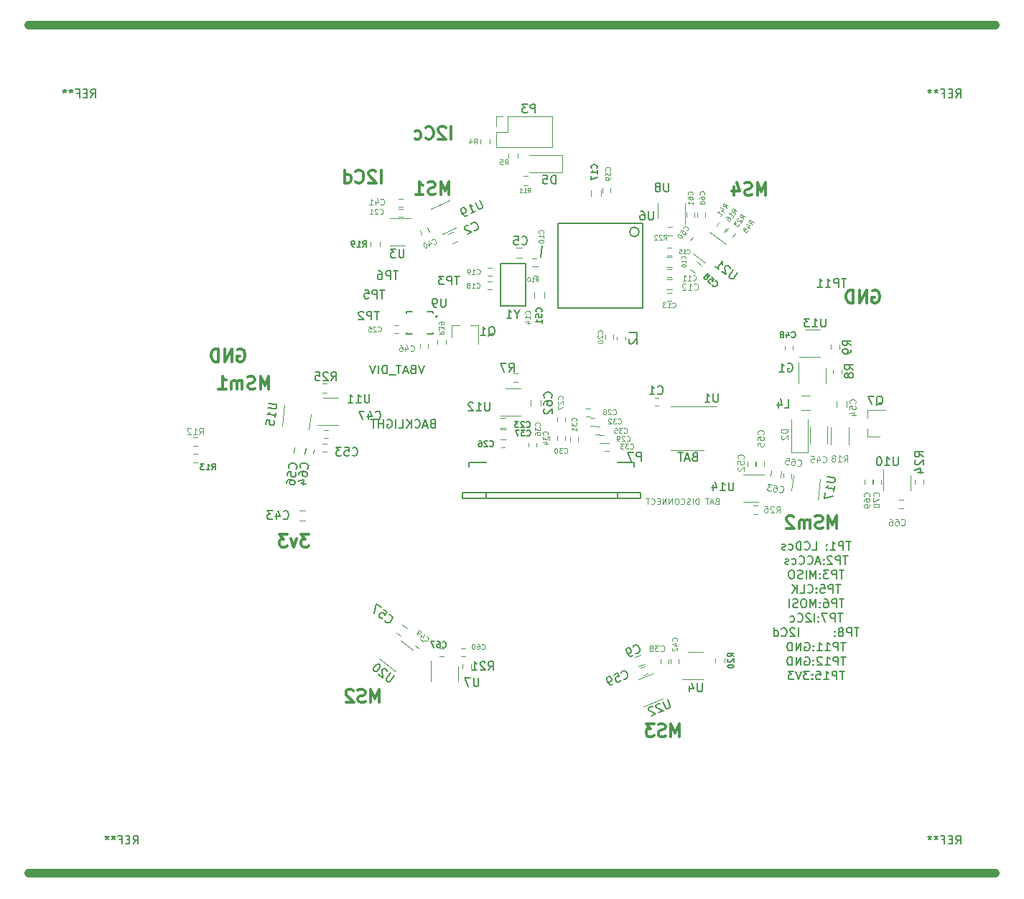
<source format=gbr>
G04 #@! TF.GenerationSoftware,KiCad,Pcbnew,(5.1.2)-2*
G04 #@! TF.CreationDate,2019-10-03T15:28:12-06:00*
G04 #@! TF.ProjectId,MagSensor,4d616753-656e-4736-9f72-2e6b69636164,rev?*
G04 #@! TF.SameCoordinates,Original*
G04 #@! TF.FileFunction,Legend,Bot*
G04 #@! TF.FilePolarity,Positive*
%FSLAX46Y46*%
G04 Gerber Fmt 4.6, Leading zero omitted, Abs format (unit mm)*
G04 Created by KiCad (PCBNEW (5.1.2)-2) date 2019-10-03 15:28:12*
%MOMM*%
%LPD*%
G04 APERTURE LIST*
%ADD10C,1.000000*%
%ADD11C,0.300000*%
%ADD12C,0.200000*%
%ADD13C,0.100000*%
%ADD14C,0.120000*%
%ADD15C,0.150000*%
%ADD16C,0.127000*%
G04 APERTURE END LIST*
D10*
X179323088Y-176705684D02*
X65323088Y-176705684D01*
X179323088Y-76705684D02*
X65323088Y-76705684D01*
D11*
X160582459Y-136027455D02*
X160582459Y-134527455D01*
X160082459Y-135598884D01*
X159582459Y-134527455D01*
X159582459Y-136027455D01*
X158939602Y-135956026D02*
X158725316Y-136027455D01*
X158368173Y-136027455D01*
X158225316Y-135956026D01*
X158153888Y-135884598D01*
X158082459Y-135741741D01*
X158082459Y-135598884D01*
X158153888Y-135456026D01*
X158225316Y-135384598D01*
X158368173Y-135313169D01*
X158653888Y-135241741D01*
X158796745Y-135170312D01*
X158868173Y-135098884D01*
X158939602Y-134956026D01*
X158939602Y-134813169D01*
X158868173Y-134670312D01*
X158796745Y-134598884D01*
X158653888Y-134527455D01*
X158296745Y-134527455D01*
X158082459Y-134598884D01*
X157439602Y-136027455D02*
X157439602Y-135027455D01*
X157439602Y-135170312D02*
X157368173Y-135098884D01*
X157225316Y-135027455D01*
X157011030Y-135027455D01*
X156868173Y-135098884D01*
X156796745Y-135241741D01*
X156796745Y-136027455D01*
X156796745Y-135241741D02*
X156725316Y-135098884D01*
X156582459Y-135027455D01*
X156368173Y-135027455D01*
X156225316Y-135098884D01*
X156153888Y-135241741D01*
X156153888Y-136027455D01*
X155511030Y-134670312D02*
X155439602Y-134598884D01*
X155296745Y-134527455D01*
X154939602Y-134527455D01*
X154796745Y-134598884D01*
X154725316Y-134670312D01*
X154653888Y-134813169D01*
X154653888Y-134956026D01*
X154725316Y-135170312D01*
X155582459Y-136027455D01*
X154653888Y-136027455D01*
X93653459Y-119619055D02*
X93653459Y-118119055D01*
X93153459Y-119190484D01*
X92653459Y-118119055D01*
X92653459Y-119619055D01*
X92010602Y-119547626D02*
X91796316Y-119619055D01*
X91439173Y-119619055D01*
X91296316Y-119547626D01*
X91224888Y-119476198D01*
X91153459Y-119333341D01*
X91153459Y-119190484D01*
X91224888Y-119047626D01*
X91296316Y-118976198D01*
X91439173Y-118904769D01*
X91724888Y-118833341D01*
X91867745Y-118761912D01*
X91939173Y-118690484D01*
X92010602Y-118547626D01*
X92010602Y-118404769D01*
X91939173Y-118261912D01*
X91867745Y-118190484D01*
X91724888Y-118119055D01*
X91367745Y-118119055D01*
X91153459Y-118190484D01*
X90510602Y-119619055D02*
X90510602Y-118619055D01*
X90510602Y-118761912D02*
X90439173Y-118690484D01*
X90296316Y-118619055D01*
X90082030Y-118619055D01*
X89939173Y-118690484D01*
X89867745Y-118833341D01*
X89867745Y-119619055D01*
X89867745Y-118833341D02*
X89796316Y-118690484D01*
X89653459Y-118619055D01*
X89439173Y-118619055D01*
X89296316Y-118690484D01*
X89224888Y-118833341D01*
X89224888Y-119619055D01*
X87724888Y-119619055D02*
X88582030Y-119619055D01*
X88153459Y-119619055D02*
X88153459Y-118119055D01*
X88296316Y-118333341D01*
X88439173Y-118476198D01*
X88582030Y-118547626D01*
D12*
X125873088Y-102645684D02*
X125675288Y-104075684D01*
D11*
X106895945Y-95284255D02*
X106895945Y-93784255D01*
X106253088Y-93927112D02*
X106181659Y-93855684D01*
X106038802Y-93784255D01*
X105681659Y-93784255D01*
X105538802Y-93855684D01*
X105467373Y-93927112D01*
X105395945Y-94069969D01*
X105395945Y-94212826D01*
X105467373Y-94427112D01*
X106324516Y-95284255D01*
X105395945Y-95284255D01*
X103895945Y-95141398D02*
X103967373Y-95212826D01*
X104181659Y-95284255D01*
X104324516Y-95284255D01*
X104538802Y-95212826D01*
X104681659Y-95069969D01*
X104753088Y-94927112D01*
X104824516Y-94641398D01*
X104824516Y-94427112D01*
X104753088Y-94141398D01*
X104681659Y-93998541D01*
X104538802Y-93855684D01*
X104324516Y-93784255D01*
X104181659Y-93784255D01*
X103967373Y-93855684D01*
X103895945Y-93927112D01*
X102610230Y-95284255D02*
X102610230Y-93784255D01*
X102610230Y-95212826D02*
X102753088Y-95284255D01*
X103038802Y-95284255D01*
X103181659Y-95212826D01*
X103253088Y-95141398D01*
X103324516Y-94998541D01*
X103324516Y-94569969D01*
X103253088Y-94427112D01*
X103181659Y-94355684D01*
X103038802Y-94284255D01*
X102753088Y-94284255D01*
X102610230Y-94355684D01*
X115133230Y-90155055D02*
X115133230Y-88655055D01*
X114490373Y-88797912D02*
X114418945Y-88726484D01*
X114276088Y-88655055D01*
X113918945Y-88655055D01*
X113776088Y-88726484D01*
X113704659Y-88797912D01*
X113633230Y-88940769D01*
X113633230Y-89083626D01*
X113704659Y-89297912D01*
X114561802Y-90155055D01*
X113633230Y-90155055D01*
X112133230Y-90012198D02*
X112204659Y-90083626D01*
X112418945Y-90155055D01*
X112561802Y-90155055D01*
X112776088Y-90083626D01*
X112918945Y-89940769D01*
X112990373Y-89797912D01*
X113061802Y-89512198D01*
X113061802Y-89297912D01*
X112990373Y-89012198D01*
X112918945Y-88869341D01*
X112776088Y-88726484D01*
X112561802Y-88655055D01*
X112418945Y-88655055D01*
X112204659Y-88726484D01*
X112133230Y-88797912D01*
X110847516Y-90083626D02*
X110990373Y-90155055D01*
X111276088Y-90155055D01*
X111418945Y-90083626D01*
X111490373Y-90012198D01*
X111561802Y-89869341D01*
X111561802Y-89440769D01*
X111490373Y-89297912D01*
X111418945Y-89226484D01*
X111276088Y-89155055D01*
X110990373Y-89155055D01*
X110847516Y-89226484D01*
D12*
X111943564Y-116788064D02*
X111610230Y-117788064D01*
X111276897Y-116788064D01*
X110610230Y-117264255D02*
X110467373Y-117311874D01*
X110419754Y-117359493D01*
X110372135Y-117454731D01*
X110372135Y-117597588D01*
X110419754Y-117692826D01*
X110467373Y-117740445D01*
X110562611Y-117788064D01*
X110943564Y-117788064D01*
X110943564Y-116788064D01*
X110610230Y-116788064D01*
X110514992Y-116835684D01*
X110467373Y-116883303D01*
X110419754Y-116978541D01*
X110419754Y-117073779D01*
X110467373Y-117169017D01*
X110514992Y-117216636D01*
X110610230Y-117264255D01*
X110943564Y-117264255D01*
X109991183Y-117502350D02*
X109514992Y-117502350D01*
X110086421Y-117788064D02*
X109753088Y-116788064D01*
X109419754Y-117788064D01*
X109229278Y-116788064D02*
X108657849Y-116788064D01*
X108943564Y-117788064D02*
X108943564Y-116788064D01*
X108562611Y-117883303D02*
X107800707Y-117883303D01*
X107562611Y-117788064D02*
X107562611Y-116788064D01*
X107324516Y-116788064D01*
X107181659Y-116835684D01*
X107086421Y-116930922D01*
X107038802Y-117026160D01*
X106991183Y-117216636D01*
X106991183Y-117359493D01*
X107038802Y-117549969D01*
X107086421Y-117645207D01*
X107181659Y-117740445D01*
X107324516Y-117788064D01*
X107562611Y-117788064D01*
X106562611Y-117788064D02*
X106562611Y-116788064D01*
X106229278Y-116788064D02*
X105895945Y-117788064D01*
X105562611Y-116788064D01*
X161711183Y-106578064D02*
X161139754Y-106578064D01*
X161425468Y-107578064D02*
X161425468Y-106578064D01*
X160806421Y-107578064D02*
X160806421Y-106578064D01*
X160425468Y-106578064D01*
X160330230Y-106625684D01*
X160282611Y-106673303D01*
X160234992Y-106768541D01*
X160234992Y-106911398D01*
X160282611Y-107006636D01*
X160330230Y-107054255D01*
X160425468Y-107101874D01*
X160806421Y-107101874D01*
X159282611Y-107578064D02*
X159854040Y-107578064D01*
X159568326Y-107578064D02*
X159568326Y-106578064D01*
X159663564Y-106720922D01*
X159758802Y-106816160D01*
X159854040Y-106863779D01*
X158330230Y-107578064D02*
X158901659Y-107578064D01*
X158615945Y-107578064D02*
X158615945Y-106578064D01*
X158711183Y-106720922D01*
X158806421Y-106816160D01*
X158901659Y-106863779D01*
X143837783Y-127581255D02*
X143694926Y-127628874D01*
X143647307Y-127676493D01*
X143599688Y-127771731D01*
X143599688Y-127914588D01*
X143647307Y-128009826D01*
X143694926Y-128057445D01*
X143790164Y-128105064D01*
X144171116Y-128105064D01*
X144171116Y-127105064D01*
X143837783Y-127105064D01*
X143742545Y-127152684D01*
X143694926Y-127200303D01*
X143647307Y-127295541D01*
X143647307Y-127390779D01*
X143694926Y-127486017D01*
X143742545Y-127533636D01*
X143837783Y-127581255D01*
X144171116Y-127581255D01*
X143218735Y-127819350D02*
X142742545Y-127819350D01*
X143313973Y-128105064D02*
X142980640Y-127105064D01*
X142647307Y-128105064D01*
X142456830Y-127105064D02*
X141885402Y-127105064D01*
X142171116Y-128105064D02*
X142171116Y-127105064D01*
X112951049Y-123669655D02*
X112808192Y-123717274D01*
X112760573Y-123764893D01*
X112712954Y-123860131D01*
X112712954Y-124002988D01*
X112760573Y-124098226D01*
X112808192Y-124145845D01*
X112903430Y-124193464D01*
X113284383Y-124193464D01*
X113284383Y-123193464D01*
X112951049Y-123193464D01*
X112855811Y-123241084D01*
X112808192Y-123288703D01*
X112760573Y-123383941D01*
X112760573Y-123479179D01*
X112808192Y-123574417D01*
X112855811Y-123622036D01*
X112951049Y-123669655D01*
X113284383Y-123669655D01*
X112332002Y-123907750D02*
X111855811Y-123907750D01*
X112427240Y-124193464D02*
X112093907Y-123193464D01*
X111760573Y-124193464D01*
X110855811Y-124098226D02*
X110903430Y-124145845D01*
X111046288Y-124193464D01*
X111141526Y-124193464D01*
X111284383Y-124145845D01*
X111379621Y-124050607D01*
X111427240Y-123955369D01*
X111474859Y-123764893D01*
X111474859Y-123622036D01*
X111427240Y-123431560D01*
X111379621Y-123336322D01*
X111284383Y-123241084D01*
X111141526Y-123193464D01*
X111046288Y-123193464D01*
X110903430Y-123241084D01*
X110855811Y-123288703D01*
X110427240Y-124193464D02*
X110427240Y-123193464D01*
X109855811Y-124193464D02*
X110284383Y-123622036D01*
X109855811Y-123193464D02*
X110427240Y-123764893D01*
X108951049Y-124193464D02*
X109427240Y-124193464D01*
X109427240Y-123193464D01*
X108617716Y-124193464D02*
X108617716Y-123193464D01*
X107617716Y-123241084D02*
X107712954Y-123193464D01*
X107855811Y-123193464D01*
X107998668Y-123241084D01*
X108093907Y-123336322D01*
X108141526Y-123431560D01*
X108189145Y-123622036D01*
X108189145Y-123764893D01*
X108141526Y-123955369D01*
X108093907Y-124050607D01*
X107998668Y-124145845D01*
X107855811Y-124193464D01*
X107760573Y-124193464D01*
X107617716Y-124145845D01*
X107570097Y-124098226D01*
X107570097Y-123764893D01*
X107760573Y-123764893D01*
X107141526Y-124193464D02*
X107141526Y-123193464D01*
X107141526Y-123669655D02*
X106570097Y-123669655D01*
X106570097Y-124193464D02*
X106570097Y-123193464D01*
X106236764Y-123193464D02*
X105665335Y-123193464D01*
X105951049Y-124193464D02*
X105951049Y-123193464D01*
X106664992Y-110438064D02*
X106093564Y-110438064D01*
X106379278Y-111438064D02*
X106379278Y-110438064D01*
X105760230Y-111438064D02*
X105760230Y-110438064D01*
X105379278Y-110438064D01*
X105284040Y-110485684D01*
X105236421Y-110533303D01*
X105188802Y-110628541D01*
X105188802Y-110771398D01*
X105236421Y-110866636D01*
X105284040Y-110914255D01*
X105379278Y-110961874D01*
X105760230Y-110961874D01*
X104807849Y-110533303D02*
X104760230Y-110485684D01*
X104664992Y-110438064D01*
X104426897Y-110438064D01*
X104331659Y-110485684D01*
X104284040Y-110533303D01*
X104236421Y-110628541D01*
X104236421Y-110723779D01*
X104284040Y-110866636D01*
X104855468Y-111438064D01*
X104236421Y-111438064D01*
X107304992Y-107918064D02*
X106733564Y-107918064D01*
X107019278Y-108918064D02*
X107019278Y-107918064D01*
X106400230Y-108918064D02*
X106400230Y-107918064D01*
X106019278Y-107918064D01*
X105924040Y-107965684D01*
X105876421Y-108013303D01*
X105828802Y-108108541D01*
X105828802Y-108251398D01*
X105876421Y-108346636D01*
X105924040Y-108394255D01*
X106019278Y-108441874D01*
X106400230Y-108441874D01*
X104924040Y-107918064D02*
X105400230Y-107918064D01*
X105447849Y-108394255D01*
X105400230Y-108346636D01*
X105304992Y-108299017D01*
X105066897Y-108299017D01*
X104971659Y-108346636D01*
X104924040Y-108394255D01*
X104876421Y-108489493D01*
X104876421Y-108727588D01*
X104924040Y-108822826D01*
X104971659Y-108870445D01*
X105066897Y-108918064D01*
X105304992Y-108918064D01*
X105400230Y-108870445D01*
X105447849Y-108822826D01*
X108884992Y-105678064D02*
X108313564Y-105678064D01*
X108599278Y-106678064D02*
X108599278Y-105678064D01*
X107980230Y-106678064D02*
X107980230Y-105678064D01*
X107599278Y-105678064D01*
X107504040Y-105725684D01*
X107456421Y-105773303D01*
X107408802Y-105868541D01*
X107408802Y-106011398D01*
X107456421Y-106106636D01*
X107504040Y-106154255D01*
X107599278Y-106201874D01*
X107980230Y-106201874D01*
X106551659Y-105678064D02*
X106742135Y-105678064D01*
X106837373Y-105725684D01*
X106884992Y-105773303D01*
X106980230Y-105916160D01*
X107027849Y-106106636D01*
X107027849Y-106487588D01*
X106980230Y-106582826D01*
X106932611Y-106630445D01*
X106837373Y-106678064D01*
X106646897Y-106678064D01*
X106551659Y-106630445D01*
X106504040Y-106582826D01*
X106456421Y-106487588D01*
X106456421Y-106249493D01*
X106504040Y-106154255D01*
X106551659Y-106106636D01*
X106646897Y-106059017D01*
X106837373Y-106059017D01*
X106932611Y-106106636D01*
X106980230Y-106154255D01*
X107027849Y-106249493D01*
X116104992Y-106298064D02*
X115533564Y-106298064D01*
X115819278Y-107298064D02*
X115819278Y-106298064D01*
X115200230Y-107298064D02*
X115200230Y-106298064D01*
X114819278Y-106298064D01*
X114724040Y-106345684D01*
X114676421Y-106393303D01*
X114628802Y-106488541D01*
X114628802Y-106631398D01*
X114676421Y-106726636D01*
X114724040Y-106774255D01*
X114819278Y-106821874D01*
X115200230Y-106821874D01*
X114295468Y-106298064D02*
X113676421Y-106298064D01*
X114009754Y-106679017D01*
X113866897Y-106679017D01*
X113771659Y-106726636D01*
X113724040Y-106774255D01*
X113676421Y-106869493D01*
X113676421Y-107107588D01*
X113724040Y-107202826D01*
X113771659Y-107250445D01*
X113866897Y-107298064D01*
X114152611Y-107298064D01*
X114247849Y-107250445D01*
X114295468Y-107202826D01*
X162280935Y-137565264D02*
X161709507Y-137565264D01*
X161995221Y-138565264D02*
X161995221Y-137565264D01*
X161376173Y-138565264D02*
X161376173Y-137565264D01*
X160995221Y-137565264D01*
X160899983Y-137612884D01*
X160852364Y-137660503D01*
X160804745Y-137755741D01*
X160804745Y-137898598D01*
X160852364Y-137993836D01*
X160899983Y-138041455D01*
X160995221Y-138089074D01*
X161376173Y-138089074D01*
X159852364Y-138565264D02*
X160423792Y-138565264D01*
X160138078Y-138565264D02*
X160138078Y-137565264D01*
X160233316Y-137708122D01*
X160328554Y-137803360D01*
X160423792Y-137850979D01*
X159423792Y-138470026D02*
X159376173Y-138517645D01*
X159423792Y-138565264D01*
X159471411Y-138517645D01*
X159423792Y-138470026D01*
X159423792Y-138565264D01*
X159423792Y-137946217D02*
X159376173Y-137993836D01*
X159423792Y-138041455D01*
X159471411Y-137993836D01*
X159423792Y-137946217D01*
X159423792Y-138041455D01*
X157709507Y-138565264D02*
X158185697Y-138565264D01*
X158185697Y-137565264D01*
X156804745Y-138470026D02*
X156852364Y-138517645D01*
X156995221Y-138565264D01*
X157090459Y-138565264D01*
X157233316Y-138517645D01*
X157328554Y-138422407D01*
X157376173Y-138327169D01*
X157423792Y-138136693D01*
X157423792Y-137993836D01*
X157376173Y-137803360D01*
X157328554Y-137708122D01*
X157233316Y-137612884D01*
X157090459Y-137565264D01*
X156995221Y-137565264D01*
X156852364Y-137612884D01*
X156804745Y-137660503D01*
X156376173Y-138565264D02*
X156376173Y-137565264D01*
X156138078Y-137565264D01*
X155995221Y-137612884D01*
X155899983Y-137708122D01*
X155852364Y-137803360D01*
X155804745Y-137993836D01*
X155804745Y-138136693D01*
X155852364Y-138327169D01*
X155899983Y-138422407D01*
X155995221Y-138517645D01*
X156138078Y-138565264D01*
X156376173Y-138565264D01*
X154947602Y-138517645D02*
X155042840Y-138565264D01*
X155233316Y-138565264D01*
X155328554Y-138517645D01*
X155376173Y-138470026D01*
X155423792Y-138374788D01*
X155423792Y-138089074D01*
X155376173Y-137993836D01*
X155328554Y-137946217D01*
X155233316Y-137898598D01*
X155042840Y-137898598D01*
X154947602Y-137946217D01*
X154566649Y-138517645D02*
X154471411Y-138565264D01*
X154280935Y-138565264D01*
X154185697Y-138517645D01*
X154138078Y-138422407D01*
X154138078Y-138374788D01*
X154185697Y-138279550D01*
X154280935Y-138231931D01*
X154423792Y-138231931D01*
X154519030Y-138184312D01*
X154566649Y-138089074D01*
X154566649Y-138041455D01*
X154519030Y-137946217D01*
X154423792Y-137898598D01*
X154280935Y-137898598D01*
X154185697Y-137946217D01*
X161923792Y-139265264D02*
X161352364Y-139265264D01*
X161638078Y-140265264D02*
X161638078Y-139265264D01*
X161019030Y-140265264D02*
X161019030Y-139265264D01*
X160638078Y-139265264D01*
X160542840Y-139312884D01*
X160495221Y-139360503D01*
X160447602Y-139455741D01*
X160447602Y-139598598D01*
X160495221Y-139693836D01*
X160542840Y-139741455D01*
X160638078Y-139789074D01*
X161019030Y-139789074D01*
X160066649Y-139360503D02*
X160019030Y-139312884D01*
X159923792Y-139265264D01*
X159685697Y-139265264D01*
X159590459Y-139312884D01*
X159542840Y-139360503D01*
X159495221Y-139455741D01*
X159495221Y-139550979D01*
X159542840Y-139693836D01*
X160114268Y-140265264D01*
X159495221Y-140265264D01*
X159066649Y-140170026D02*
X159019030Y-140217645D01*
X159066649Y-140265264D01*
X159114268Y-140217645D01*
X159066649Y-140170026D01*
X159066649Y-140265264D01*
X159066649Y-139646217D02*
X159019030Y-139693836D01*
X159066649Y-139741455D01*
X159114268Y-139693836D01*
X159066649Y-139646217D01*
X159066649Y-139741455D01*
X158638078Y-139979550D02*
X158161888Y-139979550D01*
X158733316Y-140265264D02*
X158399983Y-139265264D01*
X158066649Y-140265264D01*
X157161888Y-140170026D02*
X157209507Y-140217645D01*
X157352364Y-140265264D01*
X157447602Y-140265264D01*
X157590459Y-140217645D01*
X157685697Y-140122407D01*
X157733316Y-140027169D01*
X157780935Y-139836693D01*
X157780935Y-139693836D01*
X157733316Y-139503360D01*
X157685697Y-139408122D01*
X157590459Y-139312884D01*
X157447602Y-139265264D01*
X157352364Y-139265264D01*
X157209507Y-139312884D01*
X157161888Y-139360503D01*
X156161888Y-140170026D02*
X156209507Y-140217645D01*
X156352364Y-140265264D01*
X156447602Y-140265264D01*
X156590459Y-140217645D01*
X156685697Y-140122407D01*
X156733316Y-140027169D01*
X156780935Y-139836693D01*
X156780935Y-139693836D01*
X156733316Y-139503360D01*
X156685697Y-139408122D01*
X156590459Y-139312884D01*
X156447602Y-139265264D01*
X156352364Y-139265264D01*
X156209507Y-139312884D01*
X156161888Y-139360503D01*
X155304745Y-140217645D02*
X155399983Y-140265264D01*
X155590459Y-140265264D01*
X155685697Y-140217645D01*
X155733316Y-140170026D01*
X155780935Y-140074788D01*
X155780935Y-139789074D01*
X155733316Y-139693836D01*
X155685697Y-139646217D01*
X155590459Y-139598598D01*
X155399983Y-139598598D01*
X155304745Y-139646217D01*
X154923792Y-140217645D02*
X154828554Y-140265264D01*
X154638078Y-140265264D01*
X154542840Y-140217645D01*
X154495221Y-140122407D01*
X154495221Y-140074788D01*
X154542840Y-139979550D01*
X154638078Y-139931931D01*
X154780935Y-139931931D01*
X154876173Y-139884312D01*
X154923792Y-139789074D01*
X154923792Y-139741455D01*
X154876173Y-139646217D01*
X154780935Y-139598598D01*
X154638078Y-139598598D01*
X154542840Y-139646217D01*
X161471411Y-140965264D02*
X160899983Y-140965264D01*
X161185697Y-141965264D02*
X161185697Y-140965264D01*
X160566649Y-141965264D02*
X160566649Y-140965264D01*
X160185697Y-140965264D01*
X160090459Y-141012884D01*
X160042840Y-141060503D01*
X159995221Y-141155741D01*
X159995221Y-141298598D01*
X160042840Y-141393836D01*
X160090459Y-141441455D01*
X160185697Y-141489074D01*
X160566649Y-141489074D01*
X159661888Y-140965264D02*
X159042840Y-140965264D01*
X159376173Y-141346217D01*
X159233316Y-141346217D01*
X159138078Y-141393836D01*
X159090459Y-141441455D01*
X159042840Y-141536693D01*
X159042840Y-141774788D01*
X159090459Y-141870026D01*
X159138078Y-141917645D01*
X159233316Y-141965264D01*
X159519030Y-141965264D01*
X159614268Y-141917645D01*
X159661888Y-141870026D01*
X158614268Y-141870026D02*
X158566649Y-141917645D01*
X158614268Y-141965264D01*
X158661888Y-141917645D01*
X158614268Y-141870026D01*
X158614268Y-141965264D01*
X158614268Y-141346217D02*
X158566649Y-141393836D01*
X158614268Y-141441455D01*
X158661888Y-141393836D01*
X158614268Y-141346217D01*
X158614268Y-141441455D01*
X158138078Y-141965264D02*
X158138078Y-140965264D01*
X157804745Y-141679550D01*
X157471411Y-140965264D01*
X157471411Y-141965264D01*
X156995221Y-141965264D02*
X156995221Y-140965264D01*
X156566649Y-141917645D02*
X156423792Y-141965264D01*
X156185697Y-141965264D01*
X156090459Y-141917645D01*
X156042840Y-141870026D01*
X155995221Y-141774788D01*
X155995221Y-141679550D01*
X156042840Y-141584312D01*
X156090459Y-141536693D01*
X156185697Y-141489074D01*
X156376173Y-141441455D01*
X156471411Y-141393836D01*
X156519030Y-141346217D01*
X156566649Y-141250979D01*
X156566649Y-141155741D01*
X156519030Y-141060503D01*
X156471411Y-141012884D01*
X156376173Y-140965264D01*
X156138078Y-140965264D01*
X155995221Y-141012884D01*
X155376173Y-140965264D02*
X155185697Y-140965264D01*
X155090459Y-141012884D01*
X154995221Y-141108122D01*
X154947602Y-141298598D01*
X154947602Y-141631931D01*
X154995221Y-141822407D01*
X155090459Y-141917645D01*
X155185697Y-141965264D01*
X155376173Y-141965264D01*
X155471411Y-141917645D01*
X155566649Y-141822407D01*
X155614268Y-141631931D01*
X155614268Y-141298598D01*
X155566649Y-141108122D01*
X155471411Y-141012884D01*
X155376173Y-140965264D01*
X161066649Y-142665264D02*
X160495221Y-142665264D01*
X160780935Y-143665264D02*
X160780935Y-142665264D01*
X160161888Y-143665264D02*
X160161888Y-142665264D01*
X159780935Y-142665264D01*
X159685697Y-142712884D01*
X159638078Y-142760503D01*
X159590459Y-142855741D01*
X159590459Y-142998598D01*
X159638078Y-143093836D01*
X159685697Y-143141455D01*
X159780935Y-143189074D01*
X160161888Y-143189074D01*
X158685697Y-142665264D02*
X159161888Y-142665264D01*
X159209507Y-143141455D01*
X159161888Y-143093836D01*
X159066649Y-143046217D01*
X158828554Y-143046217D01*
X158733316Y-143093836D01*
X158685697Y-143141455D01*
X158638078Y-143236693D01*
X158638078Y-143474788D01*
X158685697Y-143570026D01*
X158733316Y-143617645D01*
X158828554Y-143665264D01*
X159066649Y-143665264D01*
X159161888Y-143617645D01*
X159209507Y-143570026D01*
X158209507Y-143570026D02*
X158161888Y-143617645D01*
X158209507Y-143665264D01*
X158257126Y-143617645D01*
X158209507Y-143570026D01*
X158209507Y-143665264D01*
X158209507Y-143046217D02*
X158161888Y-143093836D01*
X158209507Y-143141455D01*
X158257126Y-143093836D01*
X158209507Y-143046217D01*
X158209507Y-143141455D01*
X157161888Y-143570026D02*
X157209507Y-143617645D01*
X157352364Y-143665264D01*
X157447602Y-143665264D01*
X157590459Y-143617645D01*
X157685697Y-143522407D01*
X157733316Y-143427169D01*
X157780935Y-143236693D01*
X157780935Y-143093836D01*
X157733316Y-142903360D01*
X157685697Y-142808122D01*
X157590459Y-142712884D01*
X157447602Y-142665264D01*
X157352364Y-142665264D01*
X157209507Y-142712884D01*
X157161888Y-142760503D01*
X156257126Y-143665264D02*
X156733316Y-143665264D01*
X156733316Y-142665264D01*
X155923792Y-143665264D02*
X155923792Y-142665264D01*
X155352364Y-143665264D02*
X155780935Y-143093836D01*
X155352364Y-142665264D02*
X155923792Y-143236693D01*
X161471411Y-144365264D02*
X160899983Y-144365264D01*
X161185697Y-145365264D02*
X161185697Y-144365264D01*
X160566649Y-145365264D02*
X160566649Y-144365264D01*
X160185697Y-144365264D01*
X160090459Y-144412884D01*
X160042840Y-144460503D01*
X159995221Y-144555741D01*
X159995221Y-144698598D01*
X160042840Y-144793836D01*
X160090459Y-144841455D01*
X160185697Y-144889074D01*
X160566649Y-144889074D01*
X159138078Y-144365264D02*
X159328554Y-144365264D01*
X159423792Y-144412884D01*
X159471411Y-144460503D01*
X159566649Y-144603360D01*
X159614268Y-144793836D01*
X159614268Y-145174788D01*
X159566649Y-145270026D01*
X159519030Y-145317645D01*
X159423792Y-145365264D01*
X159233316Y-145365264D01*
X159138078Y-145317645D01*
X159090459Y-145270026D01*
X159042840Y-145174788D01*
X159042840Y-144936693D01*
X159090459Y-144841455D01*
X159138078Y-144793836D01*
X159233316Y-144746217D01*
X159423792Y-144746217D01*
X159519030Y-144793836D01*
X159566649Y-144841455D01*
X159614268Y-144936693D01*
X158614268Y-145270026D02*
X158566649Y-145317645D01*
X158614268Y-145365264D01*
X158661888Y-145317645D01*
X158614268Y-145270026D01*
X158614268Y-145365264D01*
X158614268Y-144746217D02*
X158566649Y-144793836D01*
X158614268Y-144841455D01*
X158661888Y-144793836D01*
X158614268Y-144746217D01*
X158614268Y-144841455D01*
X158138078Y-145365264D02*
X158138078Y-144365264D01*
X157804745Y-145079550D01*
X157471411Y-144365264D01*
X157471411Y-145365264D01*
X156804745Y-144365264D02*
X156614268Y-144365264D01*
X156519030Y-144412884D01*
X156423792Y-144508122D01*
X156376173Y-144698598D01*
X156376173Y-145031931D01*
X156423792Y-145222407D01*
X156519030Y-145317645D01*
X156614268Y-145365264D01*
X156804745Y-145365264D01*
X156899983Y-145317645D01*
X156995221Y-145222407D01*
X157042840Y-145031931D01*
X157042840Y-144698598D01*
X156995221Y-144508122D01*
X156899983Y-144412884D01*
X156804745Y-144365264D01*
X155995221Y-145317645D02*
X155852364Y-145365264D01*
X155614268Y-145365264D01*
X155519030Y-145317645D01*
X155471411Y-145270026D01*
X155423792Y-145174788D01*
X155423792Y-145079550D01*
X155471411Y-144984312D01*
X155519030Y-144936693D01*
X155614268Y-144889074D01*
X155804745Y-144841455D01*
X155899983Y-144793836D01*
X155947602Y-144746217D01*
X155995221Y-144650979D01*
X155995221Y-144555741D01*
X155947602Y-144460503D01*
X155899983Y-144412884D01*
X155804745Y-144365264D01*
X155566649Y-144365264D01*
X155423792Y-144412884D01*
X154995221Y-145365264D02*
X154995221Y-144365264D01*
X161304745Y-146065264D02*
X160733316Y-146065264D01*
X161019030Y-147065264D02*
X161019030Y-146065264D01*
X160399983Y-147065264D02*
X160399983Y-146065264D01*
X160019030Y-146065264D01*
X159923792Y-146112884D01*
X159876173Y-146160503D01*
X159828554Y-146255741D01*
X159828554Y-146398598D01*
X159876173Y-146493836D01*
X159923792Y-146541455D01*
X160019030Y-146589074D01*
X160399983Y-146589074D01*
X159495221Y-146065264D02*
X158828554Y-146065264D01*
X159257126Y-147065264D01*
X158447602Y-146970026D02*
X158399983Y-147017645D01*
X158447602Y-147065264D01*
X158495221Y-147017645D01*
X158447602Y-146970026D01*
X158447602Y-147065264D01*
X158447602Y-146446217D02*
X158399983Y-146493836D01*
X158447602Y-146541455D01*
X158495221Y-146493836D01*
X158447602Y-146446217D01*
X158447602Y-146541455D01*
X157971411Y-147065264D02*
X157971411Y-146065264D01*
X157542840Y-146160503D02*
X157495221Y-146112884D01*
X157399983Y-146065264D01*
X157161888Y-146065264D01*
X157066649Y-146112884D01*
X157019030Y-146160503D01*
X156971411Y-146255741D01*
X156971411Y-146350979D01*
X157019030Y-146493836D01*
X157590459Y-147065264D01*
X156971411Y-147065264D01*
X155971411Y-146970026D02*
X156019030Y-147017645D01*
X156161888Y-147065264D01*
X156257126Y-147065264D01*
X156399983Y-147017645D01*
X156495221Y-146922407D01*
X156542840Y-146827169D01*
X156590459Y-146636693D01*
X156590459Y-146493836D01*
X156542840Y-146303360D01*
X156495221Y-146208122D01*
X156399983Y-146112884D01*
X156257126Y-146065264D01*
X156161888Y-146065264D01*
X156019030Y-146112884D01*
X155971411Y-146160503D01*
X155114268Y-147017645D02*
X155209507Y-147065264D01*
X155399983Y-147065264D01*
X155495221Y-147017645D01*
X155542840Y-146970026D01*
X155590459Y-146874788D01*
X155590459Y-146589074D01*
X155542840Y-146493836D01*
X155495221Y-146446217D01*
X155399983Y-146398598D01*
X155209507Y-146398598D01*
X155114268Y-146446217D01*
X163233316Y-147765264D02*
X162661888Y-147765264D01*
X162947602Y-148765264D02*
X162947602Y-147765264D01*
X162328554Y-148765264D02*
X162328554Y-147765264D01*
X161947602Y-147765264D01*
X161852364Y-147812884D01*
X161804745Y-147860503D01*
X161757126Y-147955741D01*
X161757126Y-148098598D01*
X161804745Y-148193836D01*
X161852364Y-148241455D01*
X161947602Y-148289074D01*
X162328554Y-148289074D01*
X161185697Y-148193836D02*
X161280935Y-148146217D01*
X161328554Y-148098598D01*
X161376173Y-148003360D01*
X161376173Y-147955741D01*
X161328554Y-147860503D01*
X161280935Y-147812884D01*
X161185697Y-147765264D01*
X160995221Y-147765264D01*
X160899983Y-147812884D01*
X160852364Y-147860503D01*
X160804745Y-147955741D01*
X160804745Y-148003360D01*
X160852364Y-148098598D01*
X160899983Y-148146217D01*
X160995221Y-148193836D01*
X161185697Y-148193836D01*
X161280935Y-148241455D01*
X161328554Y-148289074D01*
X161376173Y-148384312D01*
X161376173Y-148574788D01*
X161328554Y-148670026D01*
X161280935Y-148717645D01*
X161185697Y-148765264D01*
X160995221Y-148765264D01*
X160899983Y-148717645D01*
X160852364Y-148670026D01*
X160804745Y-148574788D01*
X160804745Y-148384312D01*
X160852364Y-148289074D01*
X160899983Y-148241455D01*
X160995221Y-148193836D01*
X160376173Y-148670026D02*
X160328554Y-148717645D01*
X160376173Y-148765264D01*
X160423792Y-148717645D01*
X160376173Y-148670026D01*
X160376173Y-148765264D01*
X160376173Y-148146217D02*
X160328554Y-148193836D01*
X160376173Y-148241455D01*
X160423792Y-148193836D01*
X160376173Y-148146217D01*
X160376173Y-148241455D01*
X156090459Y-148765264D02*
X156090459Y-147765264D01*
X155661888Y-147860503D02*
X155614268Y-147812884D01*
X155519030Y-147765264D01*
X155280935Y-147765264D01*
X155185697Y-147812884D01*
X155138078Y-147860503D01*
X155090459Y-147955741D01*
X155090459Y-148050979D01*
X155138078Y-148193836D01*
X155709507Y-148765264D01*
X155090459Y-148765264D01*
X154090459Y-148670026D02*
X154138078Y-148717645D01*
X154280935Y-148765264D01*
X154376173Y-148765264D01*
X154519030Y-148717645D01*
X154614268Y-148622407D01*
X154661888Y-148527169D01*
X154709507Y-148336693D01*
X154709507Y-148193836D01*
X154661888Y-148003360D01*
X154614268Y-147908122D01*
X154519030Y-147812884D01*
X154376173Y-147765264D01*
X154280935Y-147765264D01*
X154138078Y-147812884D01*
X154090459Y-147860503D01*
X153233316Y-148765264D02*
X153233316Y-147765264D01*
X153233316Y-148717645D02*
X153328554Y-148765264D01*
X153519030Y-148765264D01*
X153614268Y-148717645D01*
X153661888Y-148670026D01*
X153709507Y-148574788D01*
X153709507Y-148289074D01*
X153661888Y-148193836D01*
X153614268Y-148146217D01*
X153519030Y-148098598D01*
X153328554Y-148098598D01*
X153233316Y-148146217D01*
X161661888Y-149465264D02*
X161090459Y-149465264D01*
X161376173Y-150465264D02*
X161376173Y-149465264D01*
X160757126Y-150465264D02*
X160757126Y-149465264D01*
X160376173Y-149465264D01*
X160280935Y-149512884D01*
X160233316Y-149560503D01*
X160185697Y-149655741D01*
X160185697Y-149798598D01*
X160233316Y-149893836D01*
X160280935Y-149941455D01*
X160376173Y-149989074D01*
X160757126Y-149989074D01*
X159233316Y-150465264D02*
X159804745Y-150465264D01*
X159519030Y-150465264D02*
X159519030Y-149465264D01*
X159614268Y-149608122D01*
X159709507Y-149703360D01*
X159804745Y-149750979D01*
X158280935Y-150465264D02*
X158852364Y-150465264D01*
X158566649Y-150465264D02*
X158566649Y-149465264D01*
X158661888Y-149608122D01*
X158757126Y-149703360D01*
X158852364Y-149750979D01*
X157852364Y-150370026D02*
X157804745Y-150417645D01*
X157852364Y-150465264D01*
X157899983Y-150417645D01*
X157852364Y-150370026D01*
X157852364Y-150465264D01*
X157852364Y-149846217D02*
X157804745Y-149893836D01*
X157852364Y-149941455D01*
X157899983Y-149893836D01*
X157852364Y-149846217D01*
X157852364Y-149941455D01*
X156852364Y-149512884D02*
X156947602Y-149465264D01*
X157090459Y-149465264D01*
X157233316Y-149512884D01*
X157328554Y-149608122D01*
X157376173Y-149703360D01*
X157423792Y-149893836D01*
X157423792Y-150036693D01*
X157376173Y-150227169D01*
X157328554Y-150322407D01*
X157233316Y-150417645D01*
X157090459Y-150465264D01*
X156995221Y-150465264D01*
X156852364Y-150417645D01*
X156804745Y-150370026D01*
X156804745Y-150036693D01*
X156995221Y-150036693D01*
X156376173Y-150465264D02*
X156376173Y-149465264D01*
X155804745Y-150465264D01*
X155804745Y-149465264D01*
X155328554Y-150465264D02*
X155328554Y-149465264D01*
X155090459Y-149465264D01*
X154947602Y-149512884D01*
X154852364Y-149608122D01*
X154804745Y-149703360D01*
X154757126Y-149893836D01*
X154757126Y-150036693D01*
X154804745Y-150227169D01*
X154852364Y-150322407D01*
X154947602Y-150417645D01*
X155090459Y-150465264D01*
X155328554Y-150465264D01*
X161661888Y-151165264D02*
X161090459Y-151165264D01*
X161376173Y-152165264D02*
X161376173Y-151165264D01*
X160757126Y-152165264D02*
X160757126Y-151165264D01*
X160376173Y-151165264D01*
X160280935Y-151212884D01*
X160233316Y-151260503D01*
X160185697Y-151355741D01*
X160185697Y-151498598D01*
X160233316Y-151593836D01*
X160280935Y-151641455D01*
X160376173Y-151689074D01*
X160757126Y-151689074D01*
X159233316Y-152165264D02*
X159804745Y-152165264D01*
X159519030Y-152165264D02*
X159519030Y-151165264D01*
X159614268Y-151308122D01*
X159709507Y-151403360D01*
X159804745Y-151450979D01*
X158852364Y-151260503D02*
X158804745Y-151212884D01*
X158709507Y-151165264D01*
X158471411Y-151165264D01*
X158376173Y-151212884D01*
X158328554Y-151260503D01*
X158280935Y-151355741D01*
X158280935Y-151450979D01*
X158328554Y-151593836D01*
X158899983Y-152165264D01*
X158280935Y-152165264D01*
X157852364Y-152070026D02*
X157804745Y-152117645D01*
X157852364Y-152165264D01*
X157899983Y-152117645D01*
X157852364Y-152070026D01*
X157852364Y-152165264D01*
X157852364Y-151546217D02*
X157804745Y-151593836D01*
X157852364Y-151641455D01*
X157899983Y-151593836D01*
X157852364Y-151546217D01*
X157852364Y-151641455D01*
X156852364Y-151212884D02*
X156947602Y-151165264D01*
X157090459Y-151165264D01*
X157233316Y-151212884D01*
X157328554Y-151308122D01*
X157376173Y-151403360D01*
X157423792Y-151593836D01*
X157423792Y-151736693D01*
X157376173Y-151927169D01*
X157328554Y-152022407D01*
X157233316Y-152117645D01*
X157090459Y-152165264D01*
X156995221Y-152165264D01*
X156852364Y-152117645D01*
X156804745Y-152070026D01*
X156804745Y-151736693D01*
X156995221Y-151736693D01*
X156376173Y-152165264D02*
X156376173Y-151165264D01*
X155804745Y-152165264D01*
X155804745Y-151165264D01*
X155328554Y-152165264D02*
X155328554Y-151165264D01*
X155090459Y-151165264D01*
X154947602Y-151212884D01*
X154852364Y-151308122D01*
X154804745Y-151403360D01*
X154757126Y-151593836D01*
X154757126Y-151736693D01*
X154804745Y-151927169D01*
X154852364Y-152022407D01*
X154947602Y-152117645D01*
X155090459Y-152165264D01*
X155328554Y-152165264D01*
X161519030Y-152865264D02*
X160947602Y-152865264D01*
X161233316Y-153865264D02*
X161233316Y-152865264D01*
X160614268Y-153865264D02*
X160614268Y-152865264D01*
X160233316Y-152865264D01*
X160138078Y-152912884D01*
X160090459Y-152960503D01*
X160042840Y-153055741D01*
X160042840Y-153198598D01*
X160090459Y-153293836D01*
X160138078Y-153341455D01*
X160233316Y-153389074D01*
X160614268Y-153389074D01*
X159090459Y-153865264D02*
X159661888Y-153865264D01*
X159376173Y-153865264D02*
X159376173Y-152865264D01*
X159471411Y-153008122D01*
X159566649Y-153103360D01*
X159661888Y-153150979D01*
X158185697Y-152865264D02*
X158661888Y-152865264D01*
X158709507Y-153341455D01*
X158661888Y-153293836D01*
X158566649Y-153246217D01*
X158328554Y-153246217D01*
X158233316Y-153293836D01*
X158185697Y-153341455D01*
X158138078Y-153436693D01*
X158138078Y-153674788D01*
X158185697Y-153770026D01*
X158233316Y-153817645D01*
X158328554Y-153865264D01*
X158566649Y-153865264D01*
X158661888Y-153817645D01*
X158709507Y-153770026D01*
X157709507Y-153770026D02*
X157661888Y-153817645D01*
X157709507Y-153865264D01*
X157757126Y-153817645D01*
X157709507Y-153770026D01*
X157709507Y-153865264D01*
X157709507Y-153246217D02*
X157661888Y-153293836D01*
X157709507Y-153341455D01*
X157757126Y-153293836D01*
X157709507Y-153246217D01*
X157709507Y-153341455D01*
X157328554Y-152865264D02*
X156709507Y-152865264D01*
X157042840Y-153246217D01*
X156899983Y-153246217D01*
X156804745Y-153293836D01*
X156757126Y-153341455D01*
X156709507Y-153436693D01*
X156709507Y-153674788D01*
X156757126Y-153770026D01*
X156804745Y-153817645D01*
X156899983Y-153865264D01*
X157185697Y-153865264D01*
X157280935Y-153817645D01*
X157328554Y-153770026D01*
X156423792Y-152865264D02*
X156090459Y-153865264D01*
X155757126Y-152865264D01*
X155519030Y-152865264D02*
X154899983Y-152865264D01*
X155233316Y-153246217D01*
X155090459Y-153246217D01*
X154995221Y-153293836D01*
X154947602Y-153341455D01*
X154899983Y-153436693D01*
X154899983Y-153674788D01*
X154947602Y-153770026D01*
X154995221Y-153817645D01*
X155090459Y-153865264D01*
X155376173Y-153865264D01*
X155471411Y-153817645D01*
X155519030Y-153770026D01*
D11*
X98378002Y-136711855D02*
X97449430Y-136711855D01*
X97949430Y-137283284D01*
X97735145Y-137283284D01*
X97592288Y-137354712D01*
X97520859Y-137426141D01*
X97449430Y-137568998D01*
X97449430Y-137926141D01*
X97520859Y-138068998D01*
X97592288Y-138140426D01*
X97735145Y-138211855D01*
X98163716Y-138211855D01*
X98306573Y-138140426D01*
X98378002Y-138068998D01*
X96949430Y-137211855D02*
X96592288Y-138211855D01*
X96235145Y-137211855D01*
X95806573Y-136711855D02*
X94878002Y-136711855D01*
X95378002Y-137283284D01*
X95163716Y-137283284D01*
X95020859Y-137354712D01*
X94949430Y-137426141D01*
X94878002Y-137568998D01*
X94878002Y-137926141D01*
X94949430Y-138068998D01*
X95020859Y-138140426D01*
X95163716Y-138211855D01*
X95592288Y-138211855D01*
X95735145Y-138140426D01*
X95806573Y-138068998D01*
X89985945Y-114935684D02*
X90128802Y-114864255D01*
X90343088Y-114864255D01*
X90557373Y-114935684D01*
X90700230Y-115078541D01*
X90771659Y-115221398D01*
X90843088Y-115507112D01*
X90843088Y-115721398D01*
X90771659Y-116007112D01*
X90700230Y-116149969D01*
X90557373Y-116292826D01*
X90343088Y-116364255D01*
X90200230Y-116364255D01*
X89985945Y-116292826D01*
X89914516Y-116221398D01*
X89914516Y-115721398D01*
X90200230Y-115721398D01*
X89271659Y-116364255D02*
X89271659Y-114864255D01*
X88414516Y-116364255D01*
X88414516Y-114864255D01*
X87700230Y-116364255D02*
X87700230Y-114864255D01*
X87343088Y-114864255D01*
X87128802Y-114935684D01*
X86985945Y-115078541D01*
X86914516Y-115221398D01*
X86843088Y-115507112D01*
X86843088Y-115721398D01*
X86914516Y-116007112D01*
X86985945Y-116149969D01*
X87128802Y-116292826D01*
X87343088Y-116364255D01*
X87700230Y-116364255D01*
X164835945Y-108025684D02*
X164978802Y-107954255D01*
X165193088Y-107954255D01*
X165407373Y-108025684D01*
X165550230Y-108168541D01*
X165621659Y-108311398D01*
X165693088Y-108597112D01*
X165693088Y-108811398D01*
X165621659Y-109097112D01*
X165550230Y-109239969D01*
X165407373Y-109382826D01*
X165193088Y-109454255D01*
X165050230Y-109454255D01*
X164835945Y-109382826D01*
X164764516Y-109311398D01*
X164764516Y-108811398D01*
X165050230Y-108811398D01*
X164121659Y-109454255D02*
X164121659Y-107954255D01*
X163264516Y-109454255D01*
X163264516Y-107954255D01*
X162550230Y-109454255D02*
X162550230Y-107954255D01*
X162193088Y-107954255D01*
X161978802Y-108025684D01*
X161835945Y-108168541D01*
X161764516Y-108311398D01*
X161693088Y-108597112D01*
X161693088Y-108811398D01*
X161764516Y-109097112D01*
X161835945Y-109239969D01*
X161978802Y-109382826D01*
X162193088Y-109454255D01*
X162550230Y-109454255D01*
D13*
X146469754Y-132835684D02*
X146369754Y-132869017D01*
X146336421Y-132902350D01*
X146303088Y-132969017D01*
X146303088Y-133069017D01*
X146336421Y-133135684D01*
X146369754Y-133169017D01*
X146436421Y-133202350D01*
X146703088Y-133202350D01*
X146703088Y-132502350D01*
X146469754Y-132502350D01*
X146403088Y-132535684D01*
X146369754Y-132569017D01*
X146336421Y-132635684D01*
X146336421Y-132702350D01*
X146369754Y-132769017D01*
X146403088Y-132802350D01*
X146469754Y-132835684D01*
X146703088Y-132835684D01*
X146036421Y-133002350D02*
X145703088Y-133002350D01*
X146103088Y-133202350D02*
X145869754Y-132502350D01*
X145636421Y-133202350D01*
X145503088Y-132502350D02*
X145103088Y-132502350D01*
X145303088Y-133202350D02*
X145303088Y-132502350D01*
X144336421Y-133202350D02*
X144336421Y-132502350D01*
X144169754Y-132502350D01*
X144069754Y-132535684D01*
X144003088Y-132602350D01*
X143969754Y-132669017D01*
X143936421Y-132802350D01*
X143936421Y-132902350D01*
X143969754Y-133035684D01*
X144003088Y-133102350D01*
X144069754Y-133169017D01*
X144169754Y-133202350D01*
X144336421Y-133202350D01*
X143636421Y-133202350D02*
X143636421Y-132502350D01*
X143336421Y-133169017D02*
X143236421Y-133202350D01*
X143069754Y-133202350D01*
X143003088Y-133169017D01*
X142969754Y-133135684D01*
X142936421Y-133069017D01*
X142936421Y-133002350D01*
X142969754Y-132935684D01*
X143003088Y-132902350D01*
X143069754Y-132869017D01*
X143203088Y-132835684D01*
X143269754Y-132802350D01*
X143303088Y-132769017D01*
X143336421Y-132702350D01*
X143336421Y-132635684D01*
X143303088Y-132569017D01*
X143269754Y-132535684D01*
X143203088Y-132502350D01*
X143036421Y-132502350D01*
X142936421Y-132535684D01*
X142236421Y-133135684D02*
X142269754Y-133169017D01*
X142369754Y-133202350D01*
X142436421Y-133202350D01*
X142536421Y-133169017D01*
X142603088Y-133102350D01*
X142636421Y-133035684D01*
X142669754Y-132902350D01*
X142669754Y-132802350D01*
X142636421Y-132669017D01*
X142603088Y-132602350D01*
X142536421Y-132535684D01*
X142436421Y-132502350D01*
X142369754Y-132502350D01*
X142269754Y-132535684D01*
X142236421Y-132569017D01*
X141803088Y-132502350D02*
X141669754Y-132502350D01*
X141603088Y-132535684D01*
X141536421Y-132602350D01*
X141503088Y-132735684D01*
X141503088Y-132969017D01*
X141536421Y-133102350D01*
X141603088Y-133169017D01*
X141669754Y-133202350D01*
X141803088Y-133202350D01*
X141869754Y-133169017D01*
X141936421Y-133102350D01*
X141969754Y-132969017D01*
X141969754Y-132735684D01*
X141936421Y-132602350D01*
X141869754Y-132535684D01*
X141803088Y-132502350D01*
X141203088Y-133202350D02*
X141203088Y-132502350D01*
X140803088Y-133202350D01*
X140803088Y-132502350D01*
X140469754Y-133202350D02*
X140469754Y-132502350D01*
X140069754Y-133202350D01*
X140069754Y-132502350D01*
X139736421Y-132835684D02*
X139503088Y-132835684D01*
X139403088Y-133202350D02*
X139736421Y-133202350D01*
X139736421Y-132502350D01*
X139403088Y-132502350D01*
X138703088Y-133135684D02*
X138736421Y-133169017D01*
X138836421Y-133202350D01*
X138903088Y-133202350D01*
X139003088Y-133169017D01*
X139069754Y-133102350D01*
X139103088Y-133035684D01*
X139136421Y-132902350D01*
X139136421Y-132802350D01*
X139103088Y-132669017D01*
X139069754Y-132602350D01*
X139003088Y-132535684D01*
X138903088Y-132502350D01*
X138836421Y-132502350D01*
X138736421Y-132535684D01*
X138703088Y-132569017D01*
X138503088Y-132502350D02*
X138103088Y-132502350D01*
X138303088Y-133202350D02*
X138303088Y-132502350D01*
D11*
X106651659Y-156514255D02*
X106651659Y-155014255D01*
X106151659Y-156085684D01*
X105651659Y-155014255D01*
X105651659Y-156514255D01*
X105008802Y-156442826D02*
X104794516Y-156514255D01*
X104437373Y-156514255D01*
X104294516Y-156442826D01*
X104223088Y-156371398D01*
X104151659Y-156228541D01*
X104151659Y-156085684D01*
X104223088Y-155942826D01*
X104294516Y-155871398D01*
X104437373Y-155799969D01*
X104723088Y-155728541D01*
X104865945Y-155657112D01*
X104937373Y-155585684D01*
X105008802Y-155442826D01*
X105008802Y-155299969D01*
X104937373Y-155157112D01*
X104865945Y-155085684D01*
X104723088Y-155014255D01*
X104365945Y-155014255D01*
X104151659Y-155085684D01*
X103580230Y-155157112D02*
X103508802Y-155085684D01*
X103365945Y-155014255D01*
X103008802Y-155014255D01*
X102865945Y-155085684D01*
X102794516Y-155157112D01*
X102723088Y-155299969D01*
X102723088Y-155442826D01*
X102794516Y-155657112D01*
X103651659Y-156514255D01*
X102723088Y-156514255D01*
X142051659Y-160564255D02*
X142051659Y-159064255D01*
X141551659Y-160135684D01*
X141051659Y-159064255D01*
X141051659Y-160564255D01*
X140408802Y-160492826D02*
X140194516Y-160564255D01*
X139837373Y-160564255D01*
X139694516Y-160492826D01*
X139623088Y-160421398D01*
X139551659Y-160278541D01*
X139551659Y-160135684D01*
X139623088Y-159992826D01*
X139694516Y-159921398D01*
X139837373Y-159849969D01*
X140123088Y-159778541D01*
X140265945Y-159707112D01*
X140337373Y-159635684D01*
X140408802Y-159492826D01*
X140408802Y-159349969D01*
X140337373Y-159207112D01*
X140265945Y-159135684D01*
X140123088Y-159064255D01*
X139765945Y-159064255D01*
X139551659Y-159135684D01*
X139051659Y-159064255D02*
X138123088Y-159064255D01*
X138623088Y-159635684D01*
X138408802Y-159635684D01*
X138265945Y-159707112D01*
X138194516Y-159778541D01*
X138123088Y-159921398D01*
X138123088Y-160278541D01*
X138194516Y-160421398D01*
X138265945Y-160492826D01*
X138408802Y-160564255D01*
X138837373Y-160564255D01*
X138980230Y-160492826D01*
X139051659Y-160421398D01*
X152229159Y-96771755D02*
X152229159Y-95271755D01*
X151729159Y-96343184D01*
X151229159Y-95271755D01*
X151229159Y-96771755D01*
X150586302Y-96700326D02*
X150372016Y-96771755D01*
X150014873Y-96771755D01*
X149872016Y-96700326D01*
X149800588Y-96628898D01*
X149729159Y-96486041D01*
X149729159Y-96343184D01*
X149800588Y-96200326D01*
X149872016Y-96128898D01*
X150014873Y-96057469D01*
X150300588Y-95986041D01*
X150443445Y-95914612D01*
X150514873Y-95843184D01*
X150586302Y-95700326D01*
X150586302Y-95557469D01*
X150514873Y-95414612D01*
X150443445Y-95343184D01*
X150300588Y-95271755D01*
X149943445Y-95271755D01*
X149729159Y-95343184D01*
X148443445Y-95771755D02*
X148443445Y-96771755D01*
X148800588Y-95200326D02*
X149157730Y-96271755D01*
X148229159Y-96271755D01*
X114901659Y-96654255D02*
X114901659Y-95154255D01*
X114401659Y-96225684D01*
X113901659Y-95154255D01*
X113901659Y-96654255D01*
X113258802Y-96582826D02*
X113044516Y-96654255D01*
X112687373Y-96654255D01*
X112544516Y-96582826D01*
X112473088Y-96511398D01*
X112401659Y-96368541D01*
X112401659Y-96225684D01*
X112473088Y-96082826D01*
X112544516Y-96011398D01*
X112687373Y-95939969D01*
X112973088Y-95868541D01*
X113115945Y-95797112D01*
X113187373Y-95725684D01*
X113258802Y-95582826D01*
X113258802Y-95439969D01*
X113187373Y-95297112D01*
X113115945Y-95225684D01*
X112973088Y-95154255D01*
X112615945Y-95154255D01*
X112401659Y-95225684D01*
X110973088Y-96654255D02*
X111830230Y-96654255D01*
X111401659Y-96654255D02*
X111401659Y-95154255D01*
X111544516Y-95368541D01*
X111687373Y-95511398D01*
X111830230Y-95582826D01*
D14*
X170834715Y-130323863D02*
X170834715Y-130823863D01*
X169774715Y-130823863D02*
X169774715Y-130323863D01*
X109161088Y-149230816D02*
X110589124Y-150326586D01*
X108628912Y-152881184D02*
X106685196Y-151389719D01*
D15*
X137300275Y-101076286D02*
G75*
G03X137300275Y-101076286I-559017J0D01*
G01*
X127741258Y-100076286D02*
X127741258Y-110076286D01*
X127741258Y-110076286D02*
X137741258Y-110076286D01*
X137741258Y-110076286D02*
X137741258Y-100076286D01*
X137741258Y-100076286D02*
X127741258Y-100076286D01*
D14*
X127653088Y-125630684D02*
X127653088Y-125130684D01*
X128593088Y-125130684D02*
X128593088Y-125630684D01*
X123960688Y-108827284D02*
X123960688Y-108327284D01*
X124900688Y-108327284D02*
X124900688Y-108827284D01*
X121833088Y-87462284D02*
X127033088Y-87462284D01*
X127033088Y-87462284D02*
X127033088Y-91112284D01*
X127033088Y-91112284D02*
X120443088Y-91112284D01*
X120443088Y-91112284D02*
X120443088Y-89287284D01*
X120443088Y-89287284D02*
X121833088Y-89287284D01*
X121833088Y-89287284D02*
X121833088Y-87462284D01*
X121198088Y-87462284D02*
X120443088Y-87462284D01*
X120443088Y-87462284D02*
X120443088Y-88652284D01*
X156417288Y-120376484D02*
X157417288Y-120376484D01*
X157417288Y-122076484D02*
X156417288Y-122076484D01*
X139123088Y-120635684D02*
X139623088Y-120635684D01*
X139623088Y-121575684D02*
X139123088Y-121575684D01*
X141089088Y-106405684D02*
X140589088Y-106405684D01*
X140589088Y-105465684D02*
X141089088Y-105465684D01*
X141089088Y-109199684D02*
X140589088Y-109199684D01*
X140589088Y-108259684D02*
X141089088Y-108259684D01*
X141089088Y-103865684D02*
X140589088Y-103865684D01*
X140589088Y-102925684D02*
X141089088Y-102925684D01*
X119473088Y-106935684D02*
X119973088Y-106935684D01*
X119973088Y-107875684D02*
X119473088Y-107875684D01*
X119473088Y-105335684D02*
X119973088Y-105335684D01*
X119973088Y-106275684D02*
X119473088Y-106275684D01*
X133298088Y-113697284D02*
X133298088Y-113197284D01*
X134238088Y-113197284D02*
X134238088Y-113697284D01*
X108919088Y-98327684D02*
X109419088Y-98327684D01*
X109419088Y-99267684D02*
X108919088Y-99267684D01*
X108903088Y-113055684D02*
X108403088Y-113055684D01*
X108403088Y-112115684D02*
X108903088Y-112115684D01*
X128593088Y-122905684D02*
X128593088Y-123405684D01*
X127653088Y-123405684D02*
X127653088Y-122905684D01*
X131018088Y-121877284D02*
X131518088Y-121877284D01*
X131518088Y-122817284D02*
X131018088Y-122817284D01*
X132618088Y-125003364D02*
X133118088Y-125003364D01*
X133118088Y-125943364D02*
X132618088Y-125943364D01*
X129178088Y-125830684D02*
X129178088Y-125330684D01*
X130118088Y-125330684D02*
X130118088Y-125830684D01*
X131573088Y-122977284D02*
X132073088Y-122977284D01*
X132073088Y-123917284D02*
X131573088Y-123917284D01*
X133218088Y-125943164D02*
X133718088Y-125943164D01*
X133718088Y-126883164D02*
X133218088Y-126883164D01*
X126713008Y-125621764D02*
X126713008Y-125121764D01*
X127653008Y-125121764D02*
X127653008Y-125621764D01*
X132118088Y-124038164D02*
X132618088Y-124038164D01*
X132618088Y-124978164D02*
X132118088Y-124978164D01*
X125233088Y-125925684D02*
X125233088Y-126425684D01*
X124293088Y-126425684D02*
X124293088Y-125925684D01*
X159289288Y-117151484D02*
X159289288Y-118951484D01*
X156069288Y-118951484D02*
X156069288Y-116501484D01*
X115170248Y-112091484D02*
X116100248Y-112091484D01*
X118330248Y-112091484D02*
X117400248Y-112091484D01*
X118330248Y-112091484D02*
X118330248Y-114251484D01*
X115170248Y-112091484D02*
X115170248Y-113551484D01*
X119677488Y-90135684D02*
X119677488Y-90635684D01*
X118617488Y-90635684D02*
X118617488Y-90135684D01*
X122978088Y-91830684D02*
X122978088Y-92330684D01*
X121918088Y-92330684D02*
X121918088Y-91830684D01*
X122997088Y-118784684D02*
X122497088Y-118784684D01*
X122497088Y-117724684D02*
X122997088Y-117724684D01*
X161206488Y-117293484D02*
X161206488Y-117793484D01*
X160146488Y-117793484D02*
X160146488Y-117293484D01*
X160927088Y-114397884D02*
X160927088Y-114897884D01*
X159867088Y-114897884D02*
X159867088Y-114397884D01*
X125323088Y-106235684D02*
X124823088Y-106235684D01*
X124823088Y-105175684D02*
X125323088Y-105175684D01*
X124143088Y-95535684D02*
X123643088Y-95535684D01*
X123643088Y-94475684D02*
X124143088Y-94475684D01*
X85209088Y-126328484D02*
X84709088Y-126328484D01*
X84709088Y-125268484D02*
X85209088Y-125268484D01*
X85259888Y-128284284D02*
X84759888Y-128284284D01*
X84759888Y-127224284D02*
X85259888Y-127224284D01*
X146425920Y-100413879D02*
X146730301Y-100017202D01*
X147571256Y-100662489D02*
X147266875Y-101059166D01*
X147480020Y-101036179D02*
X147784401Y-100639502D01*
X148625356Y-101284789D02*
X148320975Y-101681466D01*
X114543088Y-113805684D02*
X114543088Y-114305684D01*
X113483088Y-114305684D02*
X113483088Y-113805684D01*
D15*
X123923088Y-109805684D02*
X123923088Y-104805684D01*
X123923088Y-104805684D02*
X120923088Y-104805684D01*
X120923088Y-104805684D02*
X120923088Y-109805684D01*
X120923088Y-109805684D02*
X123923088Y-109805684D01*
D14*
X124722888Y-104170284D02*
X125222888Y-104170284D01*
X125222888Y-105110284D02*
X124722888Y-105110284D01*
X111462868Y-149098618D02*
X111859544Y-149402998D01*
X111287308Y-150148750D02*
X110890632Y-149844370D01*
X142600022Y-101529904D02*
X142904402Y-101133228D01*
X143650154Y-101705464D02*
X143345774Y-102102140D01*
X157231488Y-127108684D02*
X155231488Y-127108684D01*
X155231488Y-127108684D02*
X155231488Y-123208684D01*
X157231488Y-127108684D02*
X157231488Y-123208684D01*
X128280888Y-92057884D02*
X128280888Y-94057884D01*
X128280888Y-94057884D02*
X124380888Y-94057884D01*
X128280888Y-92057884D02*
X124380888Y-92057884D01*
X140801088Y-151455684D02*
X140801088Y-151955684D01*
X139861088Y-151955684D02*
X139861088Y-151455684D01*
X133943088Y-95906684D02*
X133943088Y-96406684D01*
X133003088Y-96406684D02*
X133003088Y-95906684D01*
X111671535Y-101393515D02*
X111480194Y-100931575D01*
X112348641Y-100571853D02*
X112539982Y-101033793D01*
X108919088Y-97210684D02*
X109419088Y-97210684D01*
X109419088Y-98150684D02*
X108919088Y-98150684D01*
X141944088Y-151455684D02*
X141944088Y-151955684D01*
X141004088Y-151955684D02*
X141004088Y-151455684D01*
X97273088Y-135105684D02*
X97973088Y-135105684D01*
X97973088Y-133905684D02*
X97273088Y-133905684D01*
X138323919Y-153134237D02*
X137861979Y-153325578D01*
X137502257Y-152457131D02*
X137964197Y-152265790D01*
X116832088Y-151109684D02*
X116332088Y-151109684D01*
X116332088Y-150169684D02*
X116832088Y-150169684D01*
X143849088Y-98795684D02*
X143849088Y-99295684D01*
X142909088Y-99295684D02*
X142909088Y-98795684D01*
X115738092Y-100537799D02*
X114106738Y-101298512D01*
X112745908Y-98380201D02*
X114966362Y-97344786D01*
X145056912Y-104714184D02*
X143628876Y-103618414D01*
X145589088Y-101063816D02*
X147532804Y-102555281D01*
X137215388Y-153797969D02*
X138878371Y-153109139D01*
X140110612Y-156084031D02*
X137847107Y-157021605D01*
X114292088Y-151109684D02*
X113792088Y-151109684D01*
X113792088Y-150169684D02*
X114292088Y-150169684D01*
X145119088Y-98795684D02*
X145119088Y-99295684D01*
X144179088Y-99295684D02*
X144179088Y-98795684D01*
X163864088Y-130772884D02*
X163864088Y-130272884D01*
X164804088Y-130272884D02*
X164804088Y-130772884D01*
X164905488Y-130798284D02*
X164905488Y-130298284D01*
X165845488Y-130298284D02*
X165845488Y-130798284D01*
X106698088Y-102256684D02*
X106698088Y-102756684D01*
X105638088Y-102756684D02*
X105638088Y-102256684D01*
X146278088Y-151905684D02*
X146278088Y-151405684D01*
X147338088Y-151405684D02*
X147338088Y-151905684D01*
X122836088Y-104122684D02*
X123536088Y-104122684D01*
X123536088Y-102922684D02*
X122836088Y-102922684D01*
X141189088Y-104065684D02*
X140489088Y-104065684D01*
X140489088Y-105265684D02*
X141189088Y-105265684D01*
X131603088Y-96155684D02*
X131603088Y-96855684D01*
X132803088Y-96855684D02*
X132803088Y-96155684D01*
X126123088Y-108855684D02*
X126123088Y-108155684D01*
X124923088Y-108155684D02*
X124923088Y-108855684D01*
X160584488Y-121028884D02*
X160584488Y-121728884D01*
X161784488Y-121728884D02*
X161784488Y-121028884D01*
X168444888Y-133634484D02*
X167944888Y-133634484D01*
X167944888Y-132694484D02*
X168444888Y-132694484D01*
X109723088Y-102715684D02*
X107923088Y-102715684D01*
X107923088Y-99495684D02*
X110373088Y-99495684D01*
X143023088Y-150595684D02*
X144823088Y-150595684D01*
X144823088Y-153815684D02*
X142373088Y-153815684D01*
X115933088Y-152305684D02*
X115933088Y-154105684D01*
X112713088Y-154105684D02*
X112713088Y-151655684D01*
X139513088Y-99505684D02*
X139513088Y-97705684D01*
X142733088Y-97705684D02*
X142733088Y-100155684D01*
X169298515Y-129782663D02*
X169298515Y-131582663D01*
X166078515Y-131582663D02*
X166078515Y-129132663D01*
X159486688Y-124061884D02*
X159486688Y-126061884D01*
X157446688Y-126061884D02*
X157446688Y-124061884D01*
X112378488Y-114270884D02*
X112378488Y-114770884D01*
X111438488Y-114770884D02*
X111438488Y-114270884D01*
D15*
X136743088Y-128295684D02*
X134743088Y-128295684D01*
X136743088Y-128795684D02*
X136743088Y-128295684D01*
X117243088Y-128295684D02*
X119243088Y-128295684D01*
X117243088Y-128795684D02*
X117243088Y-128295684D01*
X119243088Y-132495684D02*
X119243088Y-131795684D01*
X134743088Y-132495684D02*
X134743088Y-131845684D01*
X116493088Y-131795684D02*
X116493088Y-132495684D01*
X137493088Y-132495684D02*
X116493088Y-132495684D01*
X137493088Y-132495684D02*
X137493088Y-131795684D01*
X116493088Y-131795684D02*
X137493088Y-131795684D01*
D14*
X115279451Y-102436385D02*
X115913867Y-102140552D01*
X115406725Y-101052983D02*
X114772309Y-101348816D01*
X137436836Y-150947417D02*
X136790120Y-151215295D01*
X137249340Y-152323951D02*
X137896056Y-152056073D01*
X140510337Y-107875605D02*
X141210337Y-107875605D01*
X141210337Y-106675605D02*
X140510337Y-106675605D01*
X121592288Y-122963284D02*
X120892288Y-122963284D01*
X120892288Y-124163284D02*
X121592288Y-124163284D01*
X121503088Y-126505684D02*
X121003088Y-126505684D01*
X121003088Y-125565684D02*
X121503088Y-125565684D01*
X120956488Y-125560284D02*
X121656488Y-125560284D01*
X121656488Y-124360284D02*
X120956488Y-124360284D01*
X108660172Y-148311201D02*
X109215520Y-148737334D01*
X109946034Y-147785309D02*
X109390686Y-147359176D01*
X144652143Y-105015742D02*
X144115912Y-104565791D01*
X143344567Y-105485044D02*
X143880798Y-105934995D01*
X124503088Y-120895684D02*
X124503088Y-121595684D01*
X125703088Y-121595684D02*
X125703088Y-120895684D01*
X164209088Y-125194084D02*
X165669088Y-125194084D01*
X164209088Y-122034084D02*
X166369088Y-122034084D01*
X164209088Y-122034084D02*
X164209088Y-122964084D01*
X164209088Y-125194084D02*
X164209088Y-124264084D01*
X159885888Y-124112684D02*
X159885888Y-126112684D01*
X162025888Y-126112684D02*
X162025888Y-124112684D01*
X123373088Y-122715684D02*
X120923088Y-122715684D01*
X121573088Y-119495684D02*
X123373088Y-119495684D01*
D12*
X113493088Y-111035684D02*
G75*
G03X113493088Y-111035684I-100000J0D01*
G01*
D16*
X112343088Y-110485684D02*
X112993088Y-110485684D01*
X112993088Y-110485684D02*
X112993088Y-110635684D01*
X110543088Y-110485684D02*
X109893088Y-110485684D01*
X109893088Y-110485684D02*
X109893088Y-110635684D01*
X109893088Y-112935684D02*
X109893088Y-113085684D01*
X109893088Y-113085684D02*
X110543088Y-113085684D01*
X112993088Y-112935684D02*
X112993088Y-113085684D01*
X112993088Y-113085684D02*
X112343088Y-113085684D01*
D14*
X154491488Y-114999484D02*
X154491488Y-114499484D01*
X155431488Y-114499484D02*
X155431488Y-114999484D01*
X158630088Y-115800684D02*
X156180088Y-115800684D01*
X156830088Y-112580684D02*
X158630088Y-112580684D01*
X117493088Y-152040684D02*
X117493088Y-152540684D01*
X116433088Y-152540684D02*
X116433088Y-152040684D01*
X141216088Y-101512684D02*
X140716088Y-101512684D01*
X140716088Y-100452684D02*
X141216088Y-100452684D01*
X100126888Y-124414084D02*
X100626888Y-124414084D01*
X100626888Y-125354084D02*
X100126888Y-125354084D01*
X150071888Y-128639284D02*
X150071888Y-128139284D01*
X151011888Y-128139284D02*
X151011888Y-128639284D01*
X100449088Y-127005084D02*
X99949088Y-127005084D01*
X99949088Y-126065084D02*
X100449088Y-126065084D01*
X152002488Y-128139284D02*
X152002488Y-128639284D01*
X151062488Y-128639284D02*
X151062488Y-128139284D01*
X96701286Y-126493644D02*
X96613553Y-127188124D01*
X97804090Y-127338524D02*
X97891823Y-126644044D01*
X154014290Y-130005524D02*
X154102023Y-129311044D01*
X152911486Y-129160644D02*
X152823753Y-129855124D01*
X98918715Y-126701562D02*
X98856049Y-127197619D01*
X97923461Y-127079806D02*
X97986127Y-126583749D01*
X154286061Y-130000806D02*
X154348727Y-129504749D01*
X155281315Y-129622562D02*
X155218649Y-130118619D01*
X99974488Y-118969284D02*
X100474488Y-118969284D01*
X100474488Y-120029284D02*
X99974488Y-120029284D01*
X150730888Y-133294884D02*
X151230888Y-133294884D01*
X151230888Y-134354884D02*
X150730888Y-134354884D01*
X100010288Y-120657884D02*
X101810288Y-120657884D01*
X101810288Y-123877884D02*
X99360288Y-123877884D01*
X149591088Y-129725684D02*
X152041088Y-129725684D01*
X151391088Y-132945684D02*
X149591088Y-132945684D01*
X98607105Y-122570883D02*
X98381505Y-124356690D01*
X95186895Y-123953117D02*
X95493962Y-121522436D01*
X158678193Y-130188135D02*
X158371126Y-132618816D01*
X155257983Y-131570369D02*
X155483583Y-129784562D01*
X142998088Y-126809084D02*
X141048088Y-126809084D01*
X142998088Y-126809084D02*
X144948088Y-126809084D01*
X142998088Y-121689084D02*
X141048088Y-121689084D01*
X142998088Y-121689084D02*
X146448088Y-121689084D01*
X135703088Y-113735063D02*
X135703088Y-113409505D01*
X134683088Y-113735063D02*
X134683088Y-113409505D01*
D15*
X174656421Y-173253564D02*
X174989754Y-172777374D01*
X175227849Y-173253564D02*
X175227849Y-172253564D01*
X174846897Y-172253564D01*
X174751659Y-172301184D01*
X174704040Y-172348803D01*
X174656421Y-172444041D01*
X174656421Y-172586898D01*
X174704040Y-172682136D01*
X174751659Y-172729755D01*
X174846897Y-172777374D01*
X175227849Y-172777374D01*
X174227849Y-172729755D02*
X173894516Y-172729755D01*
X173751659Y-173253564D02*
X174227849Y-173253564D01*
X174227849Y-172253564D01*
X173751659Y-172253564D01*
X172989754Y-172729755D02*
X173323088Y-172729755D01*
X173323088Y-173253564D02*
X173323088Y-172253564D01*
X172846897Y-172253564D01*
X172323088Y-172253564D02*
X172323088Y-172491660D01*
X172561183Y-172396422D02*
X172323088Y-172491660D01*
X172084992Y-172396422D01*
X172465945Y-172682136D02*
X172323088Y-172491660D01*
X172180230Y-172682136D01*
X171561183Y-172253564D02*
X171561183Y-172491660D01*
X171799278Y-172396422D02*
X171561183Y-172491660D01*
X171323088Y-172396422D01*
X171704040Y-172682136D02*
X171561183Y-172491660D01*
X171418326Y-172682136D01*
X77656421Y-173253564D02*
X77989754Y-172777374D01*
X78227849Y-173253564D02*
X78227849Y-172253564D01*
X77846897Y-172253564D01*
X77751659Y-172301184D01*
X77704040Y-172348803D01*
X77656421Y-172444041D01*
X77656421Y-172586898D01*
X77704040Y-172682136D01*
X77751659Y-172729755D01*
X77846897Y-172777374D01*
X78227849Y-172777374D01*
X77227849Y-172729755D02*
X76894516Y-172729755D01*
X76751659Y-173253564D02*
X77227849Y-173253564D01*
X77227849Y-172253564D01*
X76751659Y-172253564D01*
X75989754Y-172729755D02*
X76323088Y-172729755D01*
X76323088Y-173253564D02*
X76323088Y-172253564D01*
X75846897Y-172253564D01*
X75323088Y-172253564D02*
X75323088Y-172491660D01*
X75561183Y-172396422D02*
X75323088Y-172491660D01*
X75084992Y-172396422D01*
X75465945Y-172682136D02*
X75323088Y-172491660D01*
X75180230Y-172682136D01*
X74561183Y-172253564D02*
X74561183Y-172491660D01*
X74799278Y-172396422D02*
X74561183Y-172491660D01*
X74323088Y-172396422D01*
X74704040Y-172682136D02*
X74561183Y-172491660D01*
X74418326Y-172682136D01*
X174656421Y-85253564D02*
X174989754Y-84777374D01*
X175227849Y-85253564D02*
X175227849Y-84253564D01*
X174846897Y-84253564D01*
X174751659Y-84301184D01*
X174704040Y-84348803D01*
X174656421Y-84444041D01*
X174656421Y-84586898D01*
X174704040Y-84682136D01*
X174751659Y-84729755D01*
X174846897Y-84777374D01*
X175227849Y-84777374D01*
X174227849Y-84729755D02*
X173894516Y-84729755D01*
X173751659Y-85253564D02*
X174227849Y-85253564D01*
X174227849Y-84253564D01*
X173751659Y-84253564D01*
X172989754Y-84729755D02*
X173323088Y-84729755D01*
X173323088Y-85253564D02*
X173323088Y-84253564D01*
X172846897Y-84253564D01*
X172323088Y-84253564D02*
X172323088Y-84491660D01*
X172561183Y-84396422D02*
X172323088Y-84491660D01*
X172084992Y-84396422D01*
X172465945Y-84682136D02*
X172323088Y-84491660D01*
X172180230Y-84682136D01*
X171561183Y-84253564D02*
X171561183Y-84491660D01*
X171799278Y-84396422D02*
X171561183Y-84491660D01*
X171323088Y-84396422D01*
X171704040Y-84682136D02*
X171561183Y-84491660D01*
X171418326Y-84682136D01*
X72656421Y-85253564D02*
X72989754Y-84777374D01*
X73227849Y-85253564D02*
X73227849Y-84253564D01*
X72846897Y-84253564D01*
X72751659Y-84301184D01*
X72704040Y-84348803D01*
X72656421Y-84444041D01*
X72656421Y-84586898D01*
X72704040Y-84682136D01*
X72751659Y-84729755D01*
X72846897Y-84777374D01*
X73227849Y-84777374D01*
X72227849Y-84729755D02*
X71894516Y-84729755D01*
X71751659Y-85253564D02*
X72227849Y-85253564D01*
X72227849Y-84253564D01*
X71751659Y-84253564D01*
X70989754Y-84729755D02*
X71323088Y-84729755D01*
X71323088Y-85253564D02*
X71323088Y-84253564D01*
X70846897Y-84253564D01*
X70323088Y-84253564D02*
X70323088Y-84491660D01*
X70561183Y-84396422D02*
X70323088Y-84491660D01*
X70084992Y-84396422D01*
X70465945Y-84682136D02*
X70323088Y-84491660D01*
X70180230Y-84682136D01*
X69561183Y-84253564D02*
X69561183Y-84491660D01*
X69799278Y-84396422D02*
X69561183Y-84491660D01*
X69323088Y-84396422D01*
X69704040Y-84682136D02*
X69561183Y-84491660D01*
X69418326Y-84682136D01*
X170806268Y-127594026D02*
X170330078Y-127260693D01*
X170806268Y-127022598D02*
X169806268Y-127022598D01*
X169806268Y-127403550D01*
X169853888Y-127498788D01*
X169901507Y-127546407D01*
X169996745Y-127594026D01*
X170139602Y-127594026D01*
X170234840Y-127546407D01*
X170282459Y-127498788D01*
X170330078Y-127403550D01*
X170330078Y-127022598D01*
X169901507Y-127974979D02*
X169853888Y-128022598D01*
X169806268Y-128117836D01*
X169806268Y-128355931D01*
X169853888Y-128451169D01*
X169901507Y-128498788D01*
X169996745Y-128546407D01*
X170091983Y-128546407D01*
X170234840Y-128498788D01*
X170806268Y-127927360D01*
X170806268Y-128546407D01*
X170139602Y-129403550D02*
X170806268Y-129403550D01*
X169758649Y-129165455D02*
X170472935Y-128927360D01*
X170472935Y-129546407D01*
X108438704Y-153424933D02*
X107945897Y-154067171D01*
X107850141Y-154113740D01*
X107783374Y-154122530D01*
X107678827Y-154102332D01*
X107527713Y-153986377D01*
X107481144Y-153890621D01*
X107472354Y-153823854D01*
X107492552Y-153719307D01*
X107985359Y-153077069D01*
X107587373Y-152891729D02*
X107578583Y-152824961D01*
X107532014Y-152729205D01*
X107343121Y-152584262D01*
X107238575Y-152564064D01*
X107171807Y-152572854D01*
X107076051Y-152619423D01*
X107018074Y-152694980D01*
X106968887Y-152837305D01*
X107074368Y-153638513D01*
X106583244Y-153261661D01*
X106700882Y-152091455D02*
X106625325Y-152033478D01*
X106520779Y-152013279D01*
X106454011Y-152022070D01*
X106358255Y-152068638D01*
X106204522Y-152190765D01*
X106059579Y-152379658D01*
X105981403Y-152559762D01*
X105961204Y-152664308D01*
X105969995Y-152731075D01*
X106016563Y-152826831D01*
X106092121Y-152884809D01*
X106196667Y-152905007D01*
X106263434Y-152896217D01*
X106359190Y-152849648D01*
X106512924Y-152727522D01*
X106657867Y-152538628D01*
X106736043Y-152358525D01*
X106756241Y-152253979D01*
X106747451Y-152187211D01*
X106700882Y-152091455D01*
X138984992Y-98658064D02*
X138984992Y-99467588D01*
X138937373Y-99562826D01*
X138889754Y-99610445D01*
X138794516Y-99658064D01*
X138604040Y-99658064D01*
X138508802Y-99610445D01*
X138461183Y-99562826D01*
X138413564Y-99467588D01*
X138413564Y-98658064D01*
X137508802Y-98658064D02*
X137699278Y-98658064D01*
X137794516Y-98705684D01*
X137842135Y-98753303D01*
X137937373Y-98896160D01*
X137984992Y-99086636D01*
X137984992Y-99467588D01*
X137937373Y-99562826D01*
X137889754Y-99610445D01*
X137794516Y-99658064D01*
X137604040Y-99658064D01*
X137508802Y-99610445D01*
X137461183Y-99562826D01*
X137413564Y-99467588D01*
X137413564Y-99229493D01*
X137461183Y-99134255D01*
X137508802Y-99086636D01*
X137604040Y-99039017D01*
X137794516Y-99039017D01*
X137889754Y-99086636D01*
X137937373Y-99134255D01*
X137984992Y-99229493D01*
D13*
X128488802Y-127109969D02*
X128517373Y-127138541D01*
X128603088Y-127167112D01*
X128660230Y-127167112D01*
X128745945Y-127138541D01*
X128803088Y-127081398D01*
X128831659Y-127024255D01*
X128860230Y-126909969D01*
X128860230Y-126824255D01*
X128831659Y-126709969D01*
X128803088Y-126652826D01*
X128745945Y-126595684D01*
X128660230Y-126567112D01*
X128603088Y-126567112D01*
X128517373Y-126595684D01*
X128488802Y-126624255D01*
X128288802Y-126567112D02*
X127917373Y-126567112D01*
X128117373Y-126795684D01*
X128031659Y-126795684D01*
X127974516Y-126824255D01*
X127945945Y-126852826D01*
X127917373Y-126909969D01*
X127917373Y-127052826D01*
X127945945Y-127109969D01*
X127974516Y-127138541D01*
X128031659Y-127167112D01*
X128203088Y-127167112D01*
X128260230Y-127138541D01*
X128288802Y-127109969D01*
X127545945Y-126567112D02*
X127488802Y-126567112D01*
X127431659Y-126595684D01*
X127403088Y-126624255D01*
X127374516Y-126681398D01*
X127345945Y-126795684D01*
X127345945Y-126938541D01*
X127374516Y-127052826D01*
X127403088Y-127109969D01*
X127431659Y-127138541D01*
X127488802Y-127167112D01*
X127545945Y-127167112D01*
X127603088Y-127138541D01*
X127631659Y-127109969D01*
X127660230Y-127052826D01*
X127688802Y-126938541D01*
X127688802Y-126795684D01*
X127660230Y-126681398D01*
X127631659Y-126624255D01*
X127603088Y-126595684D01*
X127545945Y-126567112D01*
X124416373Y-110756969D02*
X124444945Y-110728398D01*
X124473516Y-110642684D01*
X124473516Y-110585541D01*
X124444945Y-110499826D01*
X124387802Y-110442684D01*
X124330659Y-110414112D01*
X124216373Y-110385541D01*
X124130659Y-110385541D01*
X124016373Y-110414112D01*
X123959230Y-110442684D01*
X123902088Y-110499826D01*
X123873516Y-110585541D01*
X123873516Y-110642684D01*
X123902088Y-110728398D01*
X123930659Y-110756969D01*
X124473516Y-111328398D02*
X124473516Y-110985541D01*
X124473516Y-111156969D02*
X123873516Y-111156969D01*
X123959230Y-111099826D01*
X124016373Y-111042684D01*
X124044945Y-110985541D01*
X124073516Y-111842684D02*
X124473516Y-111842684D01*
X123844945Y-111699826D02*
X124273516Y-111556969D01*
X124273516Y-111928398D01*
D15*
X125041183Y-87018064D02*
X125041183Y-86018064D01*
X124660230Y-86018064D01*
X124564992Y-86065684D01*
X124517373Y-86113303D01*
X124469754Y-86208541D01*
X124469754Y-86351398D01*
X124517373Y-86446636D01*
X124564992Y-86494255D01*
X124660230Y-86541874D01*
X125041183Y-86541874D01*
X124136421Y-86018064D02*
X123517373Y-86018064D01*
X123850707Y-86399017D01*
X123707849Y-86399017D01*
X123612611Y-86446636D01*
X123564992Y-86494255D01*
X123517373Y-86589493D01*
X123517373Y-86827588D01*
X123564992Y-86922826D01*
X123612611Y-86970445D01*
X123707849Y-87018064D01*
X123993564Y-87018064D01*
X124088802Y-86970445D01*
X124136421Y-86922826D01*
X154467754Y-121780464D02*
X154943945Y-121780464D01*
X154943945Y-120780464D01*
X153705849Y-121113798D02*
X153705849Y-121780464D01*
X153943945Y-120732845D02*
X154182040Y-121447131D01*
X153562992Y-121447131D01*
X139481754Y-120135826D02*
X139529373Y-120183445D01*
X139672230Y-120231064D01*
X139767468Y-120231064D01*
X139910326Y-120183445D01*
X140005564Y-120088207D01*
X140053183Y-119992969D01*
X140100802Y-119802493D01*
X140100802Y-119659636D01*
X140053183Y-119469160D01*
X140005564Y-119373922D01*
X139910326Y-119278684D01*
X139767468Y-119231064D01*
X139672230Y-119231064D01*
X139529373Y-119278684D01*
X139481754Y-119326303D01*
X138529373Y-120231064D02*
X139100802Y-120231064D01*
X138815088Y-120231064D02*
X138815088Y-119231064D01*
X138910326Y-119373922D01*
X139005564Y-119469160D01*
X139100802Y-119516779D01*
D13*
X143612402Y-106734169D02*
X143640973Y-106762741D01*
X143726688Y-106791312D01*
X143783830Y-106791312D01*
X143869545Y-106762741D01*
X143926688Y-106705598D01*
X143955259Y-106648455D01*
X143983830Y-106534169D01*
X143983830Y-106448455D01*
X143955259Y-106334169D01*
X143926688Y-106277026D01*
X143869545Y-106219884D01*
X143783830Y-106191312D01*
X143726688Y-106191312D01*
X143640973Y-106219884D01*
X143612402Y-106248455D01*
X143040973Y-106791312D02*
X143383830Y-106791312D01*
X143212402Y-106791312D02*
X143212402Y-106191312D01*
X143269545Y-106277026D01*
X143326688Y-106334169D01*
X143383830Y-106362741D01*
X142469545Y-106791312D02*
X142812402Y-106791312D01*
X142640973Y-106791312D02*
X142640973Y-106191312D01*
X142698116Y-106277026D01*
X142755259Y-106334169D01*
X142812402Y-106362741D01*
X141227713Y-109941888D02*
X141256284Y-109970460D01*
X141341999Y-109999031D01*
X141399141Y-109999031D01*
X141484856Y-109970460D01*
X141541999Y-109913317D01*
X141570570Y-109856174D01*
X141599141Y-109741888D01*
X141599141Y-109656174D01*
X141570570Y-109541888D01*
X141541999Y-109484745D01*
X141484856Y-109427603D01*
X141399141Y-109399031D01*
X141341999Y-109399031D01*
X141256284Y-109427603D01*
X141227713Y-109456174D01*
X140656284Y-109999031D02*
X140999141Y-109999031D01*
X140827713Y-109999031D02*
X140827713Y-109399031D01*
X140884856Y-109484745D01*
X140941999Y-109541888D01*
X140999141Y-109570460D01*
X140456284Y-109399031D02*
X140084856Y-109399031D01*
X140284856Y-109627603D01*
X140199141Y-109627603D01*
X140141999Y-109656174D01*
X140113427Y-109684745D01*
X140084856Y-109741888D01*
X140084856Y-109884745D01*
X140113427Y-109941888D01*
X140141999Y-109970460D01*
X140199141Y-109999031D01*
X140370570Y-109999031D01*
X140427713Y-109970460D01*
X140456284Y-109941888D01*
X142963916Y-103574255D02*
X142987726Y-103598064D01*
X143059154Y-103621874D01*
X143106773Y-103621874D01*
X143178202Y-103598064D01*
X143225821Y-103550445D01*
X143249630Y-103502826D01*
X143273440Y-103407588D01*
X143273440Y-103336160D01*
X143249630Y-103240922D01*
X143225821Y-103193303D01*
X143178202Y-103145684D01*
X143106773Y-103121874D01*
X143059154Y-103121874D01*
X142987726Y-103145684D01*
X142963916Y-103169493D01*
X142487726Y-103621874D02*
X142773440Y-103621874D01*
X142630583Y-103621874D02*
X142630583Y-103121874D01*
X142678202Y-103193303D01*
X142725821Y-103240922D01*
X142773440Y-103264731D01*
X142035345Y-103121874D02*
X142273440Y-103121874D01*
X142297249Y-103359969D01*
X142273440Y-103336160D01*
X142225821Y-103312350D01*
X142106773Y-103312350D01*
X142059154Y-103336160D01*
X142035345Y-103359969D01*
X142011535Y-103407588D01*
X142011535Y-103526636D01*
X142035345Y-103574255D01*
X142059154Y-103598064D01*
X142106773Y-103621874D01*
X142225821Y-103621874D01*
X142273440Y-103598064D01*
X142297249Y-103574255D01*
X118146993Y-107631328D02*
X118175564Y-107659900D01*
X118261279Y-107688471D01*
X118318421Y-107688471D01*
X118404136Y-107659900D01*
X118461279Y-107602757D01*
X118489850Y-107545614D01*
X118518421Y-107431328D01*
X118518421Y-107345614D01*
X118489850Y-107231328D01*
X118461279Y-107174185D01*
X118404136Y-107117043D01*
X118318421Y-107088471D01*
X118261279Y-107088471D01*
X118175564Y-107117043D01*
X118146993Y-107145614D01*
X117575564Y-107688471D02*
X117918421Y-107688471D01*
X117746993Y-107688471D02*
X117746993Y-107088471D01*
X117804136Y-107174185D01*
X117861279Y-107231328D01*
X117918421Y-107259900D01*
X117232707Y-107345614D02*
X117289850Y-107317043D01*
X117318421Y-107288471D01*
X117346993Y-107231328D01*
X117346993Y-107202757D01*
X117318421Y-107145614D01*
X117289850Y-107117043D01*
X117232707Y-107088471D01*
X117118421Y-107088471D01*
X117061279Y-107117043D01*
X117032707Y-107145614D01*
X117004136Y-107202757D01*
X117004136Y-107231328D01*
X117032707Y-107288471D01*
X117061279Y-107317043D01*
X117118421Y-107345614D01*
X117232707Y-107345614D01*
X117289850Y-107374185D01*
X117318421Y-107402757D01*
X117346993Y-107459900D01*
X117346993Y-107574185D01*
X117318421Y-107631328D01*
X117289850Y-107659900D01*
X117232707Y-107688471D01*
X117118421Y-107688471D01*
X117061279Y-107659900D01*
X117032707Y-107631328D01*
X117004136Y-107574185D01*
X117004136Y-107459900D01*
X117032707Y-107402757D01*
X117061279Y-107374185D01*
X117118421Y-107345614D01*
X118177473Y-105980528D02*
X118206044Y-106009100D01*
X118291759Y-106037671D01*
X118348901Y-106037671D01*
X118434616Y-106009100D01*
X118491759Y-105951957D01*
X118520330Y-105894814D01*
X118548901Y-105780528D01*
X118548901Y-105694814D01*
X118520330Y-105580528D01*
X118491759Y-105523385D01*
X118434616Y-105466243D01*
X118348901Y-105437671D01*
X118291759Y-105437671D01*
X118206044Y-105466243D01*
X118177473Y-105494814D01*
X117606044Y-106037671D02*
X117948901Y-106037671D01*
X117777473Y-106037671D02*
X117777473Y-105437671D01*
X117834616Y-105523385D01*
X117891759Y-105580528D01*
X117948901Y-105609100D01*
X117320330Y-106037671D02*
X117206044Y-106037671D01*
X117148901Y-106009100D01*
X117120330Y-105980528D01*
X117063187Y-105894814D01*
X117034616Y-105780528D01*
X117034616Y-105551957D01*
X117063187Y-105494814D01*
X117091759Y-105466243D01*
X117148901Y-105437671D01*
X117263187Y-105437671D01*
X117320330Y-105466243D01*
X117348901Y-105494814D01*
X117377473Y-105551957D01*
X117377473Y-105694814D01*
X117348901Y-105751957D01*
X117320330Y-105780528D01*
X117263187Y-105809100D01*
X117148901Y-105809100D01*
X117091759Y-105780528D01*
X117063187Y-105751957D01*
X117034616Y-105694814D01*
X132966373Y-113061569D02*
X132994945Y-113032998D01*
X133023516Y-112947284D01*
X133023516Y-112890141D01*
X132994945Y-112804426D01*
X132937802Y-112747284D01*
X132880659Y-112718712D01*
X132766373Y-112690141D01*
X132680659Y-112690141D01*
X132566373Y-112718712D01*
X132509230Y-112747284D01*
X132452088Y-112804426D01*
X132423516Y-112890141D01*
X132423516Y-112947284D01*
X132452088Y-113032998D01*
X132480659Y-113061569D01*
X132480659Y-113290141D02*
X132452088Y-113318712D01*
X132423516Y-113375855D01*
X132423516Y-113518712D01*
X132452088Y-113575855D01*
X132480659Y-113604426D01*
X132537802Y-113632998D01*
X132594945Y-113632998D01*
X132680659Y-113604426D01*
X133023516Y-113261569D01*
X133023516Y-113632998D01*
X132423516Y-114004426D02*
X132423516Y-114061569D01*
X132452088Y-114118712D01*
X132480659Y-114147284D01*
X132537802Y-114175855D01*
X132652088Y-114204426D01*
X132794945Y-114204426D01*
X132909230Y-114175855D01*
X132966373Y-114147284D01*
X132994945Y-114118712D01*
X133023516Y-114061569D01*
X133023516Y-114004426D01*
X132994945Y-113947284D01*
X132966373Y-113918712D01*
X132909230Y-113890141D01*
X132794945Y-113861569D01*
X132652088Y-113861569D01*
X132537802Y-113890141D01*
X132480659Y-113918712D01*
X132452088Y-113947284D01*
X132423516Y-114004426D01*
X106714802Y-98931969D02*
X106743373Y-98960541D01*
X106829088Y-98989112D01*
X106886230Y-98989112D01*
X106971945Y-98960541D01*
X107029088Y-98903398D01*
X107057659Y-98846255D01*
X107086230Y-98731969D01*
X107086230Y-98646255D01*
X107057659Y-98531969D01*
X107029088Y-98474826D01*
X106971945Y-98417684D01*
X106886230Y-98389112D01*
X106829088Y-98389112D01*
X106743373Y-98417684D01*
X106714802Y-98446255D01*
X106486230Y-98446255D02*
X106457659Y-98417684D01*
X106400516Y-98389112D01*
X106257659Y-98389112D01*
X106200516Y-98417684D01*
X106171945Y-98446255D01*
X106143373Y-98503398D01*
X106143373Y-98560541D01*
X106171945Y-98646255D01*
X106514802Y-98989112D01*
X106143373Y-98989112D01*
X105571945Y-98989112D02*
X105914802Y-98989112D01*
X105743373Y-98989112D02*
X105743373Y-98389112D01*
X105800516Y-98474826D01*
X105857659Y-98531969D01*
X105914802Y-98560541D01*
X106498802Y-112769969D02*
X106527373Y-112798541D01*
X106613088Y-112827112D01*
X106670230Y-112827112D01*
X106755945Y-112798541D01*
X106813088Y-112741398D01*
X106841659Y-112684255D01*
X106870230Y-112569969D01*
X106870230Y-112484255D01*
X106841659Y-112369969D01*
X106813088Y-112312826D01*
X106755945Y-112255684D01*
X106670230Y-112227112D01*
X106613088Y-112227112D01*
X106527373Y-112255684D01*
X106498802Y-112284255D01*
X106270230Y-112284255D02*
X106241659Y-112255684D01*
X106184516Y-112227112D01*
X106041659Y-112227112D01*
X105984516Y-112255684D01*
X105955945Y-112284255D01*
X105927373Y-112341398D01*
X105927373Y-112398541D01*
X105955945Y-112484255D01*
X106298802Y-112827112D01*
X105927373Y-112827112D01*
X105384516Y-112227112D02*
X105670230Y-112227112D01*
X105698802Y-112512826D01*
X105670230Y-112484255D01*
X105613088Y-112455684D01*
X105470230Y-112455684D01*
X105413088Y-112484255D01*
X105384516Y-112512826D01*
X105355945Y-112569969D01*
X105355945Y-112712826D01*
X105384516Y-112769969D01*
X105413088Y-112798541D01*
X105470230Y-112827112D01*
X105613088Y-112827112D01*
X105670230Y-112798541D01*
X105698802Y-112769969D01*
X128261173Y-120788769D02*
X128289745Y-120760198D01*
X128318316Y-120674484D01*
X128318316Y-120617341D01*
X128289745Y-120531626D01*
X128232602Y-120474484D01*
X128175459Y-120445912D01*
X128061173Y-120417341D01*
X127975459Y-120417341D01*
X127861173Y-120445912D01*
X127804030Y-120474484D01*
X127746888Y-120531626D01*
X127718316Y-120617341D01*
X127718316Y-120674484D01*
X127746888Y-120760198D01*
X127775459Y-120788769D01*
X127775459Y-121017341D02*
X127746888Y-121045912D01*
X127718316Y-121103055D01*
X127718316Y-121245912D01*
X127746888Y-121303055D01*
X127775459Y-121331626D01*
X127832602Y-121360198D01*
X127889745Y-121360198D01*
X127975459Y-121331626D01*
X128318316Y-120988769D01*
X128318316Y-121360198D01*
X127718316Y-121560198D02*
X127718316Y-121960198D01*
X128318316Y-121703055D01*
X134208802Y-122541249D02*
X134237373Y-122569821D01*
X134323088Y-122598392D01*
X134380230Y-122598392D01*
X134465945Y-122569821D01*
X134523088Y-122512678D01*
X134551659Y-122455535D01*
X134580230Y-122341249D01*
X134580230Y-122255535D01*
X134551659Y-122141249D01*
X134523088Y-122084106D01*
X134465945Y-122026964D01*
X134380230Y-121998392D01*
X134323088Y-121998392D01*
X134237373Y-122026964D01*
X134208802Y-122055535D01*
X133980230Y-122055535D02*
X133951659Y-122026964D01*
X133894516Y-121998392D01*
X133751659Y-121998392D01*
X133694516Y-122026964D01*
X133665945Y-122055535D01*
X133637373Y-122112678D01*
X133637373Y-122169821D01*
X133665945Y-122255535D01*
X134008802Y-122598392D01*
X133637373Y-122598392D01*
X133294516Y-122255535D02*
X133351659Y-122226964D01*
X133380230Y-122198392D01*
X133408802Y-122141249D01*
X133408802Y-122112678D01*
X133380230Y-122055535D01*
X133351659Y-122026964D01*
X133294516Y-121998392D01*
X133180230Y-121998392D01*
X133123088Y-122026964D01*
X133094516Y-122055535D01*
X133065945Y-122112678D01*
X133065945Y-122141249D01*
X133094516Y-122198392D01*
X133123088Y-122226964D01*
X133180230Y-122255535D01*
X133294516Y-122255535D01*
X133351659Y-122284106D01*
X133380230Y-122312678D01*
X133408802Y-122369821D01*
X133408802Y-122484106D01*
X133380230Y-122541249D01*
X133351659Y-122569821D01*
X133294516Y-122598392D01*
X133180230Y-122598392D01*
X133123088Y-122569821D01*
X133094516Y-122541249D01*
X133065945Y-122484106D01*
X133065945Y-122369821D01*
X133094516Y-122312678D01*
X133123088Y-122284106D01*
X133180230Y-122255535D01*
X135819202Y-125687649D02*
X135847773Y-125716221D01*
X135933488Y-125744792D01*
X135990630Y-125744792D01*
X136076345Y-125716221D01*
X136133488Y-125659078D01*
X136162059Y-125601935D01*
X136190630Y-125487649D01*
X136190630Y-125401935D01*
X136162059Y-125287649D01*
X136133488Y-125230506D01*
X136076345Y-125173364D01*
X135990630Y-125144792D01*
X135933488Y-125144792D01*
X135847773Y-125173364D01*
X135819202Y-125201935D01*
X135590630Y-125201935D02*
X135562059Y-125173364D01*
X135504916Y-125144792D01*
X135362059Y-125144792D01*
X135304916Y-125173364D01*
X135276345Y-125201935D01*
X135247773Y-125259078D01*
X135247773Y-125316221D01*
X135276345Y-125401935D01*
X135619202Y-125744792D01*
X135247773Y-125744792D01*
X134962059Y-125744792D02*
X134847773Y-125744792D01*
X134790630Y-125716221D01*
X134762059Y-125687649D01*
X134704916Y-125601935D01*
X134676345Y-125487649D01*
X134676345Y-125259078D01*
X134704916Y-125201935D01*
X134733488Y-125173364D01*
X134790630Y-125144792D01*
X134904916Y-125144792D01*
X134962059Y-125173364D01*
X134990630Y-125201935D01*
X135019202Y-125259078D01*
X135019202Y-125401935D01*
X134990630Y-125459078D01*
X134962059Y-125487649D01*
X134904916Y-125516221D01*
X134790630Y-125516221D01*
X134733488Y-125487649D01*
X134704916Y-125459078D01*
X134676345Y-125401935D01*
X129867373Y-123369969D02*
X129895945Y-123341398D01*
X129924516Y-123255684D01*
X129924516Y-123198541D01*
X129895945Y-123112826D01*
X129838802Y-123055684D01*
X129781659Y-123027112D01*
X129667373Y-122998541D01*
X129581659Y-122998541D01*
X129467373Y-123027112D01*
X129410230Y-123055684D01*
X129353088Y-123112826D01*
X129324516Y-123198541D01*
X129324516Y-123255684D01*
X129353088Y-123341398D01*
X129381659Y-123369969D01*
X129324516Y-123569969D02*
X129324516Y-123941398D01*
X129553088Y-123741398D01*
X129553088Y-123827112D01*
X129581659Y-123884255D01*
X129610230Y-123912826D01*
X129667373Y-123941398D01*
X129810230Y-123941398D01*
X129867373Y-123912826D01*
X129895945Y-123884255D01*
X129924516Y-123827112D01*
X129924516Y-123655684D01*
X129895945Y-123598541D01*
X129867373Y-123569969D01*
X129924516Y-124512826D02*
X129924516Y-124169969D01*
X129924516Y-124341398D02*
X129324516Y-124341398D01*
X129410230Y-124284255D01*
X129467373Y-124227112D01*
X129495945Y-124169969D01*
X134816202Y-123636169D02*
X134844773Y-123664741D01*
X134930488Y-123693312D01*
X134987630Y-123693312D01*
X135073345Y-123664741D01*
X135130488Y-123607598D01*
X135159059Y-123550455D01*
X135187630Y-123436169D01*
X135187630Y-123350455D01*
X135159059Y-123236169D01*
X135130488Y-123179026D01*
X135073345Y-123121884D01*
X134987630Y-123093312D01*
X134930488Y-123093312D01*
X134844773Y-123121884D01*
X134816202Y-123150455D01*
X134616202Y-123093312D02*
X134244773Y-123093312D01*
X134444773Y-123321884D01*
X134359059Y-123321884D01*
X134301916Y-123350455D01*
X134273345Y-123379026D01*
X134244773Y-123436169D01*
X134244773Y-123579026D01*
X134273345Y-123636169D01*
X134301916Y-123664741D01*
X134359059Y-123693312D01*
X134530488Y-123693312D01*
X134587630Y-123664741D01*
X134616202Y-123636169D01*
X134016202Y-123150455D02*
X133987630Y-123121884D01*
X133930488Y-123093312D01*
X133787630Y-123093312D01*
X133730488Y-123121884D01*
X133701916Y-123150455D01*
X133673345Y-123207598D01*
X133673345Y-123264741D01*
X133701916Y-123350455D01*
X134044773Y-123693312D01*
X133673345Y-123693312D01*
X136266802Y-126602049D02*
X136295373Y-126630621D01*
X136381088Y-126659192D01*
X136438230Y-126659192D01*
X136523945Y-126630621D01*
X136581088Y-126573478D01*
X136609659Y-126516335D01*
X136638230Y-126402049D01*
X136638230Y-126316335D01*
X136609659Y-126202049D01*
X136581088Y-126144906D01*
X136523945Y-126087764D01*
X136438230Y-126059192D01*
X136381088Y-126059192D01*
X136295373Y-126087764D01*
X136266802Y-126116335D01*
X136066802Y-126059192D02*
X135695373Y-126059192D01*
X135895373Y-126287764D01*
X135809659Y-126287764D01*
X135752516Y-126316335D01*
X135723945Y-126344906D01*
X135695373Y-126402049D01*
X135695373Y-126544906D01*
X135723945Y-126602049D01*
X135752516Y-126630621D01*
X135809659Y-126659192D01*
X135981088Y-126659192D01*
X136038230Y-126630621D01*
X136066802Y-126602049D01*
X135495373Y-126059192D02*
X135123945Y-126059192D01*
X135323945Y-126287764D01*
X135238230Y-126287764D01*
X135181088Y-126316335D01*
X135152516Y-126344906D01*
X135123945Y-126402049D01*
X135123945Y-126544906D01*
X135152516Y-126602049D01*
X135181088Y-126630621D01*
X135238230Y-126659192D01*
X135409659Y-126659192D01*
X135466802Y-126630621D01*
X135495373Y-126602049D01*
X126497373Y-124979969D02*
X126525945Y-124951398D01*
X126554516Y-124865684D01*
X126554516Y-124808541D01*
X126525945Y-124722826D01*
X126468802Y-124665684D01*
X126411659Y-124637112D01*
X126297373Y-124608541D01*
X126211659Y-124608541D01*
X126097373Y-124637112D01*
X126040230Y-124665684D01*
X125983088Y-124722826D01*
X125954516Y-124808541D01*
X125954516Y-124865684D01*
X125983088Y-124951398D01*
X126011659Y-124979969D01*
X125954516Y-125179969D02*
X125954516Y-125551398D01*
X126183088Y-125351398D01*
X126183088Y-125437112D01*
X126211659Y-125494255D01*
X126240230Y-125522826D01*
X126297373Y-125551398D01*
X126440230Y-125551398D01*
X126497373Y-125522826D01*
X126525945Y-125494255D01*
X126554516Y-125437112D01*
X126554516Y-125265684D01*
X126525945Y-125208541D01*
X126497373Y-125179969D01*
X126154516Y-126065684D02*
X126554516Y-126065684D01*
X125925945Y-125922826D02*
X126354516Y-125779969D01*
X126354516Y-126151398D01*
X135522402Y-124722449D02*
X135550973Y-124751021D01*
X135636688Y-124779592D01*
X135693830Y-124779592D01*
X135779545Y-124751021D01*
X135836688Y-124693878D01*
X135865259Y-124636735D01*
X135893830Y-124522449D01*
X135893830Y-124436735D01*
X135865259Y-124322449D01*
X135836688Y-124265306D01*
X135779545Y-124208164D01*
X135693830Y-124179592D01*
X135636688Y-124179592D01*
X135550973Y-124208164D01*
X135522402Y-124236735D01*
X135322402Y-124179592D02*
X134950973Y-124179592D01*
X135150973Y-124408164D01*
X135065259Y-124408164D01*
X135008116Y-124436735D01*
X134979545Y-124465306D01*
X134950973Y-124522449D01*
X134950973Y-124665306D01*
X134979545Y-124722449D01*
X135008116Y-124751021D01*
X135065259Y-124779592D01*
X135236688Y-124779592D01*
X135293830Y-124751021D01*
X135322402Y-124722449D01*
X134408116Y-124179592D02*
X134693830Y-124179592D01*
X134722402Y-124465306D01*
X134693830Y-124436735D01*
X134636688Y-124408164D01*
X134493830Y-124408164D01*
X134436688Y-124436735D01*
X134408116Y-124465306D01*
X134379545Y-124522449D01*
X134379545Y-124665306D01*
X134408116Y-124722449D01*
X134436688Y-124751021D01*
X134493830Y-124779592D01*
X134636688Y-124779592D01*
X134693830Y-124751021D01*
X134722402Y-124722449D01*
X125567373Y-123909969D02*
X125595945Y-123881398D01*
X125624516Y-123795684D01*
X125624516Y-123738541D01*
X125595945Y-123652826D01*
X125538802Y-123595684D01*
X125481659Y-123567112D01*
X125367373Y-123538541D01*
X125281659Y-123538541D01*
X125167373Y-123567112D01*
X125110230Y-123595684D01*
X125053088Y-123652826D01*
X125024516Y-123738541D01*
X125024516Y-123795684D01*
X125053088Y-123881398D01*
X125081659Y-123909969D01*
X125024516Y-124109969D02*
X125024516Y-124481398D01*
X125253088Y-124281398D01*
X125253088Y-124367112D01*
X125281659Y-124424255D01*
X125310230Y-124452826D01*
X125367373Y-124481398D01*
X125510230Y-124481398D01*
X125567373Y-124452826D01*
X125595945Y-124424255D01*
X125624516Y-124367112D01*
X125624516Y-124195684D01*
X125595945Y-124138541D01*
X125567373Y-124109969D01*
X125024516Y-124995684D02*
X125024516Y-124881398D01*
X125053088Y-124824255D01*
X125081659Y-124795684D01*
X125167373Y-124738541D01*
X125281659Y-124709969D01*
X125510230Y-124709969D01*
X125567373Y-124738541D01*
X125595945Y-124767112D01*
X125624516Y-124824255D01*
X125624516Y-124938541D01*
X125595945Y-124995684D01*
X125567373Y-125024255D01*
X125510230Y-125052826D01*
X125367373Y-125052826D01*
X125310230Y-125024255D01*
X125281659Y-124995684D01*
X125253088Y-124938541D01*
X125253088Y-124824255D01*
X125281659Y-124767112D01*
X125310230Y-124738541D01*
X125367373Y-124709969D01*
D15*
X154845573Y-116611684D02*
X154940811Y-116564064D01*
X155083668Y-116564064D01*
X155226526Y-116611684D01*
X155321764Y-116706922D01*
X155369383Y-116802160D01*
X155417002Y-116992636D01*
X155417002Y-117135493D01*
X155369383Y-117325969D01*
X155321764Y-117421207D01*
X155226526Y-117516445D01*
X155083668Y-117564064D01*
X154988430Y-117564064D01*
X154845573Y-117516445D01*
X154797954Y-117468826D01*
X154797954Y-117135493D01*
X154988430Y-117135493D01*
X153845573Y-117564064D02*
X154417002Y-117564064D01*
X154131288Y-117564064D02*
X154131288Y-116564064D01*
X154226526Y-116706922D01*
X154321764Y-116802160D01*
X154417002Y-116849779D01*
X119528326Y-113353303D02*
X119623564Y-113305684D01*
X119718802Y-113210445D01*
X119861659Y-113067588D01*
X119956897Y-113019969D01*
X120052135Y-113019969D01*
X120004516Y-113258064D02*
X120099754Y-113210445D01*
X120194992Y-113115207D01*
X120242611Y-112924731D01*
X120242611Y-112591398D01*
X120194992Y-112400922D01*
X120099754Y-112305684D01*
X120004516Y-112258064D01*
X119814040Y-112258064D01*
X119718802Y-112305684D01*
X119623564Y-112400922D01*
X119575945Y-112591398D01*
X119575945Y-112924731D01*
X119623564Y-113115207D01*
X119718802Y-113210445D01*
X119814040Y-113258064D01*
X120004516Y-113258064D01*
X118623564Y-113258064D02*
X119194992Y-113258064D01*
X118909278Y-113258064D02*
X118909278Y-112258064D01*
X119004516Y-112400922D01*
X119099754Y-112496160D01*
X119194992Y-112543779D01*
D13*
X117799688Y-90687712D02*
X117999688Y-90401998D01*
X118142545Y-90687712D02*
X118142545Y-90087712D01*
X117913973Y-90087712D01*
X117856830Y-90116284D01*
X117828259Y-90144855D01*
X117799688Y-90201998D01*
X117799688Y-90287712D01*
X117828259Y-90344855D01*
X117856830Y-90373426D01*
X117913973Y-90401998D01*
X118142545Y-90401998D01*
X117285402Y-90287712D02*
X117285402Y-90687712D01*
X117428259Y-90059141D02*
X117571116Y-90487712D01*
X117199688Y-90487712D01*
X121457288Y-93126112D02*
X121657288Y-92840398D01*
X121800145Y-93126112D02*
X121800145Y-92526112D01*
X121571573Y-92526112D01*
X121514430Y-92554684D01*
X121485859Y-92583255D01*
X121457288Y-92640398D01*
X121457288Y-92726112D01*
X121485859Y-92783255D01*
X121514430Y-92811826D01*
X121571573Y-92840398D01*
X121800145Y-92840398D01*
X120914430Y-92526112D02*
X121200145Y-92526112D01*
X121228716Y-92811826D01*
X121200145Y-92783255D01*
X121143002Y-92754684D01*
X121000145Y-92754684D01*
X120943002Y-92783255D01*
X120914430Y-92811826D01*
X120885859Y-92868969D01*
X120885859Y-93011826D01*
X120914430Y-93068969D01*
X120943002Y-93097541D01*
X121000145Y-93126112D01*
X121143002Y-93126112D01*
X121200145Y-93097541D01*
X121228716Y-93068969D01*
D15*
X121955754Y-117564064D02*
X122289088Y-117087874D01*
X122527183Y-117564064D02*
X122527183Y-116564064D01*
X122146230Y-116564064D01*
X122050992Y-116611684D01*
X122003373Y-116659303D01*
X121955754Y-116754541D01*
X121955754Y-116897398D01*
X122003373Y-116992636D01*
X122050992Y-117040255D01*
X122146230Y-117087874D01*
X122527183Y-117087874D01*
X121622421Y-116564064D02*
X120955754Y-116564064D01*
X121384326Y-117564064D01*
X162551268Y-117326017D02*
X162075078Y-116992684D01*
X162551268Y-116754588D02*
X161551268Y-116754588D01*
X161551268Y-117135541D01*
X161598888Y-117230779D01*
X161646507Y-117278398D01*
X161741745Y-117326017D01*
X161884602Y-117326017D01*
X161979840Y-117278398D01*
X162027459Y-117230779D01*
X162075078Y-117135541D01*
X162075078Y-116754588D01*
X161979840Y-117897445D02*
X161932221Y-117802207D01*
X161884602Y-117754588D01*
X161789364Y-117706969D01*
X161741745Y-117706969D01*
X161646507Y-117754588D01*
X161598888Y-117802207D01*
X161551268Y-117897445D01*
X161551268Y-118087922D01*
X161598888Y-118183160D01*
X161646507Y-118230779D01*
X161741745Y-118278398D01*
X161789364Y-118278398D01*
X161884602Y-118230779D01*
X161932221Y-118183160D01*
X161979840Y-118087922D01*
X161979840Y-117897445D01*
X162027459Y-117802207D01*
X162075078Y-117754588D01*
X162170316Y-117706969D01*
X162360792Y-117706969D01*
X162456030Y-117754588D01*
X162503649Y-117802207D01*
X162551268Y-117897445D01*
X162551268Y-118087922D01*
X162503649Y-118183160D01*
X162456030Y-118230779D01*
X162360792Y-118278398D01*
X162170316Y-118278398D01*
X162075078Y-118230779D01*
X162027459Y-118183160D01*
X161979840Y-118087922D01*
X162297268Y-114481217D02*
X161821078Y-114147884D01*
X162297268Y-113909788D02*
X161297268Y-113909788D01*
X161297268Y-114290741D01*
X161344888Y-114385979D01*
X161392507Y-114433598D01*
X161487745Y-114481217D01*
X161630602Y-114481217D01*
X161725840Y-114433598D01*
X161773459Y-114385979D01*
X161821078Y-114290741D01*
X161821078Y-113909788D01*
X162297268Y-114957407D02*
X162297268Y-115147884D01*
X162249649Y-115243122D01*
X162202030Y-115290741D01*
X162059173Y-115385979D01*
X161868697Y-115433598D01*
X161487745Y-115433598D01*
X161392507Y-115385979D01*
X161344888Y-115338360D01*
X161297268Y-115243122D01*
X161297268Y-115052645D01*
X161344888Y-114957407D01*
X161392507Y-114909788D01*
X161487745Y-114862169D01*
X161725840Y-114862169D01*
X161821078Y-114909788D01*
X161868697Y-114957407D01*
X161916316Y-115052645D01*
X161916316Y-115243122D01*
X161868697Y-115338360D01*
X161821078Y-115385979D01*
X161725840Y-115433598D01*
D13*
X125082316Y-106898474D02*
X125248983Y-106660379D01*
X125368030Y-106898474D02*
X125368030Y-106398474D01*
X125177554Y-106398474D01*
X125129935Y-106422284D01*
X125106126Y-106446093D01*
X125082316Y-106493712D01*
X125082316Y-106565141D01*
X125106126Y-106612760D01*
X125129935Y-106636569D01*
X125177554Y-106660379D01*
X125368030Y-106660379D01*
X124606126Y-106898474D02*
X124891840Y-106898474D01*
X124748983Y-106898474D02*
X124748983Y-106398474D01*
X124796602Y-106469903D01*
X124844221Y-106517522D01*
X124891840Y-106541331D01*
X124296602Y-106398474D02*
X124248983Y-106398474D01*
X124201364Y-106422284D01*
X124177554Y-106446093D01*
X124153745Y-106493712D01*
X124129935Y-106588950D01*
X124129935Y-106707998D01*
X124153745Y-106803236D01*
X124177554Y-106850855D01*
X124201364Y-106874664D01*
X124248983Y-106898474D01*
X124296602Y-106898474D01*
X124344221Y-106874664D01*
X124368030Y-106850855D01*
X124391840Y-106803236D01*
X124415649Y-106707998D01*
X124415649Y-106588950D01*
X124391840Y-106493712D01*
X124368030Y-106446093D01*
X124344221Y-106422284D01*
X124296602Y-106398474D01*
X124164516Y-96411874D02*
X124331183Y-96173779D01*
X124450230Y-96411874D02*
X124450230Y-95911874D01*
X124259754Y-95911874D01*
X124212135Y-95935684D01*
X124188326Y-95959493D01*
X124164516Y-96007112D01*
X124164516Y-96078541D01*
X124188326Y-96126160D01*
X124212135Y-96149969D01*
X124259754Y-96173779D01*
X124450230Y-96173779D01*
X123688326Y-96411874D02*
X123974040Y-96411874D01*
X123831183Y-96411874D02*
X123831183Y-95911874D01*
X123878802Y-95983303D01*
X123926421Y-96030922D01*
X123974040Y-96054731D01*
X123212135Y-96411874D02*
X123497849Y-96411874D01*
X123354992Y-96411874D02*
X123354992Y-95911874D01*
X123402611Y-95983303D01*
X123450230Y-96030922D01*
X123497849Y-96054731D01*
X85441230Y-124943969D02*
X85691230Y-124586826D01*
X85869802Y-124943969D02*
X85869802Y-124193969D01*
X85584088Y-124193969D01*
X85512659Y-124229684D01*
X85476945Y-124265398D01*
X85441230Y-124336826D01*
X85441230Y-124443969D01*
X85476945Y-124515398D01*
X85512659Y-124551112D01*
X85584088Y-124586826D01*
X85869802Y-124586826D01*
X84726945Y-124943969D02*
X85155516Y-124943969D01*
X84941230Y-124943969D02*
X84941230Y-124193969D01*
X85012659Y-124301112D01*
X85084088Y-124372541D01*
X85155516Y-124408255D01*
X84441230Y-124265398D02*
X84405516Y-124229684D01*
X84334088Y-124193969D01*
X84155516Y-124193969D01*
X84084088Y-124229684D01*
X84048373Y-124265398D01*
X84012659Y-124336826D01*
X84012659Y-124408255D01*
X84048373Y-124515398D01*
X84476945Y-124943969D01*
X84012659Y-124943969D01*
D15*
X86933088Y-129112350D02*
X87166421Y-128779017D01*
X87333088Y-129112350D02*
X87333088Y-128412350D01*
X87066421Y-128412350D01*
X86999754Y-128445684D01*
X86966421Y-128479017D01*
X86933088Y-128545684D01*
X86933088Y-128645684D01*
X86966421Y-128712350D01*
X86999754Y-128745684D01*
X87066421Y-128779017D01*
X87333088Y-128779017D01*
X86266421Y-129112350D02*
X86666421Y-129112350D01*
X86466421Y-129112350D02*
X86466421Y-128412350D01*
X86533088Y-128512350D01*
X86599754Y-128579017D01*
X86666421Y-128612350D01*
X86033088Y-128412350D02*
X85599754Y-128412350D01*
X85833088Y-128679017D01*
X85733088Y-128679017D01*
X85666421Y-128712350D01*
X85633088Y-128745684D01*
X85599754Y-128812350D01*
X85599754Y-128979017D01*
X85633088Y-129045684D01*
X85666421Y-129079017D01*
X85733088Y-129112350D01*
X85933088Y-129112350D01*
X85999754Y-129079017D01*
X86033088Y-129045684D01*
D13*
X148617134Y-98924211D02*
X148512214Y-98591609D01*
X148825852Y-98652204D02*
X148349840Y-98286947D01*
X148210695Y-98468285D01*
X148198576Y-98531013D01*
X148203850Y-98571073D01*
X148231791Y-98628527D01*
X148299793Y-98680706D01*
X148362521Y-98692826D01*
X148402581Y-98687552D01*
X148460035Y-98659610D01*
X148599180Y-98478272D01*
X148269271Y-99377556D02*
X148477989Y-99105549D01*
X148373630Y-99241552D02*
X147897618Y-98876296D01*
X148000406Y-98883141D01*
X148080527Y-98872592D01*
X148137980Y-98844651D01*
X147480181Y-99420309D02*
X147549754Y-99329640D01*
X147607208Y-99301699D01*
X147647268Y-99296425D01*
X147750056Y-99303270D01*
X147858118Y-99350175D01*
X148039456Y-99489321D01*
X148067397Y-99546775D01*
X148072671Y-99586835D01*
X148060552Y-99649563D01*
X147990980Y-99740232D01*
X147933526Y-99768173D01*
X147893466Y-99773447D01*
X147830738Y-99761328D01*
X147717402Y-99674362D01*
X147689460Y-99616908D01*
X147684186Y-99576848D01*
X147696306Y-99514120D01*
X147765878Y-99423451D01*
X147823332Y-99395510D01*
X147863392Y-99390236D01*
X147926120Y-99402355D01*
X149607733Y-99571911D02*
X149502813Y-99239309D01*
X149816451Y-99299904D02*
X149340439Y-98934647D01*
X149201294Y-99115985D01*
X149189175Y-99178713D01*
X149194449Y-99218773D01*
X149222390Y-99276227D01*
X149290392Y-99328406D01*
X149353120Y-99340526D01*
X149393180Y-99335252D01*
X149450634Y-99307310D01*
X149589779Y-99125972D01*
X149037910Y-99422778D02*
X148997850Y-99428052D01*
X148940396Y-99455994D01*
X148853430Y-99569330D01*
X148841311Y-99632058D01*
X148846585Y-99672118D01*
X148874527Y-99729572D01*
X148919861Y-99764358D01*
X149005256Y-99793870D01*
X149485981Y-99730582D01*
X149259870Y-100025256D01*
X148662105Y-99818670D02*
X148435994Y-100113344D01*
X148739084Y-100093819D01*
X148686905Y-100161820D01*
X148674785Y-100224548D01*
X148680059Y-100264608D01*
X148708001Y-100322062D01*
X148821337Y-100409028D01*
X148884065Y-100421147D01*
X148924125Y-100415873D01*
X148981579Y-100387932D01*
X149085938Y-100251928D01*
X149098057Y-100189201D01*
X149092783Y-100149140D01*
X113681659Y-112791398D02*
X113967373Y-112991398D01*
X113681659Y-113134255D02*
X114281659Y-113134255D01*
X114281659Y-112905684D01*
X114253088Y-112848541D01*
X114224516Y-112819969D01*
X114167373Y-112791398D01*
X114081659Y-112791398D01*
X114024516Y-112819969D01*
X113995945Y-112848541D01*
X113967373Y-112905684D01*
X113967373Y-113134255D01*
X114281659Y-112591398D02*
X114281659Y-112219969D01*
X114053088Y-112419969D01*
X114053088Y-112334255D01*
X114024516Y-112277112D01*
X113995945Y-112248541D01*
X113938802Y-112219969D01*
X113795945Y-112219969D01*
X113738802Y-112248541D01*
X113710230Y-112277112D01*
X113681659Y-112334255D01*
X113681659Y-112505684D01*
X113710230Y-112562826D01*
X113738802Y-112591398D01*
X113681659Y-111934255D02*
X113681659Y-111819969D01*
X113710230Y-111762826D01*
X113738802Y-111734255D01*
X113824516Y-111677112D01*
X113938802Y-111648541D01*
X114167373Y-111648541D01*
X114224516Y-111677112D01*
X114253088Y-111705684D01*
X114281659Y-111762826D01*
X114281659Y-111877112D01*
X114253088Y-111934255D01*
X114224516Y-111962826D01*
X114167373Y-111991398D01*
X114024516Y-111991398D01*
X113967373Y-111962826D01*
X113938802Y-111934255D01*
X113910230Y-111877112D01*
X113910230Y-111762826D01*
X113938802Y-111705684D01*
X113967373Y-111677112D01*
X114024516Y-111648541D01*
D15*
X122873278Y-110771074D02*
X122873278Y-111247264D01*
X123206611Y-110247264D02*
X122873278Y-110771074D01*
X122539945Y-110247264D01*
X121682802Y-111247264D02*
X122254230Y-111247264D01*
X121968516Y-111247264D02*
X121968516Y-110247264D01*
X122063754Y-110390122D01*
X122158992Y-110485360D01*
X122254230Y-110532979D01*
D13*
X125991173Y-101224569D02*
X126019745Y-101195998D01*
X126048316Y-101110284D01*
X126048316Y-101053141D01*
X126019745Y-100967426D01*
X125962602Y-100910284D01*
X125905459Y-100881712D01*
X125791173Y-100853141D01*
X125705459Y-100853141D01*
X125591173Y-100881712D01*
X125534030Y-100910284D01*
X125476888Y-100967426D01*
X125448316Y-101053141D01*
X125448316Y-101110284D01*
X125476888Y-101195998D01*
X125505459Y-101224569D01*
X126048316Y-101795998D02*
X126048316Y-101453141D01*
X126048316Y-101624569D02*
X125448316Y-101624569D01*
X125534030Y-101567426D01*
X125591173Y-101510284D01*
X125619745Y-101453141D01*
X125448316Y-102167426D02*
X125448316Y-102224569D01*
X125476888Y-102281712D01*
X125505459Y-102310284D01*
X125562602Y-102338855D01*
X125676888Y-102367426D01*
X125819745Y-102367426D01*
X125934030Y-102338855D01*
X125991173Y-102310284D01*
X126019745Y-102281712D01*
X126048316Y-102224569D01*
X126048316Y-102167426D01*
X126019745Y-102110284D01*
X125991173Y-102081712D01*
X125934030Y-102053141D01*
X125819745Y-102024569D01*
X125676888Y-102024569D01*
X125562602Y-102053141D01*
X125505459Y-102081712D01*
X125476888Y-102110284D01*
X125448316Y-102167426D01*
X111931646Y-149139496D02*
X111936920Y-149179556D01*
X111987529Y-149254403D01*
X112032863Y-149289189D01*
X112118258Y-149318702D01*
X112198379Y-149308154D01*
X112255833Y-149280212D01*
X112348073Y-149206936D01*
X112400252Y-149138935D01*
X112447158Y-149030873D01*
X112459277Y-148968145D01*
X112448729Y-148888024D01*
X112398120Y-148813177D01*
X112352786Y-148778391D01*
X112267391Y-148748879D01*
X112227330Y-148754153D01*
X111732354Y-148554412D02*
X111488850Y-148871753D01*
X111984836Y-148460040D02*
X111837274Y-148887014D01*
X111542600Y-148660903D01*
X111216843Y-148663035D02*
X111126174Y-148593462D01*
X111098233Y-148536008D01*
X111092959Y-148495948D01*
X111099804Y-148393160D01*
X111146709Y-148285098D01*
X111285855Y-148103760D01*
X111343308Y-148075819D01*
X111383369Y-148070544D01*
X111446096Y-148082664D01*
X111536765Y-148152236D01*
X111564706Y-148209690D01*
X111569981Y-148249750D01*
X111557861Y-148312478D01*
X111470896Y-148425814D01*
X111413442Y-148453756D01*
X111373381Y-148459030D01*
X111310654Y-148446910D01*
X111219985Y-148377338D01*
X111192044Y-148319884D01*
X111186770Y-148279824D01*
X111198889Y-148217096D01*
X142894900Y-100934125D02*
X142934960Y-100928851D01*
X143009807Y-100878242D01*
X143044593Y-100832908D01*
X143074106Y-100747513D01*
X143063558Y-100667392D01*
X143035616Y-100609938D01*
X142962340Y-100517698D01*
X142894339Y-100465519D01*
X142786277Y-100418613D01*
X142723549Y-100406494D01*
X142643428Y-100417042D01*
X142568581Y-100467651D01*
X142533795Y-100512985D01*
X142504283Y-100598380D01*
X142509557Y-100638441D01*
X142133752Y-101034332D02*
X142307684Y-100807659D01*
X142551749Y-100958924D01*
X142511689Y-100964198D01*
X142454235Y-100992139D01*
X142367269Y-101105475D01*
X142355150Y-101168203D01*
X142360424Y-101208264D01*
X142388365Y-101265717D01*
X142501702Y-101352683D01*
X142564429Y-101364802D01*
X142604490Y-101359528D01*
X142661943Y-101331587D01*
X142748909Y-101218251D01*
X142761028Y-101155523D01*
X142755754Y-101115463D01*
X141890247Y-101351673D02*
X141855461Y-101397008D01*
X141843342Y-101459735D01*
X141848616Y-101499796D01*
X141876557Y-101557249D01*
X141949833Y-101649489D01*
X142063169Y-101736455D01*
X142171231Y-101783361D01*
X142233959Y-101795480D01*
X142274019Y-101790206D01*
X142331473Y-101762264D01*
X142366259Y-101716930D01*
X142378378Y-101654202D01*
X142373104Y-101614142D01*
X142345163Y-101556688D01*
X142271887Y-101464448D01*
X142158551Y-101377482D01*
X142050489Y-101330577D01*
X141987761Y-101318458D01*
X141947701Y-101323732D01*
X141890247Y-101351673D01*
X154792773Y-124381312D02*
X154042773Y-124381312D01*
X154042773Y-124559884D01*
X154078488Y-124667026D01*
X154149916Y-124738455D01*
X154221345Y-124774169D01*
X154364202Y-124809884D01*
X154471345Y-124809884D01*
X154614202Y-124774169D01*
X154685630Y-124738455D01*
X154757059Y-124667026D01*
X154792773Y-124559884D01*
X154792773Y-124381312D01*
X154114202Y-125095598D02*
X154078488Y-125131312D01*
X154042773Y-125202741D01*
X154042773Y-125381312D01*
X154078488Y-125452741D01*
X154114202Y-125488455D01*
X154185630Y-125524169D01*
X154257059Y-125524169D01*
X154364202Y-125488455D01*
X154792773Y-125059884D01*
X154792773Y-125524169D01*
D15*
X127454783Y-95389864D02*
X127454783Y-94389864D01*
X127216688Y-94389864D01*
X127073830Y-94437484D01*
X126978592Y-94532722D01*
X126930973Y-94627960D01*
X126883354Y-94818436D01*
X126883354Y-94961293D01*
X126930973Y-95151769D01*
X126978592Y-95247007D01*
X127073830Y-95342245D01*
X127216688Y-95389864D01*
X127454783Y-95389864D01*
X125978592Y-94389864D02*
X126454783Y-94389864D01*
X126502402Y-94866055D01*
X126454783Y-94818436D01*
X126359545Y-94770817D01*
X126121449Y-94770817D01*
X126026211Y-94818436D01*
X125978592Y-94866055D01*
X125930973Y-94961293D01*
X125930973Y-95199388D01*
X125978592Y-95294626D01*
X126026211Y-95342245D01*
X126121449Y-95389864D01*
X126359545Y-95389864D01*
X126454783Y-95342245D01*
X126502402Y-95294626D01*
D13*
X139871088Y-150455684D02*
X139904421Y-150489017D01*
X140004421Y-150522350D01*
X140071088Y-150522350D01*
X140171088Y-150489017D01*
X140237754Y-150422350D01*
X140271088Y-150355684D01*
X140304421Y-150222350D01*
X140304421Y-150122350D01*
X140271088Y-149989017D01*
X140237754Y-149922350D01*
X140171088Y-149855684D01*
X140071088Y-149822350D01*
X140004421Y-149822350D01*
X139904421Y-149855684D01*
X139871088Y-149889017D01*
X139637754Y-149822350D02*
X139204421Y-149822350D01*
X139437754Y-150089017D01*
X139337754Y-150089017D01*
X139271088Y-150122350D01*
X139237754Y-150155684D01*
X139204421Y-150222350D01*
X139204421Y-150389017D01*
X139237754Y-150455684D01*
X139271088Y-150489017D01*
X139337754Y-150522350D01*
X139537754Y-150522350D01*
X139604421Y-150489017D01*
X139637754Y-150455684D01*
X138804421Y-150122350D02*
X138871088Y-150089017D01*
X138904421Y-150055684D01*
X138937754Y-149989017D01*
X138937754Y-149955684D01*
X138904421Y-149889017D01*
X138871088Y-149855684D01*
X138804421Y-149822350D01*
X138671088Y-149822350D01*
X138604421Y-149855684D01*
X138571088Y-149889017D01*
X138537754Y-149955684D01*
X138537754Y-149989017D01*
X138571088Y-150055684D01*
X138604421Y-150089017D01*
X138671088Y-150122350D01*
X138804421Y-150122350D01*
X138871088Y-150155684D01*
X138904421Y-150189017D01*
X138937754Y-150255684D01*
X138937754Y-150389017D01*
X138904421Y-150455684D01*
X138871088Y-150489017D01*
X138804421Y-150522350D01*
X138671088Y-150522350D01*
X138604421Y-150489017D01*
X138571088Y-150455684D01*
X138537754Y-150389017D01*
X138537754Y-150255684D01*
X138571088Y-150189017D01*
X138604421Y-150155684D01*
X138671088Y-150122350D01*
X133867373Y-93800969D02*
X133895945Y-93772398D01*
X133924516Y-93686684D01*
X133924516Y-93629541D01*
X133895945Y-93543826D01*
X133838802Y-93486684D01*
X133781659Y-93458112D01*
X133667373Y-93429541D01*
X133581659Y-93429541D01*
X133467373Y-93458112D01*
X133410230Y-93486684D01*
X133353088Y-93543826D01*
X133324516Y-93629541D01*
X133324516Y-93686684D01*
X133353088Y-93772398D01*
X133381659Y-93800969D01*
X133324516Y-94000969D02*
X133324516Y-94372398D01*
X133553088Y-94172398D01*
X133553088Y-94258112D01*
X133581659Y-94315255D01*
X133610230Y-94343826D01*
X133667373Y-94372398D01*
X133810230Y-94372398D01*
X133867373Y-94343826D01*
X133895945Y-94315255D01*
X133924516Y-94258112D01*
X133924516Y-94086684D01*
X133895945Y-94029541D01*
X133867373Y-94000969D01*
X133924516Y-94658112D02*
X133924516Y-94772398D01*
X133895945Y-94829541D01*
X133867373Y-94858112D01*
X133781659Y-94915255D01*
X133667373Y-94943826D01*
X133438802Y-94943826D01*
X133381659Y-94915255D01*
X133353088Y-94886684D01*
X133324516Y-94829541D01*
X133324516Y-94715255D01*
X133353088Y-94658112D01*
X133381659Y-94629541D01*
X133438802Y-94600969D01*
X133581659Y-94600969D01*
X133638802Y-94629541D01*
X133667373Y-94658112D01*
X133695945Y-94715255D01*
X133695945Y-94829541D01*
X133667373Y-94886684D01*
X133638802Y-94915255D01*
X133581659Y-94943826D01*
X113058045Y-102506251D02*
X113095375Y-102521714D01*
X113185498Y-102515309D01*
X113238292Y-102493441D01*
X113306547Y-102434243D01*
X113337473Y-102359583D01*
X113342002Y-102295856D01*
X113324663Y-102179336D01*
X113291862Y-102100146D01*
X113221730Y-102005494D01*
X113173466Y-101963634D01*
X113098805Y-101932709D01*
X113008682Y-101939114D01*
X112955888Y-101960981D01*
X112887633Y-102020179D01*
X112872170Y-102057510D01*
X112451701Y-102386301D02*
X112604774Y-102755853D01*
X112496213Y-102120460D02*
X112792203Y-102461739D01*
X112449048Y-102603878D01*
X111979216Y-102365532D02*
X111926423Y-102387400D01*
X111884563Y-102435664D01*
X111869101Y-102472995D01*
X111864572Y-102536722D01*
X111881910Y-102653242D01*
X111936579Y-102785224D01*
X112006711Y-102879877D01*
X112054975Y-102921736D01*
X112092306Y-102937199D01*
X112156033Y-102941728D01*
X112208826Y-102919860D01*
X112250685Y-102871596D01*
X112266148Y-102834266D01*
X112270677Y-102770539D01*
X112253338Y-102654019D01*
X112198669Y-102522036D01*
X112128537Y-102427383D01*
X112080273Y-102385524D01*
X112042943Y-102370061D01*
X111979216Y-102365532D01*
X106829088Y-97800684D02*
X106862421Y-97834017D01*
X106962421Y-97867350D01*
X107029088Y-97867350D01*
X107129088Y-97834017D01*
X107195754Y-97767350D01*
X107229088Y-97700684D01*
X107262421Y-97567350D01*
X107262421Y-97467350D01*
X107229088Y-97334017D01*
X107195754Y-97267350D01*
X107129088Y-97200684D01*
X107029088Y-97167350D01*
X106962421Y-97167350D01*
X106862421Y-97200684D01*
X106829088Y-97234017D01*
X106229088Y-97400684D02*
X106229088Y-97867350D01*
X106395754Y-97134017D02*
X106562421Y-97634017D01*
X106129088Y-97634017D01*
X105495754Y-97867350D02*
X105895754Y-97867350D01*
X105695754Y-97867350D02*
X105695754Y-97167350D01*
X105762421Y-97267350D01*
X105829088Y-97334017D01*
X105895754Y-97367350D01*
X141748373Y-149319969D02*
X141776945Y-149291398D01*
X141805516Y-149205684D01*
X141805516Y-149148541D01*
X141776945Y-149062826D01*
X141719802Y-149005684D01*
X141662659Y-148977112D01*
X141548373Y-148948541D01*
X141462659Y-148948541D01*
X141348373Y-148977112D01*
X141291230Y-149005684D01*
X141234088Y-149062826D01*
X141205516Y-149148541D01*
X141205516Y-149205684D01*
X141234088Y-149291398D01*
X141262659Y-149319969D01*
X141405516Y-149834255D02*
X141805516Y-149834255D01*
X141176945Y-149691398D02*
X141605516Y-149548541D01*
X141605516Y-149919969D01*
X141262659Y-150119969D02*
X141234088Y-150148541D01*
X141205516Y-150205684D01*
X141205516Y-150348541D01*
X141234088Y-150405684D01*
X141262659Y-150434255D01*
X141319802Y-150462826D01*
X141376945Y-150462826D01*
X141462659Y-150434255D01*
X141805516Y-150091398D01*
X141805516Y-150462826D01*
D15*
X95365945Y-134862826D02*
X95413564Y-134910445D01*
X95556421Y-134958064D01*
X95651659Y-134958064D01*
X95794516Y-134910445D01*
X95889754Y-134815207D01*
X95937373Y-134719969D01*
X95984992Y-134529493D01*
X95984992Y-134386636D01*
X95937373Y-134196160D01*
X95889754Y-134100922D01*
X95794516Y-134005684D01*
X95651659Y-133958064D01*
X95556421Y-133958064D01*
X95413564Y-134005684D01*
X95365945Y-134053303D01*
X94508802Y-134291398D02*
X94508802Y-134958064D01*
X94746897Y-133910445D02*
X94984992Y-134624731D01*
X94365945Y-134624731D01*
X94080230Y-133958064D02*
X93461183Y-133958064D01*
X93794516Y-134339017D01*
X93651659Y-134339017D01*
X93556421Y-134386636D01*
X93508802Y-134434255D01*
X93461183Y-134529493D01*
X93461183Y-134767588D01*
X93508802Y-134862826D01*
X93556421Y-134910445D01*
X93651659Y-134958064D01*
X93937373Y-134958064D01*
X94032611Y-134910445D01*
X94080230Y-134862826D01*
X135483683Y-153769630D02*
X135545900Y-153795401D01*
X135696106Y-153784726D01*
X135784094Y-153748280D01*
X135897854Y-153649617D01*
X135949397Y-153525182D01*
X135956945Y-153418971D01*
X135928047Y-153224771D01*
X135873378Y-153092788D01*
X135756492Y-152935034D01*
X135676051Y-152865268D01*
X135551617Y-152813726D01*
X135401411Y-152824401D01*
X135313422Y-152860847D01*
X135199663Y-152959510D01*
X135173891Y-153021727D01*
X134301554Y-153279976D02*
X134741497Y-153097746D01*
X134967721Y-153519465D01*
X134905504Y-153493694D01*
X134799293Y-153486146D01*
X134579321Y-153577261D01*
X134509556Y-153657701D01*
X134483785Y-153719919D01*
X134476236Y-153826130D01*
X134567351Y-154046102D01*
X134647792Y-154115867D01*
X134710009Y-154141638D01*
X134816221Y-154149187D01*
X135036192Y-154058071D01*
X135105957Y-153977631D01*
X135131729Y-153915414D01*
X134200301Y-154404309D02*
X134024324Y-154477201D01*
X133918112Y-154469653D01*
X133855895Y-154443881D01*
X133713237Y-154348345D01*
X133596351Y-154190591D01*
X133450567Y-153838637D01*
X133458115Y-153732425D01*
X133483886Y-153670208D01*
X133553652Y-153589767D01*
X133729629Y-153516875D01*
X133835840Y-153524424D01*
X133898058Y-153550195D01*
X133978498Y-153619960D01*
X134069613Y-153839932D01*
X134062065Y-153946143D01*
X134036294Y-154008360D01*
X133966528Y-154088801D01*
X133790551Y-154161693D01*
X133684340Y-154154145D01*
X133622122Y-154128373D01*
X133541682Y-154058608D01*
D13*
X118745802Y-150218969D02*
X118774373Y-150247541D01*
X118860088Y-150276112D01*
X118917230Y-150276112D01*
X119002945Y-150247541D01*
X119060088Y-150190398D01*
X119088659Y-150133255D01*
X119117230Y-150018969D01*
X119117230Y-149933255D01*
X119088659Y-149818969D01*
X119060088Y-149761826D01*
X119002945Y-149704684D01*
X118917230Y-149676112D01*
X118860088Y-149676112D01*
X118774373Y-149704684D01*
X118745802Y-149733255D01*
X118231516Y-149676112D02*
X118345802Y-149676112D01*
X118402945Y-149704684D01*
X118431516Y-149733255D01*
X118488659Y-149818969D01*
X118517230Y-149933255D01*
X118517230Y-150161826D01*
X118488659Y-150218969D01*
X118460088Y-150247541D01*
X118402945Y-150276112D01*
X118288659Y-150276112D01*
X118231516Y-150247541D01*
X118202945Y-150218969D01*
X118174373Y-150161826D01*
X118174373Y-150018969D01*
X118202945Y-149961826D01*
X118231516Y-149933255D01*
X118288659Y-149904684D01*
X118402945Y-149904684D01*
X118460088Y-149933255D01*
X118488659Y-149961826D01*
X118517230Y-150018969D01*
X117802945Y-149676112D02*
X117745802Y-149676112D01*
X117688659Y-149704684D01*
X117660088Y-149733255D01*
X117631516Y-149790398D01*
X117602945Y-149904684D01*
X117602945Y-150047541D01*
X117631516Y-150161826D01*
X117660088Y-150218969D01*
X117688659Y-150247541D01*
X117745802Y-150276112D01*
X117802945Y-150276112D01*
X117860088Y-150247541D01*
X117888659Y-150218969D01*
X117917230Y-150161826D01*
X117945802Y-150047541D01*
X117945802Y-149904684D01*
X117917230Y-149790398D01*
X117888659Y-149733255D01*
X117860088Y-149704684D01*
X117802945Y-149676112D01*
X143573373Y-96689969D02*
X143601945Y-96661398D01*
X143630516Y-96575684D01*
X143630516Y-96518541D01*
X143601945Y-96432826D01*
X143544802Y-96375684D01*
X143487659Y-96347112D01*
X143373373Y-96318541D01*
X143287659Y-96318541D01*
X143173373Y-96347112D01*
X143116230Y-96375684D01*
X143059088Y-96432826D01*
X143030516Y-96518541D01*
X143030516Y-96575684D01*
X143059088Y-96661398D01*
X143087659Y-96689969D01*
X143030516Y-97204255D02*
X143030516Y-97089969D01*
X143059088Y-97032826D01*
X143087659Y-97004255D01*
X143173373Y-96947112D01*
X143287659Y-96918541D01*
X143516230Y-96918541D01*
X143573373Y-96947112D01*
X143601945Y-96975684D01*
X143630516Y-97032826D01*
X143630516Y-97147112D01*
X143601945Y-97204255D01*
X143573373Y-97232826D01*
X143516230Y-97261398D01*
X143373373Y-97261398D01*
X143316230Y-97232826D01*
X143287659Y-97204255D01*
X143259088Y-97147112D01*
X143259088Y-97032826D01*
X143287659Y-96975684D01*
X143316230Y-96947112D01*
X143373373Y-96918541D01*
X143630516Y-97832826D02*
X143630516Y-97489969D01*
X143630516Y-97661398D02*
X143030516Y-97661398D01*
X143116230Y-97604255D01*
X143173373Y-97547112D01*
X143201945Y-97489969D01*
D15*
X118473981Y-97322086D02*
X118816101Y-98055764D01*
X118813192Y-98162204D01*
X118790160Y-98225486D01*
X118723969Y-98308893D01*
X118551339Y-98389392D01*
X118444899Y-98386484D01*
X118381617Y-98363451D01*
X118298210Y-98297260D01*
X117956091Y-97563583D01*
X117472401Y-98892509D02*
X117990292Y-98651012D01*
X117731346Y-98771761D02*
X117308728Y-97865453D01*
X117455417Y-97954676D01*
X117581982Y-98000742D01*
X117688421Y-98003650D01*
X117040826Y-99093755D02*
X116868196Y-99174254D01*
X116761756Y-99171346D01*
X116698474Y-99148313D01*
X116551785Y-99059090D01*
X116428129Y-98906585D01*
X116267132Y-98561324D01*
X116270040Y-98454885D01*
X116293073Y-98391603D01*
X116359263Y-98308196D01*
X116531893Y-98227697D01*
X116638333Y-98230605D01*
X116701615Y-98253638D01*
X116785022Y-98319828D01*
X116885645Y-98535616D01*
X116882737Y-98642056D01*
X116859704Y-98705338D01*
X116793514Y-98788745D01*
X116620884Y-98869243D01*
X116514444Y-98866335D01*
X116451162Y-98843302D01*
X116367755Y-98777112D01*
X148885704Y-105899333D02*
X148392897Y-106541571D01*
X148297141Y-106588140D01*
X148230374Y-106596930D01*
X148125827Y-106576732D01*
X147974713Y-106460777D01*
X147928144Y-106365021D01*
X147919354Y-106298254D01*
X147939552Y-106193707D01*
X148432359Y-105551469D01*
X148034373Y-105366129D02*
X148025583Y-105299361D01*
X147979014Y-105203605D01*
X147790121Y-105058662D01*
X147685575Y-105038464D01*
X147618807Y-105047254D01*
X147523051Y-105093823D01*
X147465074Y-105169380D01*
X147415887Y-105311705D01*
X147521368Y-106112913D01*
X147030244Y-105736061D01*
X146274670Y-105156288D02*
X146728014Y-105504152D01*
X146501342Y-105330220D02*
X147110104Y-104536867D01*
X147098695Y-104708180D01*
X147116275Y-104841715D01*
X147162844Y-104937471D01*
X140657374Y-156225951D02*
X140967165Y-156973853D01*
X140959617Y-157080065D01*
X140933845Y-157142282D01*
X140864080Y-157222723D01*
X140688103Y-157295615D01*
X140581891Y-157288066D01*
X140519674Y-157262295D01*
X140439234Y-157192530D01*
X140129442Y-156444627D01*
X139769940Y-156696623D02*
X139707723Y-156670852D01*
X139601511Y-156663303D01*
X139381540Y-156754419D01*
X139311774Y-156834859D01*
X139286003Y-156897076D01*
X139278455Y-157003288D01*
X139314901Y-157091276D01*
X139413564Y-157205036D01*
X140160172Y-157514291D01*
X139588246Y-157751190D01*
X138890055Y-157061083D02*
X138827838Y-157035312D01*
X138721626Y-157027764D01*
X138501655Y-157118879D01*
X138431889Y-157199319D01*
X138406118Y-157261537D01*
X138398570Y-157367748D01*
X138435016Y-157455737D01*
X138533679Y-157569496D01*
X139280287Y-157878751D01*
X138708361Y-158115651D01*
X114111088Y-150000684D02*
X114144421Y-150034017D01*
X114244421Y-150067350D01*
X114311088Y-150067350D01*
X114411088Y-150034017D01*
X114477754Y-149967350D01*
X114511088Y-149900684D01*
X114544421Y-149767350D01*
X114544421Y-149667350D01*
X114511088Y-149534017D01*
X114477754Y-149467350D01*
X114411088Y-149400684D01*
X114311088Y-149367350D01*
X114244421Y-149367350D01*
X114144421Y-149400684D01*
X114111088Y-149434017D01*
X113511088Y-149367350D02*
X113644421Y-149367350D01*
X113711088Y-149400684D01*
X113744421Y-149434017D01*
X113811088Y-149534017D01*
X113844421Y-149667350D01*
X113844421Y-149934017D01*
X113811088Y-150000684D01*
X113777754Y-150034017D01*
X113711088Y-150067350D01*
X113577754Y-150067350D01*
X113511088Y-150034017D01*
X113477754Y-150000684D01*
X113444421Y-149934017D01*
X113444421Y-149767350D01*
X113477754Y-149700684D01*
X113511088Y-149667350D01*
X113577754Y-149634017D01*
X113711088Y-149634017D01*
X113777754Y-149667350D01*
X113811088Y-149700684D01*
X113844421Y-149767350D01*
X113211088Y-149367350D02*
X112744421Y-149367350D01*
X113044421Y-150067350D01*
D13*
X144990373Y-96659969D02*
X145018945Y-96631398D01*
X145047516Y-96545684D01*
X145047516Y-96488541D01*
X145018945Y-96402826D01*
X144961802Y-96345684D01*
X144904659Y-96317112D01*
X144790373Y-96288541D01*
X144704659Y-96288541D01*
X144590373Y-96317112D01*
X144533230Y-96345684D01*
X144476088Y-96402826D01*
X144447516Y-96488541D01*
X144447516Y-96545684D01*
X144476088Y-96631398D01*
X144504659Y-96659969D01*
X144447516Y-97174255D02*
X144447516Y-97059969D01*
X144476088Y-97002826D01*
X144504659Y-96974255D01*
X144590373Y-96917112D01*
X144704659Y-96888541D01*
X144933230Y-96888541D01*
X144990373Y-96917112D01*
X145018945Y-96945684D01*
X145047516Y-97002826D01*
X145047516Y-97117112D01*
X145018945Y-97174255D01*
X144990373Y-97202826D01*
X144933230Y-97231398D01*
X144790373Y-97231398D01*
X144733230Y-97202826D01*
X144704659Y-97174255D01*
X144676088Y-97117112D01*
X144676088Y-97002826D01*
X144704659Y-96945684D01*
X144733230Y-96917112D01*
X144790373Y-96888541D01*
X144704659Y-97574255D02*
X144676088Y-97517112D01*
X144647516Y-97488541D01*
X144590373Y-97459969D01*
X144561802Y-97459969D01*
X144504659Y-97488541D01*
X144476088Y-97517112D01*
X144447516Y-97574255D01*
X144447516Y-97688541D01*
X144476088Y-97745684D01*
X144504659Y-97774255D01*
X144561802Y-97802826D01*
X144590373Y-97802826D01*
X144647516Y-97774255D01*
X144676088Y-97745684D01*
X144704659Y-97688541D01*
X144704659Y-97574255D01*
X144733230Y-97517112D01*
X144761802Y-97488541D01*
X144818945Y-97459969D01*
X144933230Y-97459969D01*
X144990373Y-97488541D01*
X145018945Y-97517112D01*
X145047516Y-97574255D01*
X145047516Y-97688541D01*
X145018945Y-97745684D01*
X144990373Y-97774255D01*
X144933230Y-97802826D01*
X144818945Y-97802826D01*
X144761802Y-97774255D01*
X144733230Y-97745684D01*
X144704659Y-97688541D01*
X164431688Y-132257284D02*
X164465021Y-132223950D01*
X164498354Y-132123950D01*
X164498354Y-132057284D01*
X164465021Y-131957284D01*
X164398354Y-131890617D01*
X164331688Y-131857284D01*
X164198354Y-131823950D01*
X164098354Y-131823950D01*
X163965021Y-131857284D01*
X163898354Y-131890617D01*
X163831688Y-131957284D01*
X163798354Y-132057284D01*
X163798354Y-132123950D01*
X163831688Y-132223950D01*
X163865021Y-132257284D01*
X163798354Y-132857284D02*
X163798354Y-132723950D01*
X163831688Y-132657284D01*
X163865021Y-132623950D01*
X163965021Y-132557284D01*
X164098354Y-132523950D01*
X164365021Y-132523950D01*
X164431688Y-132557284D01*
X164465021Y-132590617D01*
X164498354Y-132657284D01*
X164498354Y-132790617D01*
X164465021Y-132857284D01*
X164431688Y-132890617D01*
X164365021Y-132923950D01*
X164198354Y-132923950D01*
X164131688Y-132890617D01*
X164098354Y-132857284D01*
X164065021Y-132790617D01*
X164065021Y-132657284D01*
X164098354Y-132590617D01*
X164131688Y-132557284D01*
X164198354Y-132523950D01*
X164498354Y-133257284D02*
X164498354Y-133390617D01*
X164465021Y-133457284D01*
X164431688Y-133490617D01*
X164331688Y-133557284D01*
X164198354Y-133590617D01*
X163931688Y-133590617D01*
X163865021Y-133557284D01*
X163831688Y-133523950D01*
X163798354Y-133457284D01*
X163798354Y-133323950D01*
X163831688Y-133257284D01*
X163865021Y-133223950D01*
X163931688Y-133190617D01*
X164098354Y-133190617D01*
X164165021Y-133223950D01*
X164198354Y-133257284D01*
X164231688Y-133323950D01*
X164231688Y-133457284D01*
X164198354Y-133523950D01*
X164165021Y-133557284D01*
X164098354Y-133590617D01*
X165549288Y-132206484D02*
X165582621Y-132173150D01*
X165615954Y-132073150D01*
X165615954Y-132006484D01*
X165582621Y-131906484D01*
X165515954Y-131839817D01*
X165449288Y-131806484D01*
X165315954Y-131773150D01*
X165215954Y-131773150D01*
X165082621Y-131806484D01*
X165015954Y-131839817D01*
X164949288Y-131906484D01*
X164915954Y-132006484D01*
X164915954Y-132073150D01*
X164949288Y-132173150D01*
X164982621Y-132206484D01*
X164915954Y-132439817D02*
X164915954Y-132906484D01*
X165615954Y-132606484D01*
X164915954Y-133306484D02*
X164915954Y-133373150D01*
X164949288Y-133439817D01*
X164982621Y-133473150D01*
X165049288Y-133506484D01*
X165182621Y-133539817D01*
X165349288Y-133539817D01*
X165482621Y-133506484D01*
X165549288Y-133473150D01*
X165582621Y-133439817D01*
X165615954Y-133373150D01*
X165615954Y-133306484D01*
X165582621Y-133239817D01*
X165549288Y-133206484D01*
X165482621Y-133173150D01*
X165349288Y-133139817D01*
X165182621Y-133139817D01*
X165049288Y-133173150D01*
X164982621Y-133206484D01*
X164949288Y-133239817D01*
X164915954Y-133306484D01*
D15*
X104713088Y-102823350D02*
X104946421Y-102490017D01*
X105113088Y-102823350D02*
X105113088Y-102123350D01*
X104846421Y-102123350D01*
X104779754Y-102156684D01*
X104746421Y-102190017D01*
X104713088Y-102256684D01*
X104713088Y-102356684D01*
X104746421Y-102423350D01*
X104779754Y-102456684D01*
X104846421Y-102490017D01*
X105113088Y-102490017D01*
X104046421Y-102823350D02*
X104446421Y-102823350D01*
X104246421Y-102823350D02*
X104246421Y-102123350D01*
X104313088Y-102223350D01*
X104379754Y-102290017D01*
X104446421Y-102323350D01*
X103713088Y-102823350D02*
X103579754Y-102823350D01*
X103513088Y-102790017D01*
X103479754Y-102756684D01*
X103413088Y-102656684D01*
X103379754Y-102523350D01*
X103379754Y-102256684D01*
X103413088Y-102190017D01*
X103446421Y-102156684D01*
X103513088Y-102123350D01*
X103646421Y-102123350D01*
X103713088Y-102156684D01*
X103746421Y-102190017D01*
X103779754Y-102256684D01*
X103779754Y-102423350D01*
X103746421Y-102490017D01*
X103713088Y-102523350D01*
X103646421Y-102556684D01*
X103513088Y-102556684D01*
X103446421Y-102523350D01*
X103413088Y-102490017D01*
X103379754Y-102423350D01*
X148445554Y-151154884D02*
X148112221Y-150921550D01*
X148445554Y-150754884D02*
X147745554Y-150754884D01*
X147745554Y-151021550D01*
X147778888Y-151088217D01*
X147812221Y-151121550D01*
X147878888Y-151154884D01*
X147978888Y-151154884D01*
X148045554Y-151121550D01*
X148078888Y-151088217D01*
X148112221Y-151021550D01*
X148112221Y-150754884D01*
X147812221Y-151421550D02*
X147778888Y-151454884D01*
X147745554Y-151521550D01*
X147745554Y-151688217D01*
X147778888Y-151754884D01*
X147812221Y-151788217D01*
X147878888Y-151821550D01*
X147945554Y-151821550D01*
X148045554Y-151788217D01*
X148445554Y-151388217D01*
X148445554Y-151821550D01*
X147745554Y-152254884D02*
X147745554Y-152321550D01*
X147778888Y-152388217D01*
X147812221Y-152421550D01*
X147878888Y-152454884D01*
X148012221Y-152488217D01*
X148178888Y-152488217D01*
X148312221Y-152454884D01*
X148378888Y-152421550D01*
X148412221Y-152388217D01*
X148445554Y-152321550D01*
X148445554Y-152254884D01*
X148412221Y-152188217D01*
X148378888Y-152154884D01*
X148312221Y-152121550D01*
X148178888Y-152088217D01*
X148012221Y-152088217D01*
X147878888Y-152121550D01*
X147812221Y-152154884D01*
X147778888Y-152188217D01*
X147745554Y-152254884D01*
X123472754Y-102489826D02*
X123520373Y-102537445D01*
X123663230Y-102585064D01*
X123758468Y-102585064D01*
X123901326Y-102537445D01*
X123996564Y-102442207D01*
X124044183Y-102346969D01*
X124091802Y-102156493D01*
X124091802Y-102013636D01*
X124044183Y-101823160D01*
X123996564Y-101727922D01*
X123901326Y-101632684D01*
X123758468Y-101585064D01*
X123663230Y-101585064D01*
X123520373Y-101632684D01*
X123472754Y-101680303D01*
X122567992Y-101585064D02*
X123044183Y-101585064D01*
X123091802Y-102061255D01*
X123044183Y-102013636D01*
X122948945Y-101966017D01*
X122710849Y-101966017D01*
X122615611Y-102013636D01*
X122567992Y-102061255D01*
X122520373Y-102156493D01*
X122520373Y-102394588D01*
X122567992Y-102489826D01*
X122615611Y-102537445D01*
X122710849Y-102585064D01*
X122948945Y-102585064D01*
X123044183Y-102537445D01*
X123091802Y-102489826D01*
D13*
X142719459Y-104242655D02*
X142743268Y-104218845D01*
X142767078Y-104147417D01*
X142767078Y-104099798D01*
X142743268Y-104028369D01*
X142695649Y-103980750D01*
X142648030Y-103956941D01*
X142552792Y-103933131D01*
X142481364Y-103933131D01*
X142386126Y-103956941D01*
X142338507Y-103980750D01*
X142290888Y-104028369D01*
X142267078Y-104099798D01*
X142267078Y-104147417D01*
X142290888Y-104218845D01*
X142314697Y-104242655D01*
X142767078Y-104718845D02*
X142767078Y-104433131D01*
X142767078Y-104575988D02*
X142267078Y-104575988D01*
X142338507Y-104528369D01*
X142386126Y-104480750D01*
X142409935Y-104433131D01*
X142267078Y-105147417D02*
X142267078Y-105052179D01*
X142290888Y-105004560D01*
X142314697Y-104980750D01*
X142386126Y-104933131D01*
X142481364Y-104909322D01*
X142671840Y-104909322D01*
X142719459Y-104933131D01*
X142743268Y-104956941D01*
X142767078Y-105004560D01*
X142767078Y-105099798D01*
X142743268Y-105147417D01*
X142719459Y-105171226D01*
X142671840Y-105195036D01*
X142552792Y-105195036D01*
X142505173Y-105171226D01*
X142481364Y-105147417D01*
X142457554Y-105099798D01*
X142457554Y-105004560D01*
X142481364Y-104956941D01*
X142505173Y-104933131D01*
X142552792Y-104909322D01*
D15*
X132303088Y-93565684D02*
X132336421Y-93532350D01*
X132369754Y-93432350D01*
X132369754Y-93365684D01*
X132336421Y-93265684D01*
X132269754Y-93199017D01*
X132203088Y-93165684D01*
X132069754Y-93132350D01*
X131969754Y-93132350D01*
X131836421Y-93165684D01*
X131769754Y-93199017D01*
X131703088Y-93265684D01*
X131669754Y-93365684D01*
X131669754Y-93432350D01*
X131703088Y-93532350D01*
X131736421Y-93565684D01*
X132369754Y-94232350D02*
X132369754Y-93832350D01*
X132369754Y-94032350D02*
X131669754Y-94032350D01*
X131769754Y-93965684D01*
X131836421Y-93899017D01*
X131869754Y-93832350D01*
X131669754Y-94465684D02*
X131669754Y-94932350D01*
X132369754Y-94632350D01*
X125772888Y-110489484D02*
X125806221Y-110456150D01*
X125839554Y-110356150D01*
X125839554Y-110289484D01*
X125806221Y-110189484D01*
X125739554Y-110122817D01*
X125672888Y-110089484D01*
X125539554Y-110056150D01*
X125439554Y-110056150D01*
X125306221Y-110089484D01*
X125239554Y-110122817D01*
X125172888Y-110189484D01*
X125139554Y-110289484D01*
X125139554Y-110356150D01*
X125172888Y-110456150D01*
X125206221Y-110489484D01*
X125139554Y-111122817D02*
X125139554Y-110789484D01*
X125472888Y-110756150D01*
X125439554Y-110789484D01*
X125406221Y-110856150D01*
X125406221Y-111022817D01*
X125439554Y-111089484D01*
X125472888Y-111122817D01*
X125539554Y-111156150D01*
X125706221Y-111156150D01*
X125772888Y-111122817D01*
X125806221Y-111089484D01*
X125839554Y-111022817D01*
X125839554Y-110856150D01*
X125806221Y-110789484D01*
X125772888Y-110756150D01*
X125839554Y-111822817D02*
X125839554Y-111422817D01*
X125839554Y-111622817D02*
X125139554Y-111622817D01*
X125239554Y-111556150D01*
X125306221Y-111489484D01*
X125339554Y-111422817D01*
D13*
X162773145Y-121303141D02*
X162808859Y-121267426D01*
X162844573Y-121160284D01*
X162844573Y-121088855D01*
X162808859Y-120981712D01*
X162737430Y-120910284D01*
X162666002Y-120874569D01*
X162523145Y-120838855D01*
X162416002Y-120838855D01*
X162273145Y-120874569D01*
X162201716Y-120910284D01*
X162130288Y-120981712D01*
X162094573Y-121088855D01*
X162094573Y-121160284D01*
X162130288Y-121267426D01*
X162166002Y-121303141D01*
X162094573Y-121981712D02*
X162094573Y-121624569D01*
X162451716Y-121588855D01*
X162416002Y-121624569D01*
X162380288Y-121695998D01*
X162380288Y-121874569D01*
X162416002Y-121945998D01*
X162451716Y-121981712D01*
X162523145Y-122017426D01*
X162701716Y-122017426D01*
X162773145Y-121981712D01*
X162808859Y-121945998D01*
X162844573Y-121874569D01*
X162844573Y-121695998D01*
X162808859Y-121624569D01*
X162773145Y-121588855D01*
X162344573Y-122660284D02*
X162844573Y-122660284D01*
X162058859Y-122481712D02*
X162594573Y-122303141D01*
X162594573Y-122767426D01*
X168194430Y-135616741D02*
X168230145Y-135652455D01*
X168337288Y-135688169D01*
X168408716Y-135688169D01*
X168515859Y-135652455D01*
X168587288Y-135581026D01*
X168623002Y-135509598D01*
X168658716Y-135366741D01*
X168658716Y-135259598D01*
X168623002Y-135116741D01*
X168587288Y-135045312D01*
X168515859Y-134973884D01*
X168408716Y-134938169D01*
X168337288Y-134938169D01*
X168230145Y-134973884D01*
X168194430Y-135009598D01*
X167551573Y-134938169D02*
X167694430Y-134938169D01*
X167765859Y-134973884D01*
X167801573Y-135009598D01*
X167873002Y-135116741D01*
X167908716Y-135259598D01*
X167908716Y-135545312D01*
X167873002Y-135616741D01*
X167837288Y-135652455D01*
X167765859Y-135688169D01*
X167623002Y-135688169D01*
X167551573Y-135652455D01*
X167515859Y-135616741D01*
X167480145Y-135545312D01*
X167480145Y-135366741D01*
X167515859Y-135295312D01*
X167551573Y-135259598D01*
X167623002Y-135223884D01*
X167765859Y-135223884D01*
X167837288Y-135259598D01*
X167873002Y-135295312D01*
X167908716Y-135366741D01*
X166837288Y-134938169D02*
X166980145Y-134938169D01*
X167051573Y-134973884D01*
X167087288Y-135009598D01*
X167158716Y-135116741D01*
X167194430Y-135259598D01*
X167194430Y-135545312D01*
X167158716Y-135616741D01*
X167123002Y-135652455D01*
X167051573Y-135688169D01*
X166908716Y-135688169D01*
X166837288Y-135652455D01*
X166801573Y-135616741D01*
X166765859Y-135545312D01*
X166765859Y-135366741D01*
X166801573Y-135295312D01*
X166837288Y-135259598D01*
X166908716Y-135223884D01*
X167051573Y-135223884D01*
X167123002Y-135259598D01*
X167158716Y-135295312D01*
X167194430Y-135366741D01*
D15*
X109571592Y-103102064D02*
X109571592Y-103911588D01*
X109523973Y-104006826D01*
X109476354Y-104054445D01*
X109381116Y-104102064D01*
X109190640Y-104102064D01*
X109095402Y-104054445D01*
X109047783Y-104006826D01*
X109000164Y-103911588D01*
X109000164Y-103102064D01*
X108619211Y-103102064D02*
X108000164Y-103102064D01*
X108333497Y-103483017D01*
X108190640Y-103483017D01*
X108095402Y-103530636D01*
X108047783Y-103578255D01*
X108000164Y-103673493D01*
X108000164Y-103911588D01*
X108047783Y-104006826D01*
X108095402Y-104054445D01*
X108190640Y-104102064D01*
X108476354Y-104102064D01*
X108571592Y-104054445D01*
X108619211Y-104006826D01*
X144744992Y-154268064D02*
X144744992Y-155077588D01*
X144697373Y-155172826D01*
X144649754Y-155220445D01*
X144554516Y-155268064D01*
X144364040Y-155268064D01*
X144268802Y-155220445D01*
X144221183Y-155172826D01*
X144173564Y-155077588D01*
X144173564Y-154268064D01*
X143268802Y-154601398D02*
X143268802Y-155268064D01*
X143506897Y-154220445D02*
X143744992Y-154934731D01*
X143125945Y-154934731D01*
X118359992Y-153648064D02*
X118359992Y-154457588D01*
X118312373Y-154552826D01*
X118264754Y-154600445D01*
X118169516Y-154648064D01*
X117979040Y-154648064D01*
X117883802Y-154600445D01*
X117836183Y-154552826D01*
X117788564Y-154457588D01*
X117788564Y-153648064D01*
X117407611Y-153648064D02*
X116740945Y-153648064D01*
X117169516Y-154648064D01*
X140788192Y-95304264D02*
X140788192Y-96113788D01*
X140740573Y-96209026D01*
X140692954Y-96256645D01*
X140597716Y-96304264D01*
X140407240Y-96304264D01*
X140312002Y-96256645D01*
X140264383Y-96209026D01*
X140216764Y-96113788D01*
X140216764Y-95304264D01*
X139597716Y-95732836D02*
X139692954Y-95685217D01*
X139740573Y-95637598D01*
X139788192Y-95542360D01*
X139788192Y-95494741D01*
X139740573Y-95399503D01*
X139692954Y-95351884D01*
X139597716Y-95304264D01*
X139407240Y-95304264D01*
X139312002Y-95351884D01*
X139264383Y-95399503D01*
X139216764Y-95494741D01*
X139216764Y-95542360D01*
X139264383Y-95637598D01*
X139312002Y-95685217D01*
X139407240Y-95732836D01*
X139597716Y-95732836D01*
X139692954Y-95780455D01*
X139740573Y-95828074D01*
X139788192Y-95923312D01*
X139788192Y-96113788D01*
X139740573Y-96209026D01*
X139692954Y-96256645D01*
X139597716Y-96304264D01*
X139407240Y-96304264D01*
X139312002Y-96256645D01*
X139264383Y-96209026D01*
X139216764Y-96113788D01*
X139216764Y-95923312D01*
X139264383Y-95828074D01*
X139312002Y-95780455D01*
X139407240Y-95732836D01*
X167832783Y-127613064D02*
X167832783Y-128422588D01*
X167785164Y-128517826D01*
X167737545Y-128565445D01*
X167642307Y-128613064D01*
X167451830Y-128613064D01*
X167356592Y-128565445D01*
X167308973Y-128517826D01*
X167261354Y-128422588D01*
X167261354Y-127613064D01*
X166261354Y-128613064D02*
X166832783Y-128613064D01*
X166547068Y-128613064D02*
X166547068Y-127613064D01*
X166642307Y-127755922D01*
X166737545Y-127851160D01*
X166832783Y-127898779D01*
X165642307Y-127613064D02*
X165547068Y-127613064D01*
X165451830Y-127660684D01*
X165404211Y-127708303D01*
X165356592Y-127803541D01*
X165308973Y-127994017D01*
X165308973Y-128232112D01*
X165356592Y-128422588D01*
X165404211Y-128517826D01*
X165451830Y-128565445D01*
X165547068Y-128613064D01*
X165642307Y-128613064D01*
X165737545Y-128565445D01*
X165785164Y-128517826D01*
X165832783Y-128422588D01*
X165880402Y-128232112D01*
X165880402Y-127994017D01*
X165832783Y-127803541D01*
X165785164Y-127708303D01*
X165737545Y-127660684D01*
X165642307Y-127613064D01*
D13*
X158948830Y-128199941D02*
X158984545Y-128235655D01*
X159091688Y-128271369D01*
X159163116Y-128271369D01*
X159270259Y-128235655D01*
X159341688Y-128164226D01*
X159377402Y-128092798D01*
X159413116Y-127949941D01*
X159413116Y-127842798D01*
X159377402Y-127699941D01*
X159341688Y-127628512D01*
X159270259Y-127557084D01*
X159163116Y-127521369D01*
X159091688Y-127521369D01*
X158984545Y-127557084D01*
X158948830Y-127592798D01*
X158305973Y-127771369D02*
X158305973Y-128271369D01*
X158484545Y-127485655D02*
X158663116Y-128021369D01*
X158198830Y-128021369D01*
X157555973Y-127521369D02*
X157913116Y-127521369D01*
X157948830Y-127878512D01*
X157913116Y-127842798D01*
X157841688Y-127807084D01*
X157663116Y-127807084D01*
X157591688Y-127842798D01*
X157555973Y-127878512D01*
X157520259Y-127949941D01*
X157520259Y-128128512D01*
X157555973Y-128199941D01*
X157591688Y-128235655D01*
X157663116Y-128271369D01*
X157841688Y-128271369D01*
X157913116Y-128235655D01*
X157948830Y-128199941D01*
X110337288Y-115069884D02*
X110370621Y-115103217D01*
X110470621Y-115136550D01*
X110537288Y-115136550D01*
X110637288Y-115103217D01*
X110703954Y-115036550D01*
X110737288Y-114969884D01*
X110770621Y-114836550D01*
X110770621Y-114736550D01*
X110737288Y-114603217D01*
X110703954Y-114536550D01*
X110637288Y-114469884D01*
X110537288Y-114436550D01*
X110470621Y-114436550D01*
X110370621Y-114469884D01*
X110337288Y-114503217D01*
X109737288Y-114669884D02*
X109737288Y-115136550D01*
X109903954Y-114403217D02*
X110070621Y-114903217D01*
X109637288Y-114903217D01*
X109070621Y-114436550D02*
X109203954Y-114436550D01*
X109270621Y-114469884D01*
X109303954Y-114503217D01*
X109370621Y-114603217D01*
X109403954Y-114736550D01*
X109403954Y-115003217D01*
X109370621Y-115069884D01*
X109337288Y-115103217D01*
X109270621Y-115136550D01*
X109137288Y-115136550D01*
X109070621Y-115103217D01*
X109037288Y-115069884D01*
X109003954Y-115003217D01*
X109003954Y-114836550D01*
X109037288Y-114769884D01*
X109070621Y-114736550D01*
X109137288Y-114703217D01*
X109270621Y-114703217D01*
X109337288Y-114736550D01*
X109370621Y-114769884D01*
X109403954Y-114836550D01*
D15*
X137521183Y-128048064D02*
X137521183Y-127048064D01*
X137140230Y-127048064D01*
X137044992Y-127095684D01*
X136997373Y-127143303D01*
X136949754Y-127238541D01*
X136949754Y-127381398D01*
X136997373Y-127476636D01*
X137044992Y-127524255D01*
X137140230Y-127571874D01*
X137521183Y-127571874D01*
X136616421Y-127048064D02*
X135949754Y-127048064D01*
X136378326Y-128048064D01*
X117858908Y-100877330D02*
X117922190Y-100900363D01*
X118071787Y-100883147D01*
X118158102Y-100842897D01*
X118267450Y-100739366D01*
X118313516Y-100612801D01*
X118316424Y-100506362D01*
X118279083Y-100313607D01*
X118218709Y-100184135D01*
X118095053Y-100031629D01*
X118011646Y-99965439D01*
X117885081Y-99919373D01*
X117735484Y-99936590D01*
X117649169Y-99976839D01*
X117539821Y-100080371D01*
X117516788Y-100143653D01*
X117171528Y-100304650D02*
X117108246Y-100281617D01*
X117001806Y-100278709D01*
X116786019Y-100379333D01*
X116719828Y-100462739D01*
X116696796Y-100526022D01*
X116693887Y-100632461D01*
X116734137Y-100718776D01*
X116837668Y-100828124D01*
X117597055Y-101104518D01*
X117036007Y-101366139D01*
X136913741Y-150741860D02*
X136975958Y-150767631D01*
X137126164Y-150756956D01*
X137214153Y-150720510D01*
X137327912Y-150621847D01*
X137379455Y-150497412D01*
X137387003Y-150391201D01*
X137358105Y-150197001D01*
X137303436Y-150065018D01*
X137186550Y-149907264D01*
X137106110Y-149837498D01*
X136981675Y-149785956D01*
X136831469Y-149796631D01*
X136743481Y-149833077D01*
X136629721Y-149931740D01*
X136603950Y-149993957D01*
X136510244Y-151012079D02*
X136334267Y-151084971D01*
X136228056Y-151077422D01*
X136165839Y-151051651D01*
X136023181Y-150956115D01*
X135906295Y-150798360D01*
X135760510Y-150446406D01*
X135768059Y-150340195D01*
X135793830Y-150277978D01*
X135863595Y-150197537D01*
X136039573Y-150124645D01*
X136145784Y-150132193D01*
X136208001Y-150157965D01*
X136288442Y-150227730D01*
X136379557Y-150447701D01*
X136372009Y-150553913D01*
X136346237Y-150616130D01*
X136276472Y-150696571D01*
X136100495Y-150769463D01*
X135994283Y-150761914D01*
X135932066Y-150736143D01*
X135851626Y-150666378D01*
D13*
X143785030Y-107854541D02*
X143820745Y-107890255D01*
X143927888Y-107925969D01*
X143999316Y-107925969D01*
X144106459Y-107890255D01*
X144177888Y-107818826D01*
X144213602Y-107747398D01*
X144249316Y-107604541D01*
X144249316Y-107497398D01*
X144213602Y-107354541D01*
X144177888Y-107283112D01*
X144106459Y-107211684D01*
X143999316Y-107175969D01*
X143927888Y-107175969D01*
X143820745Y-107211684D01*
X143785030Y-107247398D01*
X143070745Y-107925969D02*
X143499316Y-107925969D01*
X143285030Y-107925969D02*
X143285030Y-107175969D01*
X143356459Y-107283112D01*
X143427888Y-107354541D01*
X143499316Y-107390255D01*
X142785030Y-107247398D02*
X142749316Y-107211684D01*
X142677888Y-107175969D01*
X142499316Y-107175969D01*
X142427888Y-107211684D01*
X142392173Y-107247398D01*
X142356459Y-107318826D01*
X142356459Y-107390255D01*
X142392173Y-107497398D01*
X142820745Y-107925969D01*
X142356459Y-107925969D01*
D15*
X124017088Y-124067284D02*
X124050421Y-124100617D01*
X124150421Y-124133950D01*
X124217088Y-124133950D01*
X124317088Y-124100617D01*
X124383754Y-124033950D01*
X124417088Y-123967284D01*
X124450421Y-123833950D01*
X124450421Y-123733950D01*
X124417088Y-123600617D01*
X124383754Y-123533950D01*
X124317088Y-123467284D01*
X124217088Y-123433950D01*
X124150421Y-123433950D01*
X124050421Y-123467284D01*
X124017088Y-123500617D01*
X123750421Y-123500617D02*
X123717088Y-123467284D01*
X123650421Y-123433950D01*
X123483754Y-123433950D01*
X123417088Y-123467284D01*
X123383754Y-123500617D01*
X123350421Y-123567284D01*
X123350421Y-123633950D01*
X123383754Y-123733950D01*
X123783754Y-124133950D01*
X123350421Y-124133950D01*
X123117088Y-123433950D02*
X122683754Y-123433950D01*
X122917088Y-123700617D01*
X122817088Y-123700617D01*
X122750421Y-123733950D01*
X122717088Y-123767284D01*
X122683754Y-123833950D01*
X122683754Y-124000617D01*
X122717088Y-124067284D01*
X122750421Y-124100617D01*
X122817088Y-124133950D01*
X123017088Y-124133950D01*
X123083754Y-124100617D01*
X123117088Y-124067284D01*
X119703088Y-126315684D02*
X119736421Y-126349017D01*
X119836421Y-126382350D01*
X119903088Y-126382350D01*
X120003088Y-126349017D01*
X120069754Y-126282350D01*
X120103088Y-126215684D01*
X120136421Y-126082350D01*
X120136421Y-125982350D01*
X120103088Y-125849017D01*
X120069754Y-125782350D01*
X120003088Y-125715684D01*
X119903088Y-125682350D01*
X119836421Y-125682350D01*
X119736421Y-125715684D01*
X119703088Y-125749017D01*
X119436421Y-125749017D02*
X119403088Y-125715684D01*
X119336421Y-125682350D01*
X119169754Y-125682350D01*
X119103088Y-125715684D01*
X119069754Y-125749017D01*
X119036421Y-125815684D01*
X119036421Y-125882350D01*
X119069754Y-125982350D01*
X119469754Y-126382350D01*
X119036421Y-126382350D01*
X118436421Y-125682350D02*
X118569754Y-125682350D01*
X118636421Y-125715684D01*
X118669754Y-125749017D01*
X118736421Y-125849017D01*
X118769754Y-125982350D01*
X118769754Y-126249017D01*
X118736421Y-126315684D01*
X118703088Y-126349017D01*
X118636421Y-126382350D01*
X118503088Y-126382350D01*
X118436421Y-126349017D01*
X118403088Y-126315684D01*
X118369754Y-126249017D01*
X118369754Y-126082350D01*
X118403088Y-126015684D01*
X118436421Y-125982350D01*
X118503088Y-125949017D01*
X118636421Y-125949017D01*
X118703088Y-125982350D01*
X118736421Y-126015684D01*
X118769754Y-126082350D01*
X124067888Y-125057884D02*
X124101221Y-125091217D01*
X124201221Y-125124550D01*
X124267888Y-125124550D01*
X124367888Y-125091217D01*
X124434554Y-125024550D01*
X124467888Y-124957884D01*
X124501221Y-124824550D01*
X124501221Y-124724550D01*
X124467888Y-124591217D01*
X124434554Y-124524550D01*
X124367888Y-124457884D01*
X124267888Y-124424550D01*
X124201221Y-124424550D01*
X124101221Y-124457884D01*
X124067888Y-124491217D01*
X123834554Y-124424550D02*
X123401221Y-124424550D01*
X123634554Y-124691217D01*
X123534554Y-124691217D01*
X123467888Y-124724550D01*
X123434554Y-124757884D01*
X123401221Y-124824550D01*
X123401221Y-124991217D01*
X123434554Y-125057884D01*
X123467888Y-125091217D01*
X123534554Y-125124550D01*
X123734554Y-125124550D01*
X123801221Y-125091217D01*
X123834554Y-125057884D01*
X123167888Y-124424550D02*
X122701221Y-124424550D01*
X123001221Y-125124550D01*
X107349686Y-146869371D02*
X107358476Y-146936138D01*
X107442823Y-147060883D01*
X107518381Y-147118860D01*
X107660706Y-147168047D01*
X107794240Y-147150467D01*
X107889996Y-147103898D01*
X108043730Y-146981772D01*
X108130695Y-146868436D01*
X108208871Y-146688332D01*
X108229070Y-146583786D01*
X108211490Y-146450251D01*
X108127142Y-146325507D01*
X108051585Y-146267529D01*
X107909260Y-146218342D01*
X107842492Y-146227132D01*
X107182674Y-145600791D02*
X107560461Y-145890677D01*
X107308353Y-146297453D01*
X107299563Y-146230686D01*
X107252995Y-146134930D01*
X107064101Y-145989986D01*
X106959555Y-145969788D01*
X106892787Y-145978578D01*
X106797031Y-146025147D01*
X106652088Y-146214040D01*
X106631890Y-146318586D01*
X106640680Y-146385354D01*
X106687249Y-146481110D01*
X106876142Y-146626053D01*
X106980688Y-146646252D01*
X107047456Y-146637461D01*
X106880444Y-145368881D02*
X106351542Y-144963041D01*
X106082789Y-146017292D01*
X145945248Y-107301760D02*
X145949356Y-107348721D01*
X146004534Y-107438535D01*
X146055604Y-107481387D01*
X146153635Y-107520131D01*
X146247557Y-107511914D01*
X146315944Y-107482271D01*
X146427184Y-107401558D01*
X146491463Y-107324953D01*
X146551633Y-107201388D01*
X146568951Y-107128892D01*
X146560733Y-107034970D01*
X146505555Y-106945156D01*
X146454486Y-106902304D01*
X146356455Y-106863560D01*
X146309494Y-106867668D01*
X145867185Y-106409500D02*
X146122533Y-106623762D01*
X145933805Y-106900537D01*
X145929697Y-106853576D01*
X145900053Y-106785188D01*
X145772379Y-106678057D01*
X145699883Y-106660739D01*
X145652922Y-106664848D01*
X145584535Y-106694491D01*
X145477404Y-106822165D01*
X145460086Y-106894661D01*
X145464195Y-106941622D01*
X145493838Y-107010010D01*
X145621512Y-107117141D01*
X145694008Y-107134459D01*
X145740969Y-107130350D01*
X145342396Y-106360772D02*
X145414892Y-106378089D01*
X145461853Y-106373981D01*
X145530240Y-106344338D01*
X145551667Y-106318803D01*
X145568984Y-106246307D01*
X145564876Y-106199346D01*
X145535232Y-106130958D01*
X145433093Y-106045253D01*
X145360597Y-106027936D01*
X145313636Y-106032044D01*
X145245249Y-106061688D01*
X145223823Y-106087222D01*
X145206505Y-106159718D01*
X145210613Y-106206679D01*
X145240257Y-106275067D01*
X145342396Y-106360772D01*
X145372039Y-106429159D01*
X145376148Y-106476120D01*
X145358830Y-106548616D01*
X145273125Y-106650755D01*
X145204738Y-106680399D01*
X145157777Y-106684507D01*
X145085281Y-106667190D01*
X144983142Y-106581485D01*
X144953498Y-106513097D01*
X144949390Y-106466136D01*
X144966708Y-106393640D01*
X145052413Y-106291501D01*
X145120800Y-106261858D01*
X145167761Y-106257749D01*
X145240257Y-106275067D01*
X126960230Y-120602826D02*
X127007849Y-120555207D01*
X127055468Y-120412350D01*
X127055468Y-120317112D01*
X127007849Y-120174255D01*
X126912611Y-120079017D01*
X126817373Y-120031398D01*
X126626897Y-119983779D01*
X126484040Y-119983779D01*
X126293564Y-120031398D01*
X126198326Y-120079017D01*
X126103088Y-120174255D01*
X126055468Y-120317112D01*
X126055468Y-120412350D01*
X126103088Y-120555207D01*
X126150707Y-120602826D01*
X126055468Y-121459969D02*
X126055468Y-121269493D01*
X126103088Y-121174255D01*
X126150707Y-121126636D01*
X126293564Y-121031398D01*
X126484040Y-120983779D01*
X126864992Y-120983779D01*
X126960230Y-121031398D01*
X127007849Y-121079017D01*
X127055468Y-121174255D01*
X127055468Y-121364731D01*
X127007849Y-121459969D01*
X126960230Y-121507588D01*
X126864992Y-121555207D01*
X126626897Y-121555207D01*
X126531659Y-121507588D01*
X126484040Y-121459969D01*
X126436421Y-121364731D01*
X126436421Y-121174255D01*
X126484040Y-121079017D01*
X126531659Y-121031398D01*
X126626897Y-120983779D01*
X126150707Y-121936160D02*
X126103088Y-121983779D01*
X126055468Y-122079017D01*
X126055468Y-122317112D01*
X126103088Y-122412350D01*
X126150707Y-122459969D01*
X126245945Y-122507588D01*
X126341183Y-122507588D01*
X126484040Y-122459969D01*
X127055468Y-121888541D01*
X127055468Y-122507588D01*
X165267526Y-121520103D02*
X165362764Y-121472484D01*
X165458002Y-121377245D01*
X165600859Y-121234388D01*
X165696097Y-121186769D01*
X165791335Y-121186769D01*
X165743716Y-121424864D02*
X165838954Y-121377245D01*
X165934192Y-121282007D01*
X165981811Y-121091531D01*
X165981811Y-120758198D01*
X165934192Y-120567722D01*
X165838954Y-120472484D01*
X165743716Y-120424864D01*
X165553240Y-120424864D01*
X165458002Y-120472484D01*
X165362764Y-120567722D01*
X165315145Y-120758198D01*
X165315145Y-121091531D01*
X165362764Y-121282007D01*
X165458002Y-121377245D01*
X165553240Y-121424864D01*
X165743716Y-121424864D01*
X164981811Y-120424864D02*
X164315145Y-120424864D01*
X164743716Y-121424864D01*
D13*
X161438030Y-128169769D02*
X161688030Y-127812626D01*
X161866602Y-128169769D02*
X161866602Y-127419769D01*
X161580888Y-127419769D01*
X161509459Y-127455484D01*
X161473745Y-127491198D01*
X161438030Y-127562626D01*
X161438030Y-127669769D01*
X161473745Y-127741198D01*
X161509459Y-127776912D01*
X161580888Y-127812626D01*
X161866602Y-127812626D01*
X160723745Y-128169769D02*
X161152316Y-128169769D01*
X160938030Y-128169769D02*
X160938030Y-127419769D01*
X161009459Y-127526912D01*
X161080888Y-127598341D01*
X161152316Y-127634055D01*
X160295173Y-127741198D02*
X160366602Y-127705484D01*
X160402316Y-127669769D01*
X160438030Y-127598341D01*
X160438030Y-127562626D01*
X160402316Y-127491198D01*
X160366602Y-127455484D01*
X160295173Y-127419769D01*
X160152316Y-127419769D01*
X160080888Y-127455484D01*
X160045173Y-127491198D01*
X160009459Y-127562626D01*
X160009459Y-127598341D01*
X160045173Y-127669769D01*
X160080888Y-127705484D01*
X160152316Y-127741198D01*
X160295173Y-127741198D01*
X160366602Y-127776912D01*
X160402316Y-127812626D01*
X160438030Y-127884055D01*
X160438030Y-128026912D01*
X160402316Y-128098341D01*
X160366602Y-128134055D01*
X160295173Y-128169769D01*
X160152316Y-128169769D01*
X160080888Y-128134055D01*
X160045173Y-128098341D01*
X160009459Y-128026912D01*
X160009459Y-127884055D01*
X160045173Y-127812626D01*
X160080888Y-127776912D01*
X160152316Y-127741198D01*
D15*
X119671183Y-121168064D02*
X119671183Y-121977588D01*
X119623564Y-122072826D01*
X119575945Y-122120445D01*
X119480707Y-122168064D01*
X119290230Y-122168064D01*
X119194992Y-122120445D01*
X119147373Y-122072826D01*
X119099754Y-121977588D01*
X119099754Y-121168064D01*
X118099754Y-122168064D02*
X118671183Y-122168064D01*
X118385468Y-122168064D02*
X118385468Y-121168064D01*
X118480707Y-121310922D01*
X118575945Y-121406160D01*
X118671183Y-121453779D01*
X117718802Y-121263303D02*
X117671183Y-121215684D01*
X117575945Y-121168064D01*
X117337849Y-121168064D01*
X117242611Y-121215684D01*
X117194992Y-121263303D01*
X117147373Y-121358541D01*
X117147373Y-121453779D01*
X117194992Y-121596636D01*
X117766421Y-122168064D01*
X117147373Y-122168064D01*
X114485769Y-108927506D02*
X114485769Y-109737855D01*
X114438102Y-109833191D01*
X114390434Y-109880858D01*
X114295099Y-109928526D01*
X114104428Y-109928526D01*
X114009093Y-109880858D01*
X113961426Y-109833191D01*
X113913758Y-109737855D01*
X113913758Y-108927506D01*
X113389414Y-109928526D02*
X113198744Y-109928526D01*
X113103408Y-109880858D01*
X113055741Y-109833191D01*
X112960406Y-109690188D01*
X112912738Y-109499517D01*
X112912738Y-109118176D01*
X112960406Y-109022841D01*
X113008073Y-108975174D01*
X113103408Y-108927506D01*
X113294079Y-108927506D01*
X113389414Y-108975174D01*
X113437082Y-109022841D01*
X113484749Y-109118176D01*
X113484749Y-109356514D01*
X113437082Y-109451850D01*
X113389414Y-109499517D01*
X113294079Y-109547185D01*
X113103408Y-109547185D01*
X113008073Y-109499517D01*
X112960406Y-109451850D01*
X112912738Y-109356514D01*
X155284488Y-113475484D02*
X155317821Y-113508817D01*
X155417821Y-113542150D01*
X155484488Y-113542150D01*
X155584488Y-113508817D01*
X155651154Y-113442150D01*
X155684488Y-113375484D01*
X155717821Y-113242150D01*
X155717821Y-113142150D01*
X155684488Y-113008817D01*
X155651154Y-112942150D01*
X155584488Y-112875484D01*
X155484488Y-112842150D01*
X155417821Y-112842150D01*
X155317821Y-112875484D01*
X155284488Y-112908817D01*
X154684488Y-113075484D02*
X154684488Y-113542150D01*
X154851154Y-112808817D02*
X155017821Y-113308817D01*
X154584488Y-113308817D01*
X154217821Y-113142150D02*
X154284488Y-113108817D01*
X154317821Y-113075484D01*
X154351154Y-113008817D01*
X154351154Y-112975484D01*
X154317821Y-112908817D01*
X154284488Y-112875484D01*
X154217821Y-112842150D01*
X154084488Y-112842150D01*
X154017821Y-112875484D01*
X153984488Y-112908817D01*
X153951154Y-112975484D01*
X153951154Y-113008817D01*
X153984488Y-113075484D01*
X154017821Y-113108817D01*
X154084488Y-113142150D01*
X154217821Y-113142150D01*
X154284488Y-113175484D01*
X154317821Y-113208817D01*
X154351154Y-113275484D01*
X154351154Y-113408817D01*
X154317821Y-113475484D01*
X154284488Y-113508817D01*
X154217821Y-113542150D01*
X154084488Y-113542150D01*
X154017821Y-113508817D01*
X153984488Y-113475484D01*
X153951154Y-113408817D01*
X153951154Y-113275484D01*
X153984488Y-113208817D01*
X154017821Y-113175484D01*
X154084488Y-113142150D01*
X159298183Y-111293064D02*
X159298183Y-112102588D01*
X159250564Y-112197826D01*
X159202945Y-112245445D01*
X159107707Y-112293064D01*
X158917230Y-112293064D01*
X158821992Y-112245445D01*
X158774373Y-112197826D01*
X158726754Y-112102588D01*
X158726754Y-111293064D01*
X157726754Y-112293064D02*
X158298183Y-112293064D01*
X158012468Y-112293064D02*
X158012468Y-111293064D01*
X158107707Y-111435922D01*
X158202945Y-111531160D01*
X158298183Y-111578779D01*
X157393421Y-111293064D02*
X156774373Y-111293064D01*
X157107707Y-111674017D01*
X156964849Y-111674017D01*
X156869611Y-111721636D01*
X156821992Y-111769255D01*
X156774373Y-111864493D01*
X156774373Y-112102588D01*
X156821992Y-112197826D01*
X156869611Y-112245445D01*
X156964849Y-112293064D01*
X157250564Y-112293064D01*
X157345802Y-112245445D01*
X157393421Y-112197826D01*
X119510945Y-152743064D02*
X119844278Y-152266874D01*
X120082373Y-152743064D02*
X120082373Y-151743064D01*
X119701421Y-151743064D01*
X119606183Y-151790684D01*
X119558564Y-151838303D01*
X119510945Y-151933541D01*
X119510945Y-152076398D01*
X119558564Y-152171636D01*
X119606183Y-152219255D01*
X119701421Y-152266874D01*
X120082373Y-152266874D01*
X119129992Y-151838303D02*
X119082373Y-151790684D01*
X118987135Y-151743064D01*
X118749040Y-151743064D01*
X118653802Y-151790684D01*
X118606183Y-151838303D01*
X118558564Y-151933541D01*
X118558564Y-152028779D01*
X118606183Y-152171636D01*
X119177611Y-152743064D01*
X118558564Y-152743064D01*
X117606183Y-152743064D02*
X118177611Y-152743064D01*
X117891897Y-152743064D02*
X117891897Y-151743064D01*
X117987135Y-151885922D01*
X118082373Y-151981160D01*
X118177611Y-152028779D01*
D13*
X140208802Y-102016112D02*
X140408802Y-101730398D01*
X140551659Y-102016112D02*
X140551659Y-101416112D01*
X140323088Y-101416112D01*
X140265945Y-101444684D01*
X140237373Y-101473255D01*
X140208802Y-101530398D01*
X140208802Y-101616112D01*
X140237373Y-101673255D01*
X140265945Y-101701826D01*
X140323088Y-101730398D01*
X140551659Y-101730398D01*
X139980230Y-101473255D02*
X139951659Y-101444684D01*
X139894516Y-101416112D01*
X139751659Y-101416112D01*
X139694516Y-101444684D01*
X139665945Y-101473255D01*
X139637373Y-101530398D01*
X139637373Y-101587541D01*
X139665945Y-101673255D01*
X140008802Y-102016112D01*
X139637373Y-102016112D01*
X139408802Y-101473255D02*
X139380230Y-101444684D01*
X139323088Y-101416112D01*
X139180230Y-101416112D01*
X139123088Y-101444684D01*
X139094516Y-101473255D01*
X139065945Y-101530398D01*
X139065945Y-101587541D01*
X139094516Y-101673255D01*
X139437373Y-102016112D01*
X139065945Y-102016112D01*
D15*
X106201345Y-123107626D02*
X106248964Y-123155245D01*
X106391821Y-123202864D01*
X106487059Y-123202864D01*
X106629916Y-123155245D01*
X106725154Y-123060007D01*
X106772773Y-122964769D01*
X106820392Y-122774293D01*
X106820392Y-122631436D01*
X106772773Y-122440960D01*
X106725154Y-122345722D01*
X106629916Y-122250484D01*
X106487059Y-122202864D01*
X106391821Y-122202864D01*
X106248964Y-122250484D01*
X106201345Y-122298103D01*
X105344202Y-122536198D02*
X105344202Y-123202864D01*
X105582297Y-122155245D02*
X105820392Y-122869531D01*
X105201345Y-122869531D01*
X104915630Y-122202864D02*
X104248964Y-122202864D01*
X104677535Y-123202864D01*
D13*
X149590545Y-127805541D02*
X149626259Y-127769826D01*
X149661973Y-127662684D01*
X149661973Y-127591255D01*
X149626259Y-127484112D01*
X149554830Y-127412684D01*
X149483402Y-127376969D01*
X149340545Y-127341255D01*
X149233402Y-127341255D01*
X149090545Y-127376969D01*
X149019116Y-127412684D01*
X148947688Y-127484112D01*
X148911973Y-127591255D01*
X148911973Y-127662684D01*
X148947688Y-127769826D01*
X148983402Y-127805541D01*
X148911973Y-128484112D02*
X148911973Y-128126969D01*
X149269116Y-128091255D01*
X149233402Y-128126969D01*
X149197688Y-128198398D01*
X149197688Y-128376969D01*
X149233402Y-128448398D01*
X149269116Y-128484112D01*
X149340545Y-128519826D01*
X149519116Y-128519826D01*
X149590545Y-128484112D01*
X149626259Y-128448398D01*
X149661973Y-128376969D01*
X149661973Y-128198398D01*
X149626259Y-128126969D01*
X149590545Y-128091255D01*
X148983402Y-128805541D02*
X148947688Y-128841255D01*
X148911973Y-128912684D01*
X148911973Y-129091255D01*
X148947688Y-129162684D01*
X148983402Y-129198398D01*
X149054830Y-129234112D01*
X149126259Y-129234112D01*
X149233402Y-129198398D01*
X149661973Y-128769826D01*
X149661973Y-129234112D01*
D15*
X103488987Y-127377087D02*
X103536606Y-127424706D01*
X103679463Y-127472325D01*
X103774701Y-127472325D01*
X103917558Y-127424706D01*
X104012796Y-127329468D01*
X104060415Y-127234230D01*
X104108034Y-127043754D01*
X104108034Y-126900897D01*
X104060415Y-126710421D01*
X104012796Y-126615183D01*
X103917558Y-126519945D01*
X103774701Y-126472325D01*
X103679463Y-126472325D01*
X103536606Y-126519945D01*
X103488987Y-126567564D01*
X102584225Y-126472325D02*
X103060415Y-126472325D01*
X103108034Y-126948516D01*
X103060415Y-126900897D01*
X102965177Y-126853278D01*
X102727082Y-126853278D01*
X102631844Y-126900897D01*
X102584225Y-126948516D01*
X102536606Y-127043754D01*
X102536606Y-127281849D01*
X102584225Y-127377087D01*
X102631844Y-127424706D01*
X102727082Y-127472325D01*
X102965177Y-127472325D01*
X103060415Y-127424706D01*
X103108034Y-127377087D01*
X102203272Y-126472325D02*
X101584225Y-126472325D01*
X101917558Y-126853278D01*
X101774701Y-126853278D01*
X101679463Y-126900897D01*
X101631844Y-126948516D01*
X101584225Y-127043754D01*
X101584225Y-127281849D01*
X101631844Y-127377087D01*
X101679463Y-127424706D01*
X101774701Y-127472325D01*
X102060415Y-127472325D01*
X102155653Y-127424706D01*
X102203272Y-127377087D01*
D13*
X151952745Y-124935341D02*
X151988459Y-124899626D01*
X152024173Y-124792484D01*
X152024173Y-124721055D01*
X151988459Y-124613912D01*
X151917030Y-124542484D01*
X151845602Y-124506769D01*
X151702745Y-124471055D01*
X151595602Y-124471055D01*
X151452745Y-124506769D01*
X151381316Y-124542484D01*
X151309888Y-124613912D01*
X151274173Y-124721055D01*
X151274173Y-124792484D01*
X151309888Y-124899626D01*
X151345602Y-124935341D01*
X151274173Y-125613912D02*
X151274173Y-125256769D01*
X151631316Y-125221055D01*
X151595602Y-125256769D01*
X151559888Y-125328198D01*
X151559888Y-125506769D01*
X151595602Y-125578198D01*
X151631316Y-125613912D01*
X151702745Y-125649626D01*
X151881316Y-125649626D01*
X151952745Y-125613912D01*
X151988459Y-125578198D01*
X152024173Y-125506769D01*
X152024173Y-125328198D01*
X151988459Y-125256769D01*
X151952745Y-125221055D01*
X151274173Y-126328198D02*
X151274173Y-125971055D01*
X151631316Y-125935341D01*
X151595602Y-125971055D01*
X151559888Y-126042484D01*
X151559888Y-126221055D01*
X151595602Y-126292484D01*
X151631316Y-126328198D01*
X151702745Y-126363912D01*
X151881316Y-126363912D01*
X151952745Y-126328198D01*
X151988459Y-126292484D01*
X152024173Y-126221055D01*
X152024173Y-126042484D01*
X151988459Y-125971055D01*
X151952745Y-125935341D01*
D15*
X96833411Y-129031356D02*
X96886622Y-128990081D01*
X96951771Y-128854319D01*
X96963707Y-128759832D01*
X96934368Y-128612133D01*
X96851818Y-128505709D01*
X96763299Y-128446529D01*
X96580293Y-128375412D01*
X96438562Y-128357508D01*
X96243620Y-128380878D01*
X96143164Y-128416185D01*
X96036741Y-128498736D01*
X95971592Y-128634498D01*
X95959656Y-128728985D01*
X95988995Y-128876684D01*
X96030270Y-128929896D01*
X95822386Y-129815587D02*
X95882069Y-129343152D01*
X96360473Y-129355591D01*
X96307261Y-129396866D01*
X96248081Y-129485385D01*
X96218239Y-129721603D01*
X96253546Y-129822058D01*
X96294822Y-129875270D01*
X96383341Y-129934450D01*
X96619558Y-129964291D01*
X96720014Y-129928984D01*
X96773226Y-129887709D01*
X96832406Y-129799190D01*
X96862247Y-129562972D01*
X96826940Y-129462517D01*
X96785665Y-129409305D01*
X95708989Y-130713215D02*
X95732862Y-130524241D01*
X95792043Y-130435722D01*
X95845254Y-130394446D01*
X95998922Y-130317864D01*
X96193864Y-130294493D01*
X96571812Y-130342239D01*
X96660331Y-130401420D01*
X96701607Y-130454631D01*
X96736914Y-130555087D01*
X96713041Y-130744061D01*
X96653861Y-130832580D01*
X96600649Y-130873855D01*
X96500193Y-130909162D01*
X96263976Y-130879321D01*
X96175457Y-130820141D01*
X96134182Y-130766929D01*
X96098874Y-130666474D01*
X96122747Y-130477499D01*
X96181927Y-130388981D01*
X96235139Y-130347705D01*
X96335595Y-130312398D01*
D13*
X153806057Y-131687257D02*
X153837014Y-131727166D01*
X153938835Y-131776027D01*
X154009701Y-131784979D01*
X154120475Y-131762975D01*
X154200293Y-131701062D01*
X154244678Y-131634673D01*
X154298015Y-131497419D01*
X154311444Y-131391121D01*
X154293916Y-131244914D01*
X154267435Y-131169572D01*
X154205522Y-131089755D01*
X154103701Y-131040893D01*
X154032835Y-131031941D01*
X153922061Y-131053945D01*
X153882152Y-131084902D01*
X153253317Y-130933465D02*
X153395047Y-130951370D01*
X153461436Y-130995755D01*
X153492393Y-131035664D01*
X153549830Y-131150914D01*
X153567358Y-131297121D01*
X153531548Y-131580582D01*
X153487163Y-131646971D01*
X153447254Y-131677928D01*
X153371913Y-131704408D01*
X153230182Y-131686503D01*
X153163793Y-131642118D01*
X153132836Y-131602209D01*
X153106356Y-131526868D01*
X153128737Y-131349705D01*
X153173122Y-131283315D01*
X153213031Y-131252359D01*
X153288372Y-131225879D01*
X153430103Y-131243783D01*
X153496492Y-131288168D01*
X153527449Y-131328077D01*
X153553929Y-131403419D01*
X152934423Y-130893179D02*
X152473798Y-130834989D01*
X152686017Y-131149784D01*
X152579719Y-131136355D01*
X152504378Y-131162835D01*
X152464469Y-131193792D01*
X152420084Y-131260181D01*
X152397703Y-131437344D01*
X152424183Y-131512686D01*
X152455140Y-131552595D01*
X152521529Y-131596980D01*
X152734125Y-131623837D01*
X152809466Y-131597356D01*
X152849375Y-131566400D01*
D15*
X98184576Y-128977841D02*
X98237787Y-128936566D01*
X98302936Y-128800804D01*
X98314872Y-128706317D01*
X98285533Y-128558618D01*
X98202983Y-128452194D01*
X98114464Y-128393014D01*
X97931458Y-128321897D01*
X97789727Y-128303993D01*
X97594785Y-128327363D01*
X97494329Y-128362670D01*
X97387906Y-128445221D01*
X97322757Y-128580983D01*
X97310821Y-128675470D01*
X97340160Y-128823169D01*
X97381435Y-128876381D01*
X97179519Y-129714829D02*
X97203392Y-129525854D01*
X97262573Y-129437336D01*
X97315784Y-129396060D01*
X97469451Y-129319478D01*
X97664394Y-129296107D01*
X98042342Y-129343853D01*
X98130861Y-129403033D01*
X98172137Y-129456245D01*
X98207444Y-129556701D01*
X98183571Y-129745675D01*
X98124391Y-129834194D01*
X98071179Y-129875469D01*
X97970723Y-129910776D01*
X97734506Y-129880935D01*
X97645987Y-129821755D01*
X97604711Y-129768543D01*
X97569404Y-129668088D01*
X97593277Y-129479113D01*
X97652457Y-129390594D01*
X97705669Y-129349319D01*
X97806125Y-129314012D01*
X97390859Y-130701478D02*
X98052269Y-130785033D01*
X97042752Y-130417514D02*
X97781247Y-130270820D01*
X97703660Y-130884986D01*
D13*
X155914257Y-128563057D02*
X155945214Y-128602966D01*
X156047035Y-128651827D01*
X156117901Y-128660779D01*
X156228675Y-128638775D01*
X156308493Y-128576862D01*
X156352878Y-128510473D01*
X156406215Y-128373219D01*
X156419644Y-128266921D01*
X156402116Y-128120714D01*
X156375635Y-128045372D01*
X156313722Y-127965555D01*
X156211901Y-127916693D01*
X156141035Y-127907741D01*
X156030261Y-127929745D01*
X155990352Y-127960702D01*
X155361517Y-127809265D02*
X155503247Y-127827170D01*
X155569636Y-127871555D01*
X155600593Y-127911464D01*
X155658030Y-128026714D01*
X155675558Y-128172921D01*
X155639748Y-128456382D01*
X155595363Y-128522771D01*
X155555454Y-128553728D01*
X155480113Y-128580208D01*
X155338382Y-128562303D01*
X155271993Y-128517918D01*
X155241036Y-128478009D01*
X155214556Y-128402668D01*
X155236937Y-128225505D01*
X155281322Y-128159115D01*
X155321231Y-128128159D01*
X155396572Y-128101679D01*
X155538303Y-128119583D01*
X155604692Y-128163968D01*
X155635649Y-128203877D01*
X155662129Y-128279219D01*
X154617431Y-127715265D02*
X154971757Y-127760027D01*
X154962428Y-128118830D01*
X154931472Y-128078921D01*
X154865082Y-128034536D01*
X154687919Y-128012155D01*
X154612578Y-128038635D01*
X154572669Y-128069592D01*
X154528284Y-128135981D01*
X154505903Y-128313144D01*
X154532383Y-128388486D01*
X154563340Y-128428395D01*
X154629729Y-128472780D01*
X154806892Y-128495161D01*
X154882234Y-128468680D01*
X154922142Y-128437724D01*
D15*
X100994345Y-118605464D02*
X101327678Y-118129274D01*
X101565773Y-118605464D02*
X101565773Y-117605464D01*
X101184821Y-117605464D01*
X101089583Y-117653084D01*
X101041964Y-117700703D01*
X100994345Y-117795941D01*
X100994345Y-117938798D01*
X101041964Y-118034036D01*
X101089583Y-118081655D01*
X101184821Y-118129274D01*
X101565773Y-118129274D01*
X100613392Y-117700703D02*
X100565773Y-117653084D01*
X100470535Y-117605464D01*
X100232440Y-117605464D01*
X100137202Y-117653084D01*
X100089583Y-117700703D01*
X100041964Y-117795941D01*
X100041964Y-117891179D01*
X100089583Y-118034036D01*
X100661011Y-118605464D01*
X100041964Y-118605464D01*
X99137202Y-117605464D02*
X99613392Y-117605464D01*
X99661011Y-118081655D01*
X99613392Y-118034036D01*
X99518154Y-117986417D01*
X99280059Y-117986417D01*
X99184821Y-118034036D01*
X99137202Y-118081655D01*
X99089583Y-118176893D01*
X99089583Y-118414988D01*
X99137202Y-118510226D01*
X99184821Y-118557845D01*
X99280059Y-118605464D01*
X99518154Y-118605464D01*
X99613392Y-118557845D01*
X99661011Y-118510226D01*
D13*
X153487830Y-134164169D02*
X153737830Y-133807026D01*
X153916402Y-134164169D02*
X153916402Y-133414169D01*
X153630688Y-133414169D01*
X153559259Y-133449884D01*
X153523545Y-133485598D01*
X153487830Y-133557026D01*
X153487830Y-133664169D01*
X153523545Y-133735598D01*
X153559259Y-133771312D01*
X153630688Y-133807026D01*
X153916402Y-133807026D01*
X153202116Y-133485598D02*
X153166402Y-133449884D01*
X153094973Y-133414169D01*
X152916402Y-133414169D01*
X152844973Y-133449884D01*
X152809259Y-133485598D01*
X152773545Y-133557026D01*
X152773545Y-133628455D01*
X152809259Y-133735598D01*
X153237830Y-134164169D01*
X152773545Y-134164169D01*
X152130688Y-133414169D02*
X152273545Y-133414169D01*
X152344973Y-133449884D01*
X152380688Y-133485598D01*
X152452116Y-133592741D01*
X152487830Y-133735598D01*
X152487830Y-134021312D01*
X152452116Y-134092741D01*
X152416402Y-134128455D01*
X152344973Y-134164169D01*
X152202116Y-134164169D01*
X152130688Y-134128455D01*
X152094973Y-134092741D01*
X152059259Y-134021312D01*
X152059259Y-133842741D01*
X152094973Y-133771312D01*
X152130688Y-133735598D01*
X152202116Y-133699884D01*
X152344973Y-133699884D01*
X152416402Y-133735598D01*
X152452116Y-133771312D01*
X152487830Y-133842741D01*
D15*
X105501183Y-120196264D02*
X105501183Y-121005788D01*
X105453564Y-121101026D01*
X105405945Y-121148645D01*
X105310707Y-121196264D01*
X105120230Y-121196264D01*
X105024992Y-121148645D01*
X104977373Y-121101026D01*
X104929754Y-121005788D01*
X104929754Y-120196264D01*
X103929754Y-121196264D02*
X104501183Y-121196264D01*
X104215468Y-121196264D02*
X104215468Y-120196264D01*
X104310707Y-120339122D01*
X104405945Y-120434360D01*
X104501183Y-120481979D01*
X102977373Y-121196264D02*
X103548802Y-121196264D01*
X103263088Y-121196264D02*
X103263088Y-120196264D01*
X103358326Y-120339122D01*
X103453564Y-120434360D01*
X103548802Y-120481979D01*
X148427183Y-130584864D02*
X148427183Y-131394388D01*
X148379564Y-131489626D01*
X148331945Y-131537245D01*
X148236707Y-131584864D01*
X148046230Y-131584864D01*
X147950992Y-131537245D01*
X147903373Y-131489626D01*
X147855754Y-131394388D01*
X147855754Y-130584864D01*
X146855754Y-131584864D02*
X147427183Y-131584864D01*
X147141468Y-131584864D02*
X147141468Y-130584864D01*
X147236707Y-130727722D01*
X147331945Y-130822960D01*
X147427183Y-130870579D01*
X145998611Y-130918198D02*
X145998611Y-131584864D01*
X146236707Y-130537245D02*
X146474802Y-131251531D01*
X145855754Y-131251531D01*
X93587961Y-121275716D02*
X94391102Y-121377176D01*
X94479620Y-121436356D01*
X94520896Y-121489568D01*
X94556203Y-121590024D01*
X94532330Y-121778998D01*
X94473150Y-121867517D01*
X94419938Y-121908792D01*
X94319483Y-121944099D01*
X93516342Y-121842639D01*
X94383124Y-122960087D02*
X94454743Y-122393164D01*
X94418933Y-122676625D02*
X93426818Y-122551292D01*
X93580486Y-122474710D01*
X93686909Y-122392159D01*
X93746089Y-122303640D01*
X93277612Y-123732381D02*
X93337295Y-123259946D01*
X93815698Y-123272384D01*
X93762487Y-123313660D01*
X93703307Y-123402179D01*
X93673465Y-123638396D01*
X93708772Y-123738852D01*
X93750048Y-123792064D01*
X93838567Y-123851244D01*
X94074784Y-123881085D01*
X94175240Y-123845778D01*
X94228452Y-123804503D01*
X94287632Y-123715984D01*
X94317473Y-123479766D01*
X94282166Y-123379311D01*
X94240890Y-123326099D01*
X159457094Y-129945750D02*
X160260235Y-130047210D01*
X160348753Y-130106390D01*
X160390029Y-130159602D01*
X160425336Y-130260058D01*
X160401463Y-130449032D01*
X160342283Y-130537551D01*
X160289071Y-130578826D01*
X160188616Y-130614133D01*
X159385475Y-130512673D01*
X160252257Y-131630121D02*
X160323876Y-131063198D01*
X160288066Y-131346659D02*
X159295951Y-131221326D01*
X159449619Y-131144744D01*
X159556042Y-131062193D01*
X159615222Y-130973674D01*
X159218364Y-131835492D02*
X159134809Y-132496902D01*
X160180638Y-132197043D01*
X146630192Y-120145464D02*
X146630192Y-120954988D01*
X146582573Y-121050226D01*
X146534954Y-121097845D01*
X146439716Y-121145464D01*
X146249240Y-121145464D01*
X146154002Y-121097845D01*
X146106383Y-121050226D01*
X146058764Y-120954988D01*
X146058764Y-120145464D01*
X145058764Y-121145464D02*
X145630192Y-121145464D01*
X145344478Y-121145464D02*
X145344478Y-120145464D01*
X145439716Y-120288322D01*
X145534954Y-120383560D01*
X145630192Y-120431179D01*
X137075468Y-113405617D02*
X137075468Y-112929426D01*
X136075468Y-112929426D01*
X136170707Y-113691331D02*
X136123088Y-113738950D01*
X136075468Y-113834188D01*
X136075468Y-114072284D01*
X136123088Y-114167522D01*
X136170707Y-114215141D01*
X136265945Y-114262760D01*
X136361183Y-114262760D01*
X136504040Y-114215141D01*
X137075468Y-113643712D01*
X137075468Y-114262760D01*
D13*
X147597985Y-98305687D02*
X147493065Y-97973085D01*
X147806703Y-98033680D02*
X147330691Y-97668423D01*
X147191546Y-97849761D01*
X147179427Y-97912489D01*
X147184701Y-97952549D01*
X147212642Y-98010003D01*
X147280644Y-98062182D01*
X147343372Y-98074302D01*
X147383432Y-98069028D01*
X147440886Y-98041086D01*
X147580031Y-97859748D01*
X146967567Y-98470193D02*
X147284908Y-98713697D01*
X146873195Y-98217711D02*
X147300169Y-98365273D01*
X147074058Y-98659947D01*
X146902258Y-99212377D02*
X147110976Y-98940370D01*
X147006617Y-99076373D02*
X146530605Y-98711116D01*
X146633393Y-98717961D01*
X146713514Y-98707413D01*
X146770968Y-98679472D01*
X150623734Y-100270411D02*
X150518814Y-99937809D01*
X150832452Y-99998404D02*
X150356440Y-99633147D01*
X150217295Y-99814485D01*
X150205176Y-99877213D01*
X150210450Y-99917273D01*
X150238391Y-99974727D01*
X150306393Y-100026906D01*
X150369121Y-100039026D01*
X150409181Y-100033752D01*
X150466635Y-100005810D01*
X150605780Y-99824472D01*
X149993316Y-100434917D02*
X150310657Y-100678421D01*
X149898944Y-100182435D02*
X150325918Y-100329997D01*
X150099807Y-100624671D01*
X149469388Y-100789176D02*
X149643320Y-100562504D01*
X149887385Y-100713769D01*
X149847325Y-100719043D01*
X149789871Y-100746984D01*
X149702906Y-100860320D01*
X149690786Y-100923048D01*
X149696060Y-100963108D01*
X149724002Y-101020562D01*
X149837338Y-101107528D01*
X149900066Y-101119647D01*
X149940126Y-101114373D01*
X149997580Y-101086432D01*
X150084546Y-100973095D01*
X150096665Y-100910368D01*
X150091391Y-100870307D01*
M02*

</source>
